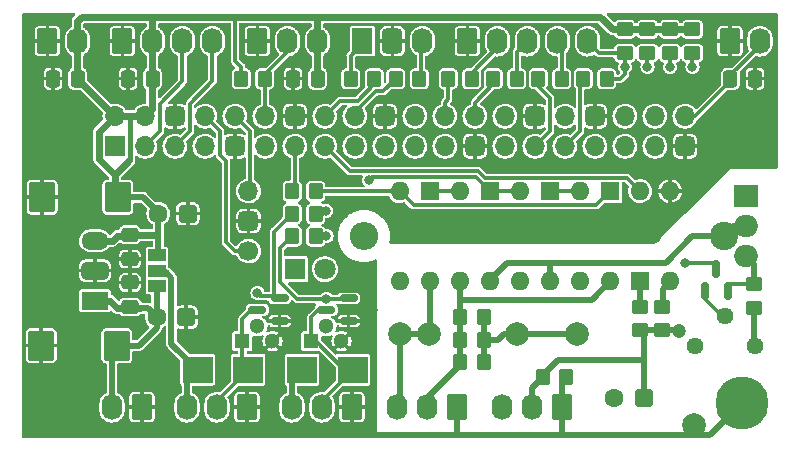
<source format=gbr>
%TF.GenerationSoftware,KiCad,Pcbnew,(6.0.9)*%
%TF.CreationDate,2023-02-09T17:36:23+01:00*%
%TF.ProjectId,piTelex_TW39_2.1.0,70695465-6c65-4785-9f54-5733395f322e,V2.1.0 -JK-*%
%TF.SameCoordinates,Original*%
%TF.FileFunction,Copper,L2,Bot*%
%TF.FilePolarity,Positive*%
%FSLAX46Y46*%
G04 Gerber Fmt 4.6, Leading zero omitted, Abs format (unit mm)*
G04 Created by KiCad (PCBNEW (6.0.9)) date 2023-02-09 17:36:23*
%MOMM*%
%LPD*%
G01*
G04 APERTURE LIST*
G04 Aperture macros list*
%AMRoundRect*
0 Rectangle with rounded corners*
0 $1 Rounding radius*
0 $2 $3 $4 $5 $6 $7 $8 $9 X,Y pos of 4 corners*
0 Add a 4 corners polygon primitive as box body*
4,1,4,$2,$3,$4,$5,$6,$7,$8,$9,$2,$3,0*
0 Add four circle primitives for the rounded corners*
1,1,$1+$1,$2,$3*
1,1,$1+$1,$4,$5*
1,1,$1+$1,$6,$7*
1,1,$1+$1,$8,$9*
0 Add four rect primitives between the rounded corners*
20,1,$1+$1,$2,$3,$4,$5,0*
20,1,$1+$1,$4,$5,$6,$7,0*
20,1,$1+$1,$6,$7,$8,$9,0*
20,1,$1+$1,$8,$9,$2,$3,0*%
G04 Aperture macros list end*
%TA.AperFunction,SMDPad,CuDef*%
%ADD10RoundRect,0.250000X-0.350000X-0.450000X0.350000X-0.450000X0.350000X0.450000X-0.350000X0.450000X0*%
%TD*%
%TA.AperFunction,SMDPad,CuDef*%
%ADD11RoundRect,0.250000X0.350000X0.450000X-0.350000X0.450000X-0.350000X-0.450000X0.350000X-0.450000X0*%
%TD*%
%TA.AperFunction,ComponentPad*%
%ADD12C,2.000000*%
%TD*%
%TA.AperFunction,ComponentPad*%
%ADD13C,2.400000*%
%TD*%
%TA.AperFunction,ComponentPad*%
%ADD14O,2.400000X2.400000*%
%TD*%
%TA.AperFunction,SMDPad,CuDef*%
%ADD15RoundRect,0.250000X0.337500X0.475000X-0.337500X0.475000X-0.337500X-0.475000X0.337500X-0.475000X0*%
%TD*%
%TA.AperFunction,ComponentPad*%
%ADD16R,1.700000X1.700000*%
%TD*%
%TA.AperFunction,ComponentPad*%
%ADD17O,1.700000X1.700000*%
%TD*%
%TA.AperFunction,ComponentPad*%
%ADD18RoundRect,0.425000X-0.425000X0.425000X-0.425000X-0.425000X0.425000X-0.425000X0.425000X0.425000X0*%
%TD*%
%TA.AperFunction,SMDPad,CuDef*%
%ADD19RoundRect,0.250000X-0.450000X0.350000X-0.450000X-0.350000X0.450000X-0.350000X0.450000X0.350000X0*%
%TD*%
%TA.AperFunction,SMDPad,CuDef*%
%ADD20RoundRect,0.150000X0.587500X0.150000X-0.587500X0.150000X-0.587500X-0.150000X0.587500X-0.150000X0*%
%TD*%
%TA.AperFunction,ComponentPad*%
%ADD21R,1.800000X1.800000*%
%TD*%
%TA.AperFunction,ComponentPad*%
%ADD22C,1.800000*%
%TD*%
%TA.AperFunction,ComponentPad*%
%ADD23RoundRect,0.400000X-0.400000X-0.400000X0.400000X-0.400000X0.400000X0.400000X-0.400000X0.400000X0*%
%TD*%
%TA.AperFunction,ComponentPad*%
%ADD24C,1.600000*%
%TD*%
%TA.AperFunction,ComponentPad*%
%ADD25R,1.300000X1.300000*%
%TD*%
%TA.AperFunction,ComponentPad*%
%ADD26C,1.300000*%
%TD*%
%TA.AperFunction,SMDPad,CuDef*%
%ADD27R,1.500000X1.000000*%
%TD*%
%TA.AperFunction,ComponentPad*%
%ADD28RoundRect,0.250000X0.620000X0.845000X-0.620000X0.845000X-0.620000X-0.845000X0.620000X-0.845000X0*%
%TD*%
%TA.AperFunction,ComponentPad*%
%ADD29O,1.740000X2.190000*%
%TD*%
%TA.AperFunction,SMDPad,CuDef*%
%ADD30R,2.500000X2.300000*%
%TD*%
%TA.AperFunction,SMDPad,CuDef*%
%ADD31RoundRect,0.250000X0.875000X1.025000X-0.875000X1.025000X-0.875000X-1.025000X0.875000X-1.025000X0*%
%TD*%
%TA.AperFunction,ComponentPad*%
%ADD32C,1.440000*%
%TD*%
%TA.AperFunction,ComponentPad*%
%ADD33R,2.000000X1.905000*%
%TD*%
%TA.AperFunction,ComponentPad*%
%ADD34O,2.000000X1.905000*%
%TD*%
%TA.AperFunction,SMDPad,CuDef*%
%ADD35RoundRect,0.150000X0.150000X-0.587500X0.150000X0.587500X-0.150000X0.587500X-0.150000X-0.587500X0*%
%TD*%
%TA.AperFunction,SMDPad,CuDef*%
%ADD36RoundRect,0.250000X0.450000X-0.350000X0.450000X0.350000X-0.450000X0.350000X-0.450000X-0.350000X0*%
%TD*%
%TA.AperFunction,ComponentPad*%
%ADD37RoundRect,0.250000X-0.620000X-0.845000X0.620000X-0.845000X0.620000X0.845000X-0.620000X0.845000X0*%
%TD*%
%TA.AperFunction,ComponentPad*%
%ADD38R,2.300000X1.500000*%
%TD*%
%TA.AperFunction,ComponentPad*%
%ADD39RoundRect,0.375000X0.775000X-0.375000X0.775000X0.375000X-0.775000X0.375000X-0.775000X-0.375000X0*%
%TD*%
%TA.AperFunction,ComponentPad*%
%ADD40O,2.300000X1.500000*%
%TD*%
%TA.AperFunction,SMDPad,CuDef*%
%ADD41RoundRect,0.250000X-0.475000X0.337500X-0.475000X-0.337500X0.475000X-0.337500X0.475000X0.337500X0*%
%TD*%
%TA.AperFunction,ComponentPad*%
%ADD42R,1.600000X1.600000*%
%TD*%
%TA.AperFunction,ComponentPad*%
%ADD43O,1.600000X1.600000*%
%TD*%
%TA.AperFunction,ComponentPad*%
%ADD44C,4.500000*%
%TD*%
%TA.AperFunction,SMDPad,CuDef*%
%ADD45RoundRect,0.250000X0.475000X-0.337500X0.475000X0.337500X-0.475000X0.337500X-0.475000X-0.337500X0*%
%TD*%
%TA.AperFunction,ComponentPad*%
%ADD46R,1.740000X2.190000*%
%TD*%
%TA.AperFunction,ComponentPad*%
%ADD47RoundRect,0.435000X-0.435000X-0.660000X0.435000X-0.660000X0.435000X0.660000X-0.435000X0.660000X0*%
%TD*%
%TA.AperFunction,ComponentPad*%
%ADD48RoundRect,0.425000X0.425000X0.425000X-0.425000X0.425000X-0.425000X-0.425000X0.425000X-0.425000X0*%
%TD*%
%TA.AperFunction,ComponentPad*%
%ADD49C,1.700000*%
%TD*%
%TA.AperFunction,SMDPad,CuDef*%
%ADD50RoundRect,0.250000X-0.337500X-0.475000X0.337500X-0.475000X0.337500X0.475000X-0.337500X0.475000X0*%
%TD*%
%TA.AperFunction,ViaPad*%
%ADD51C,1.600000*%
%TD*%
%TA.AperFunction,ViaPad*%
%ADD52C,0.800000*%
%TD*%
%TA.AperFunction,ViaPad*%
%ADD53C,1.200000*%
%TD*%
%TA.AperFunction,Conductor*%
%ADD54C,0.500000*%
%TD*%
%TA.AperFunction,Conductor*%
%ADD55C,0.300000*%
%TD*%
%TA.AperFunction,Conductor*%
%ADD56C,0.400000*%
%TD*%
%TA.AperFunction,Conductor*%
%ADD57C,0.600000*%
%TD*%
G04 APERTURE END LIST*
D10*
%TO.P,R26,1*%
%TO.N,+5V*%
X119054000Y-99055000D03*
%TO.P,R26,2*%
%TO.N,NEO*%
X121054000Y-99055000D03*
%TD*%
D11*
%TO.P,R25,1*%
%TO.N,GNDD*%
X146581000Y-124328000D03*
%TO.P,R25,2*%
%TO.N,VSS*%
X144581000Y-124328000D03*
%TD*%
D12*
%TO.P,TP1,1,1*%
%TO.N,GNDD*%
X157392000Y-128392000D03*
%TD*%
D13*
%TO.P,R24,1*%
%TO.N,VDD*%
X159932000Y-112390000D03*
D14*
%TO.P,R24,2*%
%TO.N,VDD0*%
X129452000Y-112390000D03*
%TD*%
D15*
%TO.P,C13,1*%
%TO.N,+5V*%
X105216500Y-99055000D03*
%TO.P,C13,2*%
%TO.N,GNDD*%
X103141500Y-99055000D03*
%TD*%
D16*
%TO.P,J7,1,3V3*%
%TO.N,unconnected-(J7-Pad1)*%
X108370000Y-104770000D03*
D17*
%TO.P,J7,2,5V*%
%TO.N,+5V*%
X108370000Y-102230000D03*
%TO.P,J7,3,SDA/GPIO2*%
%TO.N,I2C_SDA*%
X110910000Y-104770000D03*
%TO.P,J7,4,5V*%
%TO.N,+5V*%
X110910000Y-102230000D03*
%TO.P,J7,5,SCL/GPIO3*%
%TO.N,I2C_SCL*%
X113450000Y-104770000D03*
D18*
%TO.P,J7,6,GND*%
%TO.N,GNDD*%
X113450000Y-102230000D03*
D17*
%TO.P,J7,7,GCLK0/GPIO4*%
%TO.N,unconnected-(J7-Pad7)*%
X115990000Y-104770000D03*
%TO.P,J7,8,GPIO14/TXD*%
%TO.N,DEB_TXD*%
X115990000Y-102230000D03*
D18*
%TO.P,J7,9,GND*%
%TO.N,GNDD*%
X118530000Y-104770000D03*
D17*
%TO.P,J7,10,GPIO15/RXD*%
%TO.N,DEB_RXD*%
X118530000Y-102230000D03*
%TO.P,J7,11,GPIO17*%
%TO.N,RXD*%
X121070000Y-104770000D03*
%TO.P,J7,12,GPIO18/PWM0*%
%TO.N,NEO*%
X121070000Y-102230000D03*
%TO.P,J7,13,GPIO27*%
%TO.N,TXD*%
X123610000Y-104770000D03*
D18*
%TO.P,J7,14,GND*%
%TO.N,GNDD*%
X123610000Y-102230000D03*
D17*
%TO.P,J7,15,GPIO22*%
%TO.N,RXD*%
X126150000Y-104770000D03*
%TO.P,J7,16,GPIO23*%
%TO.N,LED_R*%
X126150000Y-102230000D03*
%TO.P,J7,17,3V3*%
%TO.N,+3.3V*%
X128690000Y-104770000D03*
%TO.P,J7,18,GPIO24*%
%TO.N,LED_G*%
X128690000Y-102230000D03*
%TO.P,J7,19,MOSI0/GPIO10*%
%TO.N,unconnected-(J7-Pad19)*%
X131230000Y-104770000D03*
D18*
%TO.P,J7,20,GND*%
%TO.N,GNDD*%
X131230000Y-102230000D03*
D17*
%TO.P,J7,21,MISO0/GPIO9*%
%TO.N,POW*%
X133770000Y-104770000D03*
%TO.P,J7,22,GPIO25*%
%TO.N,POL*%
X133770000Y-102230000D03*
%TO.P,J7,23,SCLK0/GPIO11*%
%TO.N,AUX*%
X136310000Y-104770000D03*
%TO.P,J7,24,~{CE0}/GPIO8*%
%TO.N,BTN1*%
X136310000Y-102230000D03*
D18*
%TO.P,J7,25,GND*%
%TO.N,GNDD*%
X138850000Y-104770000D03*
D17*
%TO.P,J7,26,~{CE1}/GPIO7*%
%TO.N,BTN2*%
X138850000Y-102230000D03*
%TO.P,J7,27,ID_SD/GPIO0*%
%TO.N,unconnected-(J7-Pad27)*%
X141390000Y-104770000D03*
%TO.P,J7,28,ID_SC/GPIO1*%
%TO.N,unconnected-(J7-Pad28)*%
X141390000Y-102230000D03*
%TO.P,J7,29,GCLK1/GPIO5*%
%TO.N,BTN3*%
X143930000Y-104770000D03*
D18*
%TO.P,J7,30,GND*%
%TO.N,GNDD*%
X143930000Y-102230000D03*
D17*
%TO.P,J7,31,GCLK2/GPIO6*%
%TO.N,BTN4*%
X146470000Y-104770000D03*
%TO.P,J7,32,PWM0/GPIO12*%
%TO.N,unconnected-(J7-Pad32)*%
X146470000Y-102230000D03*
%TO.P,J7,33,PWM1/GPIO13*%
%TO.N,unconnected-(J7-Pad33)*%
X149010000Y-104770000D03*
D18*
%TO.P,J7,34,GND*%
%TO.N,GNDD*%
X149010000Y-102230000D03*
D17*
%TO.P,J7,35,GPIO19/MISO1*%
%TO.N,unconnected-(J7-Pad35)*%
X151550000Y-104770000D03*
%TO.P,J7,36,GPIO16*%
%TO.N,unconnected-(J7-Pad36)*%
X151550000Y-102230000D03*
%TO.P,J7,37,GPIO26*%
%TO.N,unconnected-(J7-Pad37)*%
X154090000Y-104770000D03*
%TO.P,J7,38,GPIO20/MOSI1*%
%TO.N,unconnected-(J7-Pad38)*%
X154090000Y-102230000D03*
D18*
%TO.P,J7,39,GND*%
%TO.N,GNDD*%
X156630000Y-104770000D03*
D17*
%TO.P,J7,40,GPIO21/SCLK1*%
%TO.N,OFF*%
X156630000Y-102230000D03*
%TD*%
D19*
%TO.P,R20,1*%
%TO.N,Net-(U5-Pad2)*%
X154725000Y-118375000D03*
%TO.P,R20,2*%
%TO.N,VSS*%
X154725000Y-120375000D03*
%TD*%
D20*
%TO.P,Q6,1,B*%
%TO.N,Net-(Q6-Pad1)*%
X122310000Y-117663000D03*
%TO.P,Q6,2,E*%
%TO.N,GNDD*%
X122310000Y-119563000D03*
%TO.P,Q6,3,C*%
%TO.N,POW_OUT*%
X120435000Y-118613000D03*
%TD*%
D21*
%TO.P,D1,1,K*%
%TO.N,RXD*%
X123610000Y-115184000D03*
D22*
%TO.P,D1,2,A*%
%TO.N,Net-(R2-Pad1)*%
X126150000Y-115184000D03*
%TD*%
D23*
%TO.P,C5,2*%
%TO.N,GNDD*%
X114534606Y-110485000D03*
D24*
%TO.P,C5,1*%
%TO.N,+5V*%
X112034606Y-110485000D03*
%TD*%
%TO.P,C6,1*%
%TO.N,+24V*%
X111907606Y-119248000D03*
D23*
%TO.P,C6,2*%
%TO.N,GNDD*%
X114407606Y-119248000D03*
%TD*%
D24*
%TO.P,C9,1*%
%TO.N,VDD0*%
X150661000Y-126106000D03*
D23*
%TO.P,C9,2*%
%TO.N,VSS*%
X153161000Y-126106000D03*
%TD*%
D25*
%TO.P,Q2,1,C*%
%TO.N,POW_OUT*%
X119165000Y-121280000D03*
D26*
%TO.P,Q2,2,B*%
%TO.N,Net-(Q6-Pad1)*%
X120435000Y-120010000D03*
%TO.P,Q2,3,E*%
%TO.N,GNDD*%
X121705000Y-121280000D03*
%TD*%
D25*
%TO.P,Q3,1,C*%
%TO.N,AUX_OUT*%
X125007000Y-121280000D03*
D26*
%TO.P,Q3,2,B*%
%TO.N,Net-(Q3-Pad2)*%
X126277000Y-120010000D03*
%TO.P,Q3,3,E*%
%TO.N,GNDD*%
X127547000Y-121280000D03*
%TD*%
D27*
%TO.P,JP1,1,A*%
%TO.N,+24V*%
X111926000Y-116611000D03*
%TO.P,JP1,2,C*%
%TO.N,VRR*%
X111926000Y-115311000D03*
%TO.P,JP1,3,B*%
%TO.N,+5V*%
X111926000Y-114011000D03*
%TD*%
D28*
%TO.P,J10,1,Pin_1*%
%TO.N,GNDD*%
X119546000Y-126868000D03*
D29*
%TO.P,J10,2,Pin_2*%
%TO.N,POW_OUT*%
X117006000Y-126868000D03*
%TO.P,J10,3,Pin_3*%
%TO.N,VRR*%
X114466000Y-126868000D03*
%TD*%
D28*
%TO.P,J11,1,Pin_1*%
%TO.N,GNDD*%
X128436000Y-126868000D03*
D29*
%TO.P,J11,2,Pin_2*%
%TO.N,AUX_OUT*%
X125896000Y-126868000D03*
%TO.P,J11,3,Pin_3*%
%TO.N,VRR*%
X123356000Y-126868000D03*
%TD*%
D30*
%TO.P,D3,1,K*%
%TO.N,VRR*%
X115364000Y-123693000D03*
%TO.P,D3,2,A*%
%TO.N,POW_OUT*%
X119664000Y-123693000D03*
%TD*%
%TO.P,D2,1,K*%
%TO.N,VRR*%
X124215000Y-123693000D03*
%TO.P,D2,2,A*%
%TO.N,AUX_OUT*%
X128515000Y-123693000D03*
%TD*%
D31*
%TO.P,C17,1*%
%TO.N,+24V*%
X108522000Y-121661000D03*
%TO.P,C17,2*%
%TO.N,GNDD*%
X102122000Y-121661000D03*
%TD*%
D28*
%TO.P,J12,1,Pin_1*%
%TO.N,GNDD*%
X137326000Y-126868000D03*
D29*
%TO.P,J12,2,Pin_2*%
%TO.N,a*%
X134786000Y-126868000D03*
%TO.P,J12,3,Pin_3*%
%TO.N,c*%
X132246000Y-126868000D03*
%TD*%
D28*
%TO.P,J13,1,Pin_1*%
%TO.N,GNDD*%
X146216000Y-126868000D03*
D29*
%TO.P,J13,2,Pin_2*%
%TO.N,VSS*%
X143676000Y-126868000D03*
%TO.P,J13,3,Pin_3*%
%TO.N,VDD0*%
X141136000Y-126868000D03*
%TD*%
D32*
%TO.P,RV1,1,1*%
%TO.N,VDD0*%
X157519000Y-121661000D03*
%TO.P,RV1,2,2*%
X160059000Y-119121000D03*
%TO.P,RV1,3,3*%
%TO.N,Net-(RV1-Pad3)*%
X162599000Y-121661000D03*
%TD*%
D19*
%TO.P,R18,1*%
%TO.N,Net-(Q4-Pad1)*%
X162472000Y-116470000D03*
%TO.P,R18,2*%
%TO.N,Net-(RV1-Pad3)*%
X162472000Y-118470000D03*
%TD*%
D20*
%TO.P,Q5,3,C*%
%TO.N,AUX_OUT*%
X126277000Y-118613000D03*
%TO.P,Q5,2,E*%
%TO.N,GNDD*%
X128152000Y-119563000D03*
%TO.P,Q5,1,B*%
%TO.N,Net-(Q3-Pad2)*%
X128152000Y-117663000D03*
%TD*%
D33*
%TO.P,Q1,1,B*%
%TO.N,Net-(Q4-Pad3)*%
X161781000Y-108961000D03*
D34*
%TO.P,Q1,2,C*%
%TO.N,VDD*%
X161781000Y-111501000D03*
%TO.P,Q1,3,E*%
%TO.N,Net-(Q4-Pad1)*%
X161781000Y-114041000D03*
%TD*%
D35*
%TO.P,Q4,1,B*%
%TO.N,Net-(Q4-Pad1)*%
X160247000Y-117010500D03*
%TO.P,Q4,2,E*%
%TO.N,VDD0*%
X158347000Y-117010500D03*
%TO.P,Q4,3,C*%
%TO.N,Net-(Q4-Pad3)*%
X159297000Y-115135500D03*
%TD*%
D36*
%TO.P,R6,1*%
%TO.N,Net-(C3-Pad1)*%
X155360000Y-96880000D03*
%TO.P,R6,2*%
%TO.N,+5V*%
X155360000Y-94880000D03*
%TD*%
D37*
%TO.P,J2,1,Pin_1*%
%TO.N,GNDD*%
X109005000Y-95880000D03*
D29*
%TO.P,J2,2,Pin_2*%
%TO.N,+5V*%
X111545000Y-95880000D03*
%TO.P,J2,3,Pin_3*%
%TO.N,I2C_SDA*%
X114085000Y-95880000D03*
%TO.P,J2,4,Pin_4*%
%TO.N,I2C_SCL*%
X116625000Y-95880000D03*
%TD*%
D10*
%TO.P,R15,1*%
%TO.N,TXD*%
X123372000Y-108580000D03*
%TO.P,R15,2*%
%TO.N,Net-(U4-Pad1)*%
X125372000Y-108580000D03*
%TD*%
D38*
%TO.P,U6,1,IN*%
%TO.N,+24V*%
X106680000Y-117851000D03*
D39*
%TO.P,U6,2,GND*%
%TO.N,GNDD*%
X106680000Y-115311000D03*
D40*
%TO.P,U6,3,OUT*%
%TO.N,+5V*%
X106680000Y-112771000D03*
%TD*%
D12*
%TO.P,C8,1*%
%TO.N,Net-(C7-Pad1)*%
X147512700Y-120645000D03*
%TO.P,C8,2*%
%TO.N,c*%
X132512700Y-120645000D03*
%TD*%
D11*
%TO.P,R13,1*%
%TO.N,Net-(J4-Pad3)*%
X134135000Y-99055000D03*
%TO.P,R13,2*%
%TO.N,LED_G*%
X132135000Y-99055000D03*
%TD*%
D41*
%TO.P,C15,1*%
%TO.N,+5V*%
X109640000Y-112263000D03*
%TO.P,C15,2*%
%TO.N,GNDD*%
X109640000Y-114338000D03*
%TD*%
D28*
%TO.P,J9,1,Pin_1*%
%TO.N,GNDD*%
X110656000Y-126868000D03*
D29*
%TO.P,J9,2,Pin_2*%
%TO.N,+24V*%
X108116000Y-126868000D03*
%TD*%
D15*
%TO.P,C11,1*%
%TO.N,+5V*%
X125536500Y-99055000D03*
%TO.P,C11,2*%
%TO.N,GNDD*%
X123461500Y-99055000D03*
%TD*%
D36*
%TO.P,R8,1*%
%TO.N,Net-(C1-Pad1)*%
X151550000Y-96880000D03*
%TO.P,R8,2*%
%TO.N,+5V*%
X151550000Y-94880000D03*
%TD*%
D11*
%TO.P,R22,1*%
%TO.N,Net-(C7-Pad1)*%
X139608700Y-121153000D03*
%TO.P,R22,2*%
%TO.N,a*%
X137608700Y-121153000D03*
%TD*%
D37*
%TO.P,J1,1,Pin_1*%
%TO.N,GNDD*%
X102655000Y-95880000D03*
D29*
%TO.P,J1,2,Pin_2*%
%TO.N,+5V*%
X105195000Y-95880000D03*
%TD*%
D36*
%TO.P,R5,1*%
%TO.N,Net-(C4-Pad1)*%
X157265000Y-96880000D03*
%TO.P,R5,2*%
%TO.N,+5V*%
X157265000Y-94880000D03*
%TD*%
D42*
%TO.P,U4,1*%
%TO.N,Net-(U4-Pad1)*%
X150285000Y-108597700D03*
D43*
%TO.P,U4,2*%
%TO.N,Net-(U4-Pad2)*%
X147745000Y-108597700D03*
%TO.P,U4,3*%
%TO.N,/VSS2*%
X147745000Y-116217700D03*
%TO.P,U4,4*%
%TO.N,a*%
X150285000Y-116217700D03*
%TD*%
D44*
%TO.P,H3,1,1*%
%TO.N,GNDD*%
X103500000Y-126500000D03*
%TD*%
D45*
%TO.P,C16,1*%
%TO.N,+24V*%
X109640000Y-118380500D03*
%TO.P,C16,2*%
%TO.N,GNDD*%
X109640000Y-116305500D03*
%TD*%
D37*
%TO.P,J3,1,Pin_1*%
%TO.N,GNDD*%
X120435000Y-95880000D03*
D29*
%TO.P,J3,2,Pin_2*%
%TO.N,NEO*%
X122975000Y-95880000D03*
%TO.P,J3,3,Pin_3*%
%TO.N,+5V*%
X125515000Y-95880000D03*
%TD*%
D46*
%TO.P,J4,1,Pin_1*%
%TO.N,Net-(J4-Pad1)*%
X129325000Y-95880000D03*
D47*
%TO.P,J4,2,Pin_2*%
%TO.N,GNDD*%
X131865000Y-95880000D03*
D29*
%TO.P,J4,3,Pin_3*%
%TO.N,Net-(J4-Pad3)*%
X134405000Y-95880000D03*
%TD*%
D15*
%TO.P,C12,1*%
%TO.N,+5V*%
X111566500Y-99055000D03*
%TO.P,C12,2*%
%TO.N,GNDD*%
X109491500Y-99055000D03*
%TD*%
D37*
%TO.P,J5,1,Pin_1*%
%TO.N,GNDD*%
X138215000Y-95880000D03*
D29*
%TO.P,J5,2,Pin_2*%
%TO.N,Net-(C4-Pad1)*%
X140755000Y-95880000D03*
%TO.P,J5,3,Pin_3*%
%TO.N,Net-(C3-Pad1)*%
X143295000Y-95880000D03*
%TO.P,J5,4,Pin_4*%
%TO.N,Net-(C2-Pad1)*%
X145835000Y-95880000D03*
%TO.P,J5,5,Pin_5*%
%TO.N,Net-(C1-Pad1)*%
X148375000Y-95880000D03*
%TD*%
D11*
%TO.P,R16,1*%
%TO.N,POW*%
X125372000Y-110485000D03*
%TO.P,R16,2*%
%TO.N,Net-(Q6-Pad1)*%
X123372000Y-110485000D03*
%TD*%
D12*
%TO.P,C7,1*%
%TO.N,Net-(C7-Pad1)*%
X142432700Y-120645000D03*
%TO.P,C7,2*%
%TO.N,c*%
X134932700Y-120645000D03*
%TD*%
D11*
%TO.P,R11,2*%
%TO.N,BTN2*%
X140390000Y-99055000D03*
%TO.P,R11,1*%
%TO.N,Net-(C3-Pad1)*%
X142390000Y-99055000D03*
%TD*%
%TO.P,R17,1*%
%TO.N,AUX*%
X125372000Y-112390000D03*
%TO.P,R17,2*%
%TO.N,Net-(Q3-Pad2)*%
X123372000Y-112390000D03*
%TD*%
D10*
%TO.P,R14,1*%
%TO.N,Net-(J4-Pad1)*%
X128325000Y-99055000D03*
%TO.P,R14,2*%
%TO.N,LED_R*%
X130325000Y-99055000D03*
%TD*%
D37*
%TO.P,J6,1,Pin_1*%
%TO.N,GNDD*%
X160440000Y-95880000D03*
D29*
%TO.P,J6,2,Pin_2*%
%TO.N,OFF*%
X162980000Y-95880000D03*
%TD*%
D44*
%TO.P,H2,1,1*%
%TO.N,GNDD*%
X161500000Y-103500000D03*
%TD*%
D11*
%TO.P,R12,2*%
%TO.N,BTN1*%
X136580000Y-99055000D03*
%TO.P,R12,1*%
%TO.N,Net-(C4-Pad1)*%
X138580000Y-99055000D03*
%TD*%
D44*
%TO.P,H4,1,1*%
%TO.N,GNDD*%
X161500000Y-126500000D03*
%TD*%
D17*
%TO.P,J8,3,Pin_3*%
%TO.N,DEB_RXD*%
X119673000Y-108565000D03*
D48*
%TO.P,J8,2,Pin_2*%
%TO.N,GNDD*%
X119673000Y-111105000D03*
D49*
%TO.P,J8,1,Pin_1*%
%TO.N,DEB_TXD*%
X119673000Y-113645000D03*
%TD*%
D42*
%TO.P,U5,1*%
%TO.N,/VSS2*%
X152827700Y-116195000D03*
D43*
%TO.P,U5,2*%
%TO.N,Net-(U5-Pad2)*%
X155367700Y-116195000D03*
%TO.P,U5,3*%
%TO.N,GNDD*%
X155367700Y-108575000D03*
%TO.P,U5,4*%
%TO.N,RXD*%
X152827700Y-108575000D03*
%TD*%
D11*
%TO.P,R23,2*%
%TO.N,a*%
X137608700Y-123058000D03*
%TO.P,R23,1*%
%TO.N,Net-(C7-Pad1)*%
X139608700Y-123058000D03*
%TD*%
D44*
%TO.P,H1,1,1*%
%TO.N,GNDD*%
X103500000Y-103500000D03*
%TD*%
D11*
%TO.P,R19,1*%
%TO.N,Net-(C7-Pad1)*%
X139608700Y-119248000D03*
%TO.P,R19,2*%
%TO.N,a*%
X137608700Y-119248000D03*
%TD*%
D31*
%TO.P,C14,1*%
%TO.N,+5V*%
X108610000Y-109088000D03*
%TO.P,C14,2*%
%TO.N,GNDD*%
X102210000Y-109088000D03*
%TD*%
D11*
%TO.P,R10,1*%
%TO.N,Net-(C2-Pad1)*%
X146200000Y-99055000D03*
%TO.P,R10,2*%
%TO.N,BTN3*%
X144200000Y-99055000D03*
%TD*%
D19*
%TO.P,R21,1*%
%TO.N,/VSS2*%
X152832700Y-118375000D03*
%TO.P,R21,2*%
%TO.N,VSS*%
X152832700Y-120375000D03*
%TD*%
D42*
%TO.P,U2,1*%
%TO.N,POL*%
X140120000Y-108587700D03*
D43*
%TO.P,U2,2*%
%TO.N,Net-(U2-Pad2)*%
X137580000Y-108587700D03*
%TO.P,U2,3*%
%TO.N,a*%
X137580000Y-116207700D03*
%TO.P,U2,4*%
%TO.N,VDD*%
X140120000Y-116207700D03*
%TD*%
%TO.P,U3,4*%
%TO.N,VDD*%
X145205000Y-116217700D03*
%TO.P,U3,3*%
%TO.N,c*%
X142665000Y-116217700D03*
%TO.P,U3,2*%
%TO.N,POL*%
X142665000Y-108597700D03*
D42*
%TO.P,U3,1*%
%TO.N,Net-(U4-Pad2)*%
X145205000Y-108597700D03*
%TD*%
D50*
%TO.P,C10,1*%
%TO.N,OFF*%
X160485000Y-99055000D03*
%TO.P,C10,2*%
%TO.N,GNDD*%
X162560000Y-99055000D03*
%TD*%
D42*
%TO.P,U1,1*%
%TO.N,Net-(U2-Pad2)*%
X135045000Y-108597700D03*
D43*
%TO.P,U1,2*%
%TO.N,Net-(U4-Pad1)*%
X132505000Y-108597700D03*
%TO.P,U1,3*%
%TO.N,/VSS2*%
X132505000Y-116217700D03*
%TO.P,U1,4*%
%TO.N,c*%
X135045000Y-116217700D03*
%TD*%
D11*
%TO.P,R9,1*%
%TO.N,Net-(C1-Pad1)*%
X150010000Y-99055000D03*
%TO.P,R9,2*%
%TO.N,BTN4*%
X148010000Y-99055000D03*
%TD*%
D36*
%TO.P,R7,1*%
%TO.N,Net-(C2-Pad1)*%
X153455000Y-96880000D03*
%TO.P,R7,2*%
%TO.N,+5V*%
X153455000Y-94880000D03*
%TD*%
D51*
%TO.N,GNDD*%
X153836000Y-112263000D03*
D52*
X118530000Y-106167000D03*
X120435000Y-97531000D03*
D51*
X104306000Y-121661000D03*
X104433000Y-109088000D03*
X116498000Y-110485000D03*
X116498000Y-119248000D03*
X116498000Y-114930000D03*
D52*
X139993000Y-106675000D03*
X126365000Y-123693000D03*
X110021000Y-107310000D03*
X107100000Y-107310000D03*
X119038000Y-118359000D03*
X122340000Y-118613000D03*
X128182000Y-118613000D03*
X142659412Y-110497200D03*
X142660000Y-112644000D03*
X111799000Y-108834000D03*
X112180000Y-121153000D03*
X108624000Y-111120000D03*
X108624000Y-119629000D03*
X121832000Y-100325000D03*
X140628000Y-100579000D03*
X159424000Y-101468000D03*
X158281000Y-100325000D03*
X127420000Y-103500000D03*
X129960000Y-103500000D03*
X135040000Y-103500000D03*
X142660000Y-103500000D03*
X150280000Y-103500000D03*
X155360000Y-103500000D03*
X135548000Y-106040000D03*
X149010000Y-106675000D03*
X132500000Y-110104000D03*
X150280000Y-110104000D03*
X126957665Y-113121916D03*
X122172500Y-108580000D03*
X114720000Y-106167000D03*
X121070000Y-115692000D03*
X101131000Y-115311000D03*
X104179000Y-94102000D03*
X101131000Y-94102000D03*
X124245000Y-97531000D03*
X117768000Y-97531000D03*
X112815000Y-97531000D03*
X110275000Y-97531000D03*
X115355000Y-97531000D03*
X130595000Y-97531000D03*
X138215000Y-97531000D03*
X144565000Y-97404000D03*
X147105000Y-97404000D03*
X158789000Y-94102000D03*
X163869000Y-94102000D03*
X101131000Y-128900000D03*
X124753000Y-128900000D03*
X129452000Y-109790497D03*
X113450000Y-123312000D03*
X113265435Y-114747402D03*
X110402000Y-119883000D03*
X110529000Y-110612000D03*
X109513000Y-100452000D03*
X117260000Y-100452000D03*
X126658000Y-100325000D03*
X135040000Y-100579000D03*
X137580000Y-100579000D03*
X143930000Y-100579000D03*
X146470000Y-100579000D03*
X150280000Y-100558500D03*
X159678000Y-106802000D03*
X132047047Y-112652301D03*
X124880000Y-106167000D03*
X124372000Y-113533000D03*
X124118000Y-116962000D03*
X117514000Y-123312000D03*
X121959000Y-123312000D03*
X124626000Y-118486000D03*
X130214000Y-118613000D03*
X129326500Y-114989503D03*
X130114000Y-128900000D03*
%TO.N,Net-(Q3-Pad2)*%
X126277000Y-117729000D03*
%TO.N,Net-(Q6-Pad1)*%
X120435000Y-117216000D03*
D53*
%TO.N,VSS*%
X156122000Y-120391000D03*
D52*
%TO.N,Net-(Q4-Pad3)*%
X156630000Y-114673438D03*
%TO.N,AUX*%
X126277000Y-112390000D03*
%TO.N,POW*%
X126242249Y-110234500D03*
%TO.N,POL*%
X129910576Y-107641576D03*
%TO.N,Net-(C4-Pad1)*%
X157265000Y-98039000D03*
%TO.N,Net-(C3-Pad1)*%
X155360000Y-98039000D03*
%TO.N,Net-(C2-Pad1)*%
X153455000Y-98039000D03*
%TO.N,Net-(C1-Pad1)*%
X151550000Y-98039000D03*
%TO.N,GNDD*%
X113030000Y-128905000D03*
X163830000Y-97785000D03*
X108497000Y-115311000D03*
X163830000Y-100330000D03*
X101131000Y-123693000D03*
X163869000Y-106040000D03*
X101258000Y-107183000D03*
X119380000Y-128905000D03*
X104814000Y-115311000D03*
X106680000Y-128905000D03*
X101092000Y-97785000D03*
%TD*%
D54*
%TO.N,GNDD*%
X146216000Y-129250000D02*
X146216000Y-124693000D01*
X146216000Y-124693000D02*
X146581000Y-124328000D01*
%TO.N,VSS*%
X143676000Y-125233000D02*
X144581000Y-124328000D01*
X143676000Y-126868000D02*
X143676000Y-125233000D01*
%TO.N,GNDD*%
X137326000Y-126868000D02*
X137326000Y-129154000D01*
%TO.N,a*%
X137608700Y-123283300D02*
X134786000Y-126106000D01*
X137608700Y-123058000D02*
X137608700Y-123283300D01*
X134786000Y-126106000D02*
X134786000Y-126868000D01*
%TO.N,c*%
X132512700Y-126753700D02*
X132627000Y-126868000D01*
X132512700Y-120645000D02*
X132512700Y-126753700D01*
%TO.N,VRR*%
X123356000Y-124552000D02*
X124215000Y-123693000D01*
X123356000Y-126868000D02*
X123356000Y-124552000D01*
X114466000Y-124591000D02*
X115364000Y-123693000D01*
X114466000Y-126868000D02*
X114466000Y-124591000D01*
D55*
%TO.N,POW_OUT*%
X117006000Y-126351000D02*
X119664000Y-123693000D01*
X117006000Y-126868000D02*
X117006000Y-126351000D01*
%TO.N,AUX_OUT*%
X125896000Y-126312000D02*
X128515000Y-123693000D01*
X125896000Y-126868000D02*
X125896000Y-126312000D01*
D54*
%TO.N,+24V*%
X108116002Y-126868000D02*
X108116000Y-126868002D01*
X108116000Y-122067000D02*
X108116000Y-126868002D01*
D55*
X108522000Y-121661000D02*
X108116000Y-122067000D01*
D54*
X111907606Y-119248000D02*
X111799000Y-119356606D01*
X110236000Y-118486000D02*
X111145606Y-118486000D01*
X111145606Y-118486000D02*
X111907606Y-119248000D01*
D56*
%TO.N,+5V*%
X109660000Y-102403000D02*
X109601000Y-102344000D01*
X109660000Y-105893000D02*
X109660000Y-102403000D01*
X109601000Y-105952000D02*
X109660000Y-105893000D01*
D57*
X109601000Y-105952000D02*
X108370000Y-107183000D01*
D55*
X109601000Y-102344000D02*
X109710000Y-102235000D01*
%TO.N,POL*%
X138923876Y-107391576D02*
X140120000Y-108587700D01*
X130160576Y-107391576D02*
X138923876Y-107391576D01*
X129910576Y-107641576D02*
X130160576Y-107391576D01*
%TO.N,RXD*%
X139130982Y-106891576D02*
X128271576Y-106891576D01*
X139677106Y-107437700D02*
X139130982Y-106891576D01*
X128271576Y-106891576D02*
X126150000Y-104770000D01*
X151690400Y-107437700D02*
X139677106Y-107437700D01*
X152827700Y-108575000D02*
X151690400Y-107437700D01*
%TO.N,DEB_TXD*%
X117260000Y-103500000D02*
X115990000Y-102230000D01*
X117260000Y-105552508D02*
X117260000Y-103500000D01*
X117768000Y-112898000D02*
X117768000Y-106060508D01*
X117768000Y-106060508D02*
X117260000Y-105552508D01*
X118530000Y-113660000D02*
X117768000Y-112898000D01*
X119546000Y-113660000D02*
X118530000Y-113660000D01*
%TO.N,DEB_RXD*%
X119800000Y-103500000D02*
X118530000Y-102230000D01*
X119800000Y-108326000D02*
X119800000Y-103500000D01*
X119541000Y-108585000D02*
X119800000Y-108326000D01*
%TO.N,BTN3*%
X144200000Y-99706000D02*
X145200000Y-100706000D01*
X144200000Y-99055000D02*
X144200000Y-99706000D01*
X145200000Y-100706000D02*
X145200000Y-103500000D01*
X145200000Y-103500000D02*
X143930000Y-104770000D01*
D57*
%TO.N,+5V*%
X108370000Y-107183000D02*
X108370000Y-108848000D01*
X108370000Y-108848000D02*
X108610000Y-109088000D01*
X107020000Y-103580000D02*
X108370000Y-102230000D01*
X107020000Y-105833000D02*
X107020000Y-103580000D01*
X108370000Y-107183000D02*
X107020000Y-105833000D01*
X111545000Y-98420000D02*
X111545000Y-95880000D01*
X111530000Y-98435000D02*
X111545000Y-98420000D01*
X110910000Y-102230000D02*
X111530000Y-101610000D01*
X111530000Y-101610000D02*
X111530000Y-98435000D01*
X105195000Y-99055000D02*
X108370000Y-102230000D01*
X105195000Y-95880000D02*
X105195000Y-99055000D01*
D55*
%TO.N,Net-(C4-Pad1)*%
X140755000Y-96388000D02*
X140755000Y-95880000D01*
X138580000Y-98563000D02*
X140755000Y-96388000D01*
X138580000Y-99055000D02*
X138580000Y-98563000D01*
D57*
%TO.N,+5V*%
X125515000Y-95880000D02*
X125515000Y-99033500D01*
X125515000Y-99033500D02*
X125536500Y-99055000D01*
D55*
%TO.N,VDD0*%
X158347000Y-117686478D02*
X159781522Y-119121000D01*
X158347000Y-117010500D02*
X158347000Y-117686478D01*
X159781522Y-119121000D02*
X160059000Y-119121000D01*
%TO.N,Net-(Q4-Pad1)*%
X162472000Y-116470000D02*
X160279500Y-116470000D01*
X160279500Y-116470000D02*
X160247000Y-116502500D01*
D54*
X162472000Y-114732000D02*
X161781000Y-114041000D01*
X162472000Y-116470000D02*
X162472000Y-114732000D01*
D55*
%TO.N,OFF*%
X162980000Y-96283000D02*
X162980000Y-95880000D01*
X160485000Y-98778000D02*
X162980000Y-96283000D01*
X160485000Y-99055000D02*
X160485000Y-98778000D01*
%TO.N,Net-(Q6-Pad1)*%
X121860000Y-116962000D02*
X121860000Y-117213000D01*
X121860000Y-117470000D02*
X121860000Y-116962000D01*
X120689000Y-117470000D02*
X121860000Y-117470000D01*
X120435000Y-117216000D02*
X120689000Y-117470000D01*
X121860000Y-111997000D02*
X123372000Y-110485000D01*
X121860000Y-116962000D02*
X121860000Y-111997000D01*
%TO.N,Net-(Q3-Pad2)*%
X122360000Y-113402000D02*
X123372000Y-112390000D01*
X122360000Y-116268447D02*
X122360000Y-113402000D01*
X126277000Y-117729000D02*
X123820553Y-117729000D01*
X123820553Y-117729000D02*
X122360000Y-116268447D01*
%TO.N,Net-(C1-Pad1)*%
X149391000Y-96896000D02*
X148375000Y-95880000D01*
X151534000Y-96896000D02*
X149391000Y-96896000D01*
X151550000Y-96880000D02*
X151534000Y-96896000D01*
D54*
%TO.N,VRR*%
X113157606Y-121486606D02*
X115364000Y-123693000D01*
X112688000Y-115438000D02*
X113157606Y-115907606D01*
X111799000Y-115438000D02*
X112688000Y-115438000D01*
X113157606Y-115907606D02*
X113157606Y-121486606D01*
%TO.N,+24V*%
X110402000Y-121661000D02*
X108522000Y-121661000D01*
X111907606Y-120155394D02*
X110402000Y-121661000D01*
X111907606Y-119248000D02*
X111907606Y-120155394D01*
D57*
%TO.N,+5V*%
X109640000Y-112263000D02*
X111926000Y-112263000D01*
D54*
X112034606Y-110485000D02*
X112034606Y-112371606D01*
X112034606Y-112371606D02*
X112034606Y-113902394D01*
D57*
X109534500Y-112368500D02*
X109640000Y-112263000D01*
X108585000Y-112368500D02*
X109534500Y-112368500D01*
D54*
%TO.N,+24V*%
X111907606Y-119248000D02*
X111907606Y-116629394D01*
D55*
X111907606Y-116629394D02*
X111926000Y-116611000D01*
%TO.N,+5V*%
X112034606Y-113902394D02*
X111926000Y-114011000D01*
D54*
X110783000Y-109088000D02*
X108610000Y-109088000D01*
X111799000Y-110104000D02*
X110783000Y-109088000D01*
X111780606Y-110122394D02*
X111799000Y-110104000D01*
D57*
X108585000Y-112368500D02*
X108182500Y-112771000D01*
X108182500Y-112771000D02*
X106680000Y-112771000D01*
D55*
%TO.N,NEO*%
X122975000Y-96769000D02*
X122975000Y-95880000D01*
X121070000Y-98674000D02*
X122975000Y-96769000D01*
X121070000Y-102230000D02*
X121070000Y-98674000D01*
%TO.N,+5V*%
X118530000Y-97531000D02*
X118530000Y-94102000D01*
X119054000Y-98055000D02*
X118530000Y-97531000D01*
X119054000Y-99055000D02*
X119054000Y-98055000D01*
%TO.N,LED_R*%
X130226894Y-99605000D02*
X130299000Y-99605000D01*
X130299000Y-99605000D02*
X130325000Y-99579000D01*
X130325000Y-99579000D02*
X130325000Y-99055000D01*
X127465800Y-100914200D02*
X128917694Y-100914200D01*
X126150000Y-102230000D02*
X127465800Y-100914200D01*
X128917694Y-100914200D02*
X130226894Y-99605000D01*
%TO.N,LED_G*%
X131085000Y-100105000D02*
X132135000Y-99055000D01*
X130434000Y-100105000D02*
X131085000Y-100105000D01*
X128690000Y-101849000D02*
X130434000Y-100105000D01*
X128690000Y-102230000D02*
X128690000Y-101849000D01*
D54*
%TO.N,VSS*%
X145850786Y-122844000D02*
X153161000Y-122844000D01*
X144581000Y-124328000D02*
X144581000Y-124113786D01*
X153161000Y-122844000D02*
X153161000Y-120703300D01*
X144581000Y-124113786D02*
X145850786Y-122844000D01*
X153161000Y-124114000D02*
X153161000Y-122844000D01*
%TO.N,GNDD*%
X158750000Y-129250000D02*
X146343000Y-129250000D01*
X161500000Y-126500000D02*
X158750000Y-129250000D01*
X146343000Y-129250000D02*
X127980000Y-129250000D01*
D55*
%TO.N,AUX_OUT*%
X125388000Y-121280000D02*
X127801000Y-123693000D01*
X127801000Y-123693000D02*
X128515000Y-123693000D01*
X125007000Y-121280000D02*
X125388000Y-121280000D01*
%TO.N,I2C_SDA*%
X114085000Y-99275000D02*
X114085000Y-95880000D01*
X112180000Y-103500000D02*
X112180000Y-101180000D01*
X112180000Y-101180000D02*
X114085000Y-99275000D01*
X110910000Y-104770000D02*
X112180000Y-103500000D01*
%TO.N,I2C_SCL*%
X116625000Y-99275000D02*
X116625000Y-95880000D01*
X114720000Y-101180000D02*
X116625000Y-99275000D01*
X113450000Y-104770000D02*
X114720000Y-103500000D01*
X114720000Y-103500000D02*
X114720000Y-101180000D01*
D57*
%TO.N,+24V*%
X109640000Y-118486000D02*
X109552000Y-118398000D01*
D55*
%TO.N,Net-(Q3-Pad2)*%
X128055000Y-117729000D02*
X126277000Y-117729000D01*
%TO.N,POW*%
X126242249Y-110234500D02*
X125991749Y-110485000D01*
X125991749Y-110485000D02*
X125372000Y-110485000D01*
%TO.N,POW_OUT*%
X119165000Y-123194000D02*
X119664000Y-123693000D01*
X119165000Y-121280000D02*
X119165000Y-123194000D01*
%TO.N,TXD*%
X123610000Y-108342000D02*
X123372000Y-108580000D01*
X123610000Y-104770000D02*
X123610000Y-108342000D01*
%TO.N,Net-(U4-Pad1)*%
X125389700Y-108597700D02*
X125372000Y-108580000D01*
X132505000Y-108597700D02*
X125389700Y-108597700D01*
%TO.N,AUX_OUT*%
X125576000Y-118679000D02*
X126180000Y-118679000D01*
X125007000Y-119248000D02*
X125576000Y-118679000D01*
X125007000Y-121280000D02*
X125007000Y-119248000D01*
%TO.N,POW_OUT*%
X119800000Y-118740000D02*
X120386500Y-118740000D01*
X119165000Y-119375000D02*
X119800000Y-118740000D01*
X119165000Y-121280000D02*
X119165000Y-119375000D01*
D54*
%TO.N,VDD*%
X160694000Y-111501000D02*
X161781000Y-111501000D01*
X159932000Y-112263000D02*
X160694000Y-111501000D01*
X159932000Y-112390000D02*
X159932000Y-112263000D01*
X157265000Y-112390000D02*
X159932000Y-112390000D01*
X155010000Y-114645000D02*
X157265000Y-112390000D01*
X151277700Y-114667700D02*
X151300400Y-114645000D01*
X145210000Y-114667700D02*
X151277700Y-114667700D01*
X151300400Y-114645000D02*
X155010000Y-114645000D01*
X145205000Y-114672700D02*
X145210000Y-114667700D01*
%TO.N,c*%
X134932700Y-120645000D02*
X132512700Y-120645000D01*
X135045000Y-120532700D02*
X134932700Y-120645000D01*
X135045000Y-116217700D02*
X135045000Y-120532700D01*
D55*
%TO.N,Net-(Q4-Pad3)*%
X156675938Y-114627500D02*
X159297000Y-114627500D01*
X156630000Y-114673438D02*
X156675938Y-114627500D01*
D54*
%TO.N,VSS*%
X153161000Y-126106000D02*
X153161000Y-124114000D01*
X153161000Y-120703300D02*
X152832700Y-120375000D01*
X154742700Y-120375000D02*
X156106000Y-120375000D01*
X156106000Y-120375000D02*
X156122000Y-120391000D01*
D55*
%TO.N,Net-(RV1-Pad3)*%
X162472000Y-121534000D02*
X162599000Y-121661000D01*
D54*
X162472000Y-118470000D02*
X162472000Y-121534000D01*
D55*
%TO.N,Net-(C2-Pad1)*%
X146216000Y-96261000D02*
X145835000Y-95880000D01*
X146200000Y-98690000D02*
X146216000Y-98674000D01*
X146216000Y-98674000D02*
X146216000Y-96261000D01*
X146200000Y-99055000D02*
X146200000Y-98690000D01*
%TO.N,Net-(C3-Pad1)*%
X142406000Y-99039000D02*
X142406000Y-96769000D01*
X142406000Y-96769000D02*
X143295000Y-95880000D01*
X142390000Y-99055000D02*
X142406000Y-99039000D01*
%TO.N,BTN4*%
X147740000Y-99325000D02*
X147740000Y-103500000D01*
X147740000Y-103500000D02*
X146470000Y-104770000D01*
X148010000Y-99055000D02*
X147740000Y-99325000D01*
%TO.N,BTN2*%
X138850000Y-101087000D02*
X138850000Y-102230000D01*
X140390000Y-99547000D02*
X138850000Y-101087000D01*
X140390000Y-99055000D02*
X140390000Y-99547000D01*
%TO.N,BTN1*%
X136580000Y-100817000D02*
X136310000Y-101087000D01*
X136580000Y-99055000D02*
X136580000Y-100817000D01*
X136310000Y-101087000D02*
X136310000Y-102230000D01*
D54*
%TO.N,VDD*%
X145205000Y-114672700D02*
X145205000Y-116217700D01*
X145200000Y-114667700D02*
X145205000Y-114672700D01*
X140120000Y-116085700D02*
X141538000Y-114667700D01*
X140120000Y-116207700D02*
X140120000Y-116085700D01*
X141538000Y-114667700D02*
X145200000Y-114667700D01*
%TO.N,a*%
X148735000Y-117767700D02*
X150285000Y-116217700D01*
X137580000Y-117767700D02*
X148735000Y-117767700D01*
D55*
%TO.N,AUX*%
X126277000Y-112390000D02*
X125372000Y-112390000D01*
%TO.N,Net-(U4-Pad2)*%
X145205000Y-108597700D02*
X147745000Y-108597700D01*
%TO.N,POL*%
X142655000Y-108587700D02*
X142665000Y-108597700D01*
X140120000Y-108587700D02*
X142655000Y-108587700D01*
%TO.N,Net-(U2-Pad2)*%
X137570000Y-108597700D02*
X137580000Y-108587700D01*
X135045000Y-108597700D02*
X137570000Y-108597700D01*
D54*
%TO.N,Net-(U5-Pad2)*%
X154742700Y-116820000D02*
X155367700Y-116195000D01*
X154742700Y-118375000D02*
X154742700Y-116820000D01*
%TO.N,/VSS2*%
X152832700Y-116200000D02*
X152827700Y-116195000D01*
X152832700Y-118375000D02*
X152832700Y-116200000D01*
D55*
%TO.N,Net-(U4-Pad1)*%
X149130000Y-109747700D02*
X150280000Y-108597700D01*
X133650000Y-109747700D02*
X149130000Y-109747700D01*
X132500000Y-108597700D02*
X133650000Y-109747700D01*
D54*
%TO.N,Net-(C7-Pad1)*%
X140767700Y-121153000D02*
X141275700Y-120645000D01*
X141275700Y-120645000D02*
X142432700Y-120645000D01*
X139608700Y-121153000D02*
X140767700Y-121153000D01*
X142432700Y-120645000D02*
X147512700Y-120645000D01*
%TO.N,VSS*%
X154742700Y-120375000D02*
X152832700Y-120375000D01*
%TO.N,a*%
X137580000Y-119219300D02*
X137608700Y-119248000D01*
X137580000Y-116207700D02*
X137580000Y-119219300D01*
D55*
%TO.N,Net-(J4-Pad1)*%
X129325000Y-96134000D02*
X129325000Y-95880000D01*
X128325000Y-99055000D02*
X128325000Y-97134000D01*
X128325000Y-97134000D02*
X129325000Y-96134000D01*
%TO.N,Net-(J4-Pad3)*%
X134278000Y-96007000D02*
X134405000Y-95880000D01*
X134278000Y-98492000D02*
X134278000Y-96007000D01*
X133715000Y-99055000D02*
X134278000Y-98492000D01*
%TO.N,Net-(C1-Pad1)*%
X151550000Y-98674000D02*
X151550000Y-98039000D01*
X151169000Y-99055000D02*
X151550000Y-98674000D01*
X150010000Y-99055000D02*
X151169000Y-99055000D01*
%TO.N,Net-(C4-Pad1)*%
X157265000Y-98039000D02*
X157265000Y-96880000D01*
%TO.N,Net-(C3-Pad1)*%
X155360000Y-96880000D02*
X155360000Y-98039000D01*
%TO.N,Net-(C2-Pad1)*%
X153455000Y-98039000D02*
X153455000Y-96880000D01*
%TO.N,Net-(C1-Pad1)*%
X151550000Y-96880000D02*
X151550000Y-98039000D01*
D57*
%TO.N,+5V*%
X150550000Y-94880000D02*
X151550000Y-94880000D01*
X149470000Y-93800000D02*
X150550000Y-94880000D01*
X125690000Y-93800000D02*
X149470000Y-93800000D01*
X111370000Y-93800000D02*
X105580000Y-93800000D01*
X111545000Y-95880000D02*
X111545000Y-93975000D01*
X111545000Y-93975000D02*
X111370000Y-93800000D01*
X125690000Y-93800000D02*
X111370000Y-93800000D01*
X105195000Y-94185000D02*
X105195000Y-95880000D01*
X105580000Y-93800000D02*
X105195000Y-94185000D01*
X125515000Y-93975000D02*
X125515000Y-95880000D01*
X125690000Y-93800000D02*
X125515000Y-93975000D01*
X155360000Y-94880000D02*
X157265000Y-94880000D01*
X153455000Y-94880000D02*
X155360000Y-94880000D01*
X151550000Y-94880000D02*
X153455000Y-94880000D01*
X110910000Y-102230000D02*
X110905000Y-102235000D01*
X110905000Y-102235000D02*
X109710000Y-102235000D01*
X109710000Y-102235000D02*
X108375000Y-102235000D01*
D55*
X108375000Y-102235000D02*
X108370000Y-102230000D01*
%TO.N,OFF*%
X160485000Y-99230000D02*
X157485000Y-102230000D01*
X157485000Y-102230000D02*
X156630000Y-102230000D01*
D54*
%TO.N,a*%
X137608700Y-119248000D02*
X137608700Y-121153000D01*
X137608700Y-123058000D02*
X137608700Y-121153000D01*
D57*
%TO.N,+24V*%
X108585000Y-118486000D02*
X107950000Y-117851000D01*
X110490000Y-118486000D02*
X108585000Y-118486000D01*
X107950000Y-117851000D02*
X106680000Y-117851000D01*
D54*
%TO.N,Net-(C7-Pad1)*%
X139608700Y-123058000D02*
X139608700Y-121153000D01*
X139608700Y-119248000D02*
X139608700Y-121153000D01*
%TD*%
%TA.AperFunction,Conductor*%
%TO.N,GNDD*%
G36*
X104990869Y-93519407D02*
G01*
X105026833Y-93568907D01*
X105026833Y-93630093D01*
X105002682Y-93669504D01*
X104888581Y-93783605D01*
X104878601Y-93791579D01*
X104878616Y-93791596D01*
X104873246Y-93796166D01*
X104867280Y-93799930D01*
X104862612Y-93805215D01*
X104862609Y-93805218D01*
X104831708Y-93840208D01*
X104827508Y-93844678D01*
X104815680Y-93856506D01*
X104808902Y-93865550D01*
X104803896Y-93871699D01*
X104772377Y-93907388D01*
X104768018Y-93916671D01*
X104757627Y-93933966D01*
X104751474Y-93942176D01*
X104748998Y-93948781D01*
X104734765Y-93986746D01*
X104731680Y-93994066D01*
X104714446Y-94030774D01*
X104714445Y-94030778D01*
X104711447Y-94037163D01*
X104710362Y-94044131D01*
X104710361Y-94044135D01*
X104709870Y-94047292D01*
X104704747Y-94066820D01*
X104701148Y-94076420D01*
X104700626Y-94083449D01*
X104697620Y-94123898D01*
X104696713Y-94131793D01*
X104695088Y-94142228D01*
X104695087Y-94142236D01*
X104694500Y-94146009D01*
X104694500Y-94162209D01*
X104694228Y-94169545D01*
X104690524Y-94219392D01*
X104691996Y-94226287D01*
X104691996Y-94226289D01*
X104692319Y-94227801D01*
X104694500Y-94248468D01*
X104694500Y-94648685D01*
X104675593Y-94706876D01*
X104641367Y-94736418D01*
X104605997Y-94754909D01*
X104602221Y-94757945D01*
X104602218Y-94757947D01*
X104520927Y-94823307D01*
X104442386Y-94886456D01*
X104439277Y-94890161D01*
X104439274Y-94890164D01*
X104310559Y-95043561D01*
X104307442Y-95047276D01*
X104206304Y-95231245D01*
X104204841Y-95235857D01*
X104157697Y-95384476D01*
X104142826Y-95431354D01*
X104124500Y-95594736D01*
X104124500Y-96157830D01*
X104124735Y-96160224D01*
X104124735Y-96160229D01*
X104129989Y-96213807D01*
X104139806Y-96313934D01*
X104141202Y-96318559D01*
X104141203Y-96318562D01*
X104144248Y-96328646D01*
X104200484Y-96514910D01*
X104299043Y-96700272D01*
X104431729Y-96862961D01*
X104435457Y-96866045D01*
X104435458Y-96866046D01*
X104585160Y-96989890D01*
X104593487Y-96996779D01*
X104642588Y-97023328D01*
X104684782Y-97067638D01*
X104694500Y-97110413D01*
X104694500Y-98106226D01*
X104675593Y-98164417D01*
X104654319Y-98185858D01*
X104556850Y-98257850D01*
X104552450Y-98263807D01*
X104541635Y-98278450D01*
X104476366Y-98366816D01*
X104431481Y-98494631D01*
X104430913Y-98500638D01*
X104430913Y-98500639D01*
X104429118Y-98519631D01*
X104428500Y-98526166D01*
X104428500Y-99583834D01*
X104428718Y-99586135D01*
X104428718Y-99586145D01*
X104429656Y-99596063D01*
X104431481Y-99615369D01*
X104476366Y-99743184D01*
X104480761Y-99749135D01*
X104480762Y-99749136D01*
X104544641Y-99835620D01*
X104556850Y-99852150D01*
X104562807Y-99856550D01*
X104647673Y-99919233D01*
X104665816Y-99932634D01*
X104793631Y-99977519D01*
X104799638Y-99978087D01*
X104799639Y-99978087D01*
X104822855Y-99980282D01*
X104822865Y-99980282D01*
X104825166Y-99980500D01*
X105371678Y-99980500D01*
X105429869Y-99999407D01*
X105441682Y-100009496D01*
X107320264Y-101888078D01*
X107348041Y-101942595D01*
X107344626Y-101988016D01*
X107338949Y-102005913D01*
X107337484Y-102010532D01*
X107336944Y-102015344D01*
X107336944Y-102015345D01*
X107330617Y-102071757D01*
X107314520Y-102215262D01*
X107314925Y-102220082D01*
X107328354Y-102380000D01*
X107331759Y-102420553D01*
X107333092Y-102425201D01*
X107333092Y-102425202D01*
X107346855Y-102473200D01*
X107344719Y-102534348D01*
X107321694Y-102570492D01*
X106713581Y-103178605D01*
X106703601Y-103186579D01*
X106703616Y-103186596D01*
X106698246Y-103191166D01*
X106692280Y-103194930D01*
X106687612Y-103200215D01*
X106687609Y-103200218D01*
X106656708Y-103235208D01*
X106652508Y-103239678D01*
X106640680Y-103251506D01*
X106633902Y-103260550D01*
X106628896Y-103266699D01*
X106597377Y-103302388D01*
X106593018Y-103311671D01*
X106582627Y-103328966D01*
X106576474Y-103337176D01*
X106573998Y-103343781D01*
X106559765Y-103381746D01*
X106556680Y-103389066D01*
X106539446Y-103425774D01*
X106539445Y-103425778D01*
X106536447Y-103432163D01*
X106535362Y-103439131D01*
X106535361Y-103439135D01*
X106534870Y-103442292D01*
X106529747Y-103461820D01*
X106526148Y-103471420D01*
X106524580Y-103492527D01*
X106522620Y-103518898D01*
X106521713Y-103526793D01*
X106520088Y-103537228D01*
X106520087Y-103537236D01*
X106519500Y-103541009D01*
X106519500Y-103557209D01*
X106519228Y-103564545D01*
X106515524Y-103614392D01*
X106516996Y-103621287D01*
X106516996Y-103621289D01*
X106517319Y-103622801D01*
X106519500Y-103643468D01*
X106519500Y-105765834D01*
X106518081Y-105778535D01*
X106518103Y-105778537D01*
X106517537Y-105785569D01*
X106515981Y-105792447D01*
X106516885Y-105807011D01*
X106519310Y-105846102D01*
X106519500Y-105852233D01*
X106519500Y-105868940D01*
X106519999Y-105872427D01*
X106520000Y-105872435D01*
X106521101Y-105880121D01*
X106521911Y-105888024D01*
X106523747Y-105917608D01*
X106524859Y-105935538D01*
X106527252Y-105942167D01*
X106527253Y-105942171D01*
X106528342Y-105945187D01*
X106533223Y-105964763D01*
X106534677Y-105974918D01*
X106537596Y-105981337D01*
X106537597Y-105981342D01*
X106554381Y-106018257D01*
X106557377Y-106025615D01*
X106573540Y-106070387D01*
X106579592Y-106078672D01*
X106589768Y-106096086D01*
X106594016Y-106105428D01*
X106598621Y-106110772D01*
X106625093Y-106141495D01*
X106630033Y-106147716D01*
X106638522Y-106159336D01*
X106649986Y-106170800D01*
X106654981Y-106176181D01*
X106680408Y-106205690D01*
X106687600Y-106214037D01*
X106693520Y-106217874D01*
X106694811Y-106218711D01*
X106710968Y-106231782D01*
X107840504Y-107361318D01*
X107868281Y-107415835D01*
X107869500Y-107431322D01*
X107869500Y-107513500D01*
X107850593Y-107571691D01*
X107801093Y-107607655D01*
X107770500Y-107612500D01*
X107681166Y-107612500D01*
X107678865Y-107612718D01*
X107678855Y-107612718D01*
X107655639Y-107614913D01*
X107655638Y-107614913D01*
X107649631Y-107615481D01*
X107521816Y-107660366D01*
X107515865Y-107664761D01*
X107515864Y-107664762D01*
X107492897Y-107681726D01*
X107412850Y-107740850D01*
X107408450Y-107746807D01*
X107338822Y-107841076D01*
X107332366Y-107849816D01*
X107287481Y-107977631D01*
X107286913Y-107983638D01*
X107286913Y-107983639D01*
X107285028Y-108003584D01*
X107284500Y-108009166D01*
X107284500Y-110166834D01*
X107284718Y-110169135D01*
X107284718Y-110169145D01*
X107286196Y-110184778D01*
X107287481Y-110198369D01*
X107332366Y-110326184D01*
X107336761Y-110332135D01*
X107336762Y-110332136D01*
X107384863Y-110397259D01*
X107412850Y-110435150D01*
X107418807Y-110439550D01*
X107476319Y-110482029D01*
X107521816Y-110515634D01*
X107649631Y-110560519D01*
X107655638Y-110561087D01*
X107655639Y-110561087D01*
X107678855Y-110563282D01*
X107678865Y-110563282D01*
X107681166Y-110563500D01*
X109538834Y-110563500D01*
X109541135Y-110563282D01*
X109541145Y-110563282D01*
X109564361Y-110561087D01*
X109564362Y-110561087D01*
X109570369Y-110560519D01*
X109698184Y-110515634D01*
X109743682Y-110482029D01*
X109801193Y-110439550D01*
X109807150Y-110435150D01*
X109835137Y-110397259D01*
X109883238Y-110332136D01*
X109883239Y-110332135D01*
X109887634Y-110326184D01*
X109932519Y-110198369D01*
X109933804Y-110184778D01*
X109935282Y-110169145D01*
X109935282Y-110169135D01*
X109935500Y-110166834D01*
X109935500Y-109637500D01*
X109954407Y-109579309D01*
X110003907Y-109543345D01*
X110034500Y-109538500D01*
X110555389Y-109538500D01*
X110613580Y-109557407D01*
X110625393Y-109567496D01*
X111076738Y-110018841D01*
X111104515Y-110073358D01*
X111101100Y-110118780D01*
X111070236Y-110216077D01*
X111051234Y-110275978D01*
X111050694Y-110280790D01*
X111050694Y-110280791D01*
X111032887Y-110439550D01*
X111029363Y-110470963D01*
X111032745Y-110511238D01*
X111045038Y-110657629D01*
X111045781Y-110666483D01*
X111047114Y-110671131D01*
X111047114Y-110671132D01*
X111096119Y-110842030D01*
X111099864Y-110855091D01*
X111102079Y-110859401D01*
X111187337Y-111025296D01*
X111187340Y-111025300D01*
X111189550Y-111029601D01*
X111311424Y-111183369D01*
X111315111Y-111186507D01*
X111315113Y-111186509D01*
X111457156Y-111307397D01*
X111457161Y-111307400D01*
X111460844Y-111310535D01*
X111533405Y-111351088D01*
X111574976Y-111395982D01*
X111584106Y-111437507D01*
X111584106Y-111663500D01*
X111565199Y-111721691D01*
X111515699Y-111757655D01*
X111485106Y-111762500D01*
X110602563Y-111762500D01*
X110544372Y-111743593D01*
X110517908Y-111713096D01*
X110517634Y-111712316D01*
X110437150Y-111603350D01*
X110431193Y-111598950D01*
X110334136Y-111527262D01*
X110334135Y-111527261D01*
X110328184Y-111522866D01*
X110200369Y-111477981D01*
X110194362Y-111477413D01*
X110194361Y-111477413D01*
X110171145Y-111475218D01*
X110171135Y-111475218D01*
X110168834Y-111475000D01*
X109111166Y-111475000D01*
X109108865Y-111475218D01*
X109108855Y-111475218D01*
X109085639Y-111477413D01*
X109085638Y-111477413D01*
X109079631Y-111477981D01*
X108951816Y-111522866D01*
X108945865Y-111527261D01*
X108945864Y-111527262D01*
X108848807Y-111598950D01*
X108842850Y-111603350D01*
X108838450Y-111609307D01*
X108766764Y-111706362D01*
X108762366Y-111712316D01*
X108744308Y-111763738D01*
X108731580Y-111799982D01*
X108694459Y-111848621D01*
X108630881Y-111865687D01*
X108625553Y-111864481D01*
X108573735Y-111867696D01*
X108571898Y-111867810D01*
X108565767Y-111868000D01*
X108549060Y-111868000D01*
X108545573Y-111868499D01*
X108545565Y-111868500D01*
X108537879Y-111869601D01*
X108529976Y-111870411D01*
X108489499Y-111872922D01*
X108489496Y-111872923D01*
X108482462Y-111873359D01*
X108475833Y-111875752D01*
X108475829Y-111875753D01*
X108472813Y-111876842D01*
X108453237Y-111881723D01*
X108452045Y-111881894D01*
X108450064Y-111882177D01*
X108450063Y-111882177D01*
X108443082Y-111883177D01*
X108436663Y-111886096D01*
X108436658Y-111886097D01*
X108399743Y-111902881D01*
X108392385Y-111905877D01*
X108347613Y-111922040D01*
X108339328Y-111928092D01*
X108321914Y-111938268D01*
X108312572Y-111942516D01*
X108307228Y-111947121D01*
X108276505Y-111973593D01*
X108270284Y-111978533D01*
X108258664Y-111987022D01*
X108247200Y-111998486D01*
X108241819Y-112003481D01*
X108218736Y-112023371D01*
X108203963Y-112036100D01*
X108200126Y-112042020D01*
X108199289Y-112043311D01*
X108186218Y-112059468D01*
X108009732Y-112235954D01*
X107955215Y-112263731D01*
X107894783Y-112254160D01*
X107855589Y-112218119D01*
X107839599Y-112192330D01*
X107839598Y-112192329D01*
X107836955Y-112188066D01*
X107704279Y-112047765D01*
X107700174Y-112044891D01*
X107700171Y-112044888D01*
X107550208Y-111939884D01*
X107546102Y-111937009D01*
X107541506Y-111935020D01*
X107541504Y-111935019D01*
X107386193Y-111867810D01*
X107368885Y-111860320D01*
X107218869Y-111828980D01*
X107183592Y-111821610D01*
X107183590Y-111821610D01*
X107179867Y-111820832D01*
X107173532Y-111820500D01*
X106231741Y-111820500D01*
X106229253Y-111820753D01*
X106229248Y-111820753D01*
X106092877Y-111834605D01*
X106092873Y-111834606D01*
X106087890Y-111835112D01*
X105903627Y-111892856D01*
X105734739Y-111986472D01*
X105711441Y-112006441D01*
X105595997Y-112105389D01*
X105588125Y-112112136D01*
X105585048Y-112116103D01*
X105472844Y-112260754D01*
X105472841Y-112260759D01*
X105469773Y-112264714D01*
X105384519Y-112437974D01*
X105383255Y-112442828D01*
X105339083Y-112612407D01*
X105335845Y-112624837D01*
X105335582Y-112629849D01*
X105335582Y-112629851D01*
X105333379Y-112671897D01*
X105325739Y-112817671D01*
X105354614Y-113008599D01*
X105421290Y-113189821D01*
X105423930Y-113194079D01*
X105423931Y-113194081D01*
X105503327Y-113322133D01*
X105523045Y-113353934D01*
X105655721Y-113494235D01*
X105659826Y-113497109D01*
X105659829Y-113497112D01*
X105800860Y-113595862D01*
X105813898Y-113604991D01*
X105818494Y-113606980D01*
X105818496Y-113606981D01*
X105899984Y-113642244D01*
X105991115Y-113681680D01*
X106111779Y-113706888D01*
X106176408Y-113720390D01*
X106176410Y-113720390D01*
X106180133Y-113721168D01*
X106186468Y-113721500D01*
X107128259Y-113721500D01*
X107130747Y-113721247D01*
X107130752Y-113721247D01*
X107267123Y-113707395D01*
X107267127Y-113707394D01*
X107272110Y-113706888D01*
X107456373Y-113649144D01*
X107625261Y-113555528D01*
X107705811Y-113486488D01*
X107768065Y-113433130D01*
X107768067Y-113433128D01*
X107771875Y-113429864D01*
X107864990Y-113309821D01*
X107915594Y-113275431D01*
X107943214Y-113271500D01*
X108115334Y-113271500D01*
X108128035Y-113272919D01*
X108128037Y-113272897D01*
X108135069Y-113273463D01*
X108141947Y-113275019D01*
X108195601Y-113271690D01*
X108201733Y-113271500D01*
X108218440Y-113271500D01*
X108221927Y-113271001D01*
X108221935Y-113271000D01*
X108229621Y-113269899D01*
X108237524Y-113269089D01*
X108278001Y-113266578D01*
X108278004Y-113266577D01*
X108285038Y-113266141D01*
X108291667Y-113263748D01*
X108291671Y-113263747D01*
X108294687Y-113262658D01*
X108314263Y-113257777D01*
X108315455Y-113257606D01*
X108317436Y-113257323D01*
X108317437Y-113257323D01*
X108324418Y-113256323D01*
X108330837Y-113253404D01*
X108330842Y-113253403D01*
X108367757Y-113236619D01*
X108375115Y-113233623D01*
X108398602Y-113225144D01*
X108419887Y-113217460D01*
X108428172Y-113211408D01*
X108445586Y-113201232D01*
X108454928Y-113196984D01*
X108470855Y-113183260D01*
X108490995Y-113165907D01*
X108497216Y-113160967D01*
X108497646Y-113160653D01*
X108508836Y-113152478D01*
X108520300Y-113141014D01*
X108525681Y-113136019D01*
X108558192Y-113108006D01*
X108558194Y-113108004D01*
X108563537Y-113103400D01*
X108567869Y-113096717D01*
X108568210Y-113096190D01*
X108581283Y-113080030D01*
X108722659Y-112938654D01*
X108777176Y-112910877D01*
X108837608Y-112920448D01*
X108851481Y-112929025D01*
X108951816Y-113003134D01*
X109079631Y-113048019D01*
X109085638Y-113048587D01*
X109085639Y-113048587D01*
X109108855Y-113050782D01*
X109108865Y-113050782D01*
X109111166Y-113051000D01*
X110168834Y-113051000D01*
X110171135Y-113050782D01*
X110171145Y-113050782D01*
X110194361Y-113048587D01*
X110194362Y-113048587D01*
X110200369Y-113048019D01*
X110328184Y-113003134D01*
X110381414Y-112963818D01*
X110431193Y-112927050D01*
X110437150Y-112922650D01*
X110517634Y-112813684D01*
X110517637Y-112813686D01*
X110559011Y-112773595D01*
X110602563Y-112763500D01*
X111485106Y-112763500D01*
X111543297Y-112782407D01*
X111579261Y-112831907D01*
X111584106Y-112862500D01*
X111584106Y-113211500D01*
X111565199Y-113269691D01*
X111515699Y-113305655D01*
X111485106Y-113310500D01*
X111156252Y-113310500D01*
X111130005Y-113315721D01*
X111107334Y-113320230D01*
X111107332Y-113320231D01*
X111097769Y-113322133D01*
X111031448Y-113366448D01*
X110987133Y-113432769D01*
X110975500Y-113491252D01*
X110975500Y-114530748D01*
X110977242Y-114539506D01*
X110984997Y-114578492D01*
X110987133Y-114589231D01*
X110998337Y-114605998D01*
X111014946Y-114664884D01*
X110998337Y-114716002D01*
X110987133Y-114732769D01*
X110985231Y-114742332D01*
X110985230Y-114742334D01*
X110982757Y-114754769D01*
X110975500Y-114791252D01*
X110975500Y-115830748D01*
X110987133Y-115889231D01*
X110998337Y-115905998D01*
X111014946Y-115964884D01*
X110998337Y-116016002D01*
X110987133Y-116032769D01*
X110985231Y-116042332D01*
X110985230Y-116042334D01*
X110980721Y-116065005D01*
X110975500Y-116091252D01*
X110975500Y-117130748D01*
X110979670Y-117151710D01*
X110984508Y-117176033D01*
X110987133Y-117189231D01*
X111031448Y-117255552D01*
X111097769Y-117299867D01*
X111107332Y-117301769D01*
X111107334Y-117301770D01*
X111127953Y-117305871D01*
X111156252Y-117311500D01*
X111358106Y-117311500D01*
X111416297Y-117330407D01*
X111452261Y-117379907D01*
X111457106Y-117410500D01*
X111457106Y-117976853D01*
X111438199Y-118035044D01*
X111388699Y-118071008D01*
X111328254Y-118071245D01*
X111289658Y-118059038D01*
X111286792Y-118058083D01*
X111230975Y-118038481D01*
X111224933Y-118038244D01*
X111222259Y-118037723D01*
X111216876Y-118036020D01*
X111210269Y-118035500D01*
X111157065Y-118035500D01*
X111153178Y-118035424D01*
X111103003Y-118033452D01*
X111103000Y-118033452D01*
X111095612Y-118033162D01*
X111088834Y-118034959D01*
X111079009Y-118035500D01*
X110730320Y-118035500D01*
X110688249Y-118026116D01*
X110637837Y-118002447D01*
X110630863Y-118001361D01*
X110624122Y-117999300D01*
X110624711Y-117997374D01*
X110578762Y-117974110D01*
X110555179Y-117936730D01*
X110549803Y-117921422D01*
X110517634Y-117829816D01*
X110511001Y-117820835D01*
X110441550Y-117726807D01*
X110437150Y-117720850D01*
X110363921Y-117666762D01*
X110334136Y-117644762D01*
X110334135Y-117644761D01*
X110328184Y-117640366D01*
X110200369Y-117595481D01*
X110194362Y-117594913D01*
X110194361Y-117594913D01*
X110171145Y-117592718D01*
X110171135Y-117592718D01*
X110168834Y-117592500D01*
X109111166Y-117592500D01*
X109108865Y-117592718D01*
X109108855Y-117592718D01*
X109085639Y-117594913D01*
X109085638Y-117594913D01*
X109079631Y-117595481D01*
X108951816Y-117640366D01*
X108945865Y-117644761D01*
X108945864Y-117644762D01*
X108916079Y-117666762D01*
X108842850Y-117720850D01*
X108838450Y-117726807D01*
X108777272Y-117809635D01*
X108727491Y-117845209D01*
X108666308Y-117844728D01*
X108627635Y-117820821D01*
X108351395Y-117544581D01*
X108343421Y-117534601D01*
X108343404Y-117534616D01*
X108338834Y-117529246D01*
X108335070Y-117523280D01*
X108329785Y-117518612D01*
X108329782Y-117518609D01*
X108294792Y-117487708D01*
X108290322Y-117483508D01*
X108278494Y-117471680D01*
X108269447Y-117464900D01*
X108263301Y-117459896D01*
X108227612Y-117428377D01*
X108218329Y-117424018D01*
X108201034Y-117413627D01*
X108192824Y-117407474D01*
X108171047Y-117399310D01*
X108148254Y-117390765D01*
X108140934Y-117387680D01*
X108104222Y-117370444D01*
X108104217Y-117370443D01*
X108097955Y-117367502D01*
X108097953Y-117367501D01*
X108097838Y-117367447D01*
X108097847Y-117367427D01*
X108050435Y-117334228D01*
X108030500Y-117274649D01*
X108030500Y-117081252D01*
X108018867Y-117022769D01*
X107974552Y-116956448D01*
X107908231Y-116912133D01*
X107898668Y-116910231D01*
X107898666Y-116910230D01*
X107874226Y-116905369D01*
X107849748Y-116900500D01*
X105510252Y-116900500D01*
X105485774Y-116905369D01*
X105461334Y-116910230D01*
X105461332Y-116910231D01*
X105451769Y-116912133D01*
X105385448Y-116956448D01*
X105341133Y-117022769D01*
X105329500Y-117081252D01*
X105329500Y-118620748D01*
X105341133Y-118679231D01*
X105385448Y-118745552D01*
X105451769Y-118789867D01*
X105461332Y-118791769D01*
X105461334Y-118791770D01*
X105483698Y-118796218D01*
X105510252Y-118801500D01*
X107849748Y-118801500D01*
X107876302Y-118796218D01*
X107898666Y-118791770D01*
X107898668Y-118791769D01*
X107908231Y-118789867D01*
X107974552Y-118745552D01*
X107979968Y-118737447D01*
X107984298Y-118733117D01*
X108038815Y-118705341D01*
X108099247Y-118714913D01*
X108124304Y-118733118D01*
X108183605Y-118792419D01*
X108191579Y-118802399D01*
X108191596Y-118802384D01*
X108196166Y-118807754D01*
X108199930Y-118813720D01*
X108205215Y-118818388D01*
X108205218Y-118818391D01*
X108240208Y-118849292D01*
X108244678Y-118853492D01*
X108256507Y-118865321D01*
X108265560Y-118872106D01*
X108271696Y-118877101D01*
X108307388Y-118908623D01*
X108313771Y-118911620D01*
X108313774Y-118911622D01*
X108316672Y-118912983D01*
X108333962Y-118923372D01*
X108336530Y-118925297D01*
X108336536Y-118925301D01*
X108342176Y-118929527D01*
X108348778Y-118932002D01*
X108348780Y-118932003D01*
X108386753Y-118946238D01*
X108394076Y-118949324D01*
X108430770Y-118966552D01*
X108430773Y-118966553D01*
X108437163Y-118969553D01*
X108447302Y-118971132D01*
X108466817Y-118976252D01*
X108469817Y-118977377D01*
X108469819Y-118977377D01*
X108476420Y-118979852D01*
X108523908Y-118983381D01*
X108531793Y-118984287D01*
X108542228Y-118985912D01*
X108542236Y-118985913D01*
X108546009Y-118986500D01*
X108562209Y-118986500D01*
X108569546Y-118986772D01*
X108619392Y-118990476D01*
X108626287Y-118989004D01*
X108626289Y-118989004D01*
X108627801Y-118988681D01*
X108648468Y-118986500D01*
X108753269Y-118986500D01*
X108811460Y-119005407D01*
X108832901Y-119026681D01*
X108838449Y-119034192D01*
X108842850Y-119040150D01*
X108848807Y-119044550D01*
X108943808Y-119114719D01*
X108951816Y-119120634D01*
X109079631Y-119165519D01*
X109085638Y-119166087D01*
X109085639Y-119166087D01*
X109108855Y-119168282D01*
X109108865Y-119168282D01*
X109111166Y-119168500D01*
X110168834Y-119168500D01*
X110171135Y-119168282D01*
X110171145Y-119168282D01*
X110194361Y-119166087D01*
X110194362Y-119166087D01*
X110200369Y-119165519D01*
X110328184Y-119120634D01*
X110336193Y-119114719D01*
X110431193Y-119044550D01*
X110437150Y-119040150D01*
X110442295Y-119033184D01*
X110447144Y-119026620D01*
X110496926Y-118991048D01*
X110519735Y-118986692D01*
X110522430Y-118986500D01*
X110525940Y-118986500D01*
X110529414Y-118986003D01*
X110529421Y-118986002D01*
X110600920Y-118975762D01*
X110631918Y-118971323D01*
X110638342Y-118968402D01*
X110638343Y-118968402D01*
X110688983Y-118945378D01*
X110729958Y-118936500D01*
X110825003Y-118936500D01*
X110883194Y-118955407D01*
X110919158Y-119004907D01*
X110923386Y-119046535D01*
X110903199Y-119226508D01*
X110902363Y-119233963D01*
X110904920Y-119264415D01*
X110917051Y-119408878D01*
X110918781Y-119429483D01*
X110920114Y-119434131D01*
X110920114Y-119434132D01*
X110962414Y-119581647D01*
X110972864Y-119618091D01*
X110975079Y-119622401D01*
X111060337Y-119788296D01*
X111060340Y-119788300D01*
X111062550Y-119792601D01*
X111184424Y-119946369D01*
X111262148Y-120012517D01*
X111294206Y-120064627D01*
X111289512Y-120125633D01*
X111267986Y-120157911D01*
X110244393Y-121181504D01*
X110189876Y-121209281D01*
X110174389Y-121210500D01*
X109946500Y-121210500D01*
X109888309Y-121191593D01*
X109852345Y-121142093D01*
X109847500Y-121111500D01*
X109847500Y-120582166D01*
X109846853Y-120575314D01*
X109845087Y-120556639D01*
X109845087Y-120556638D01*
X109844519Y-120550631D01*
X109799634Y-120422816D01*
X109794694Y-120416127D01*
X109723550Y-120319807D01*
X109719150Y-120313850D01*
X109674303Y-120280725D01*
X109616136Y-120237762D01*
X109616135Y-120237761D01*
X109610184Y-120233366D01*
X109482369Y-120188481D01*
X109476362Y-120187913D01*
X109476361Y-120187913D01*
X109453145Y-120185718D01*
X109453135Y-120185718D01*
X109450834Y-120185500D01*
X107593166Y-120185500D01*
X107590865Y-120185718D01*
X107590855Y-120185718D01*
X107567639Y-120187913D01*
X107567638Y-120187913D01*
X107561631Y-120188481D01*
X107433816Y-120233366D01*
X107427865Y-120237761D01*
X107427864Y-120237762D01*
X107369697Y-120280725D01*
X107324850Y-120313850D01*
X107320450Y-120319807D01*
X107249307Y-120416127D01*
X107244366Y-120422816D01*
X107199481Y-120550631D01*
X107198913Y-120556638D01*
X107198913Y-120556639D01*
X107197148Y-120575314D01*
X107196500Y-120582166D01*
X107196500Y-122739834D01*
X107199481Y-122771369D01*
X107244366Y-122899184D01*
X107248761Y-122905135D01*
X107248762Y-122905136D01*
X107320186Y-123001835D01*
X107324850Y-123008150D01*
X107433816Y-123088634D01*
X107561631Y-123133519D01*
X107567638Y-123134087D01*
X107567639Y-123134087D01*
X107575817Y-123134860D01*
X107631970Y-123159160D01*
X107663116Y-123211825D01*
X107665500Y-123233421D01*
X107665500Y-125610546D01*
X107646593Y-125668737D01*
X107612370Y-125698277D01*
X107526997Y-125742909D01*
X107523221Y-125745945D01*
X107523218Y-125745947D01*
X107367158Y-125871423D01*
X107363386Y-125874456D01*
X107360277Y-125878161D01*
X107360274Y-125878164D01*
X107262825Y-125994300D01*
X107228442Y-126035276D01*
X107127304Y-126219245D01*
X107063826Y-126419354D01*
X107045500Y-126582736D01*
X107045500Y-127145830D01*
X107045735Y-127148224D01*
X107045735Y-127148229D01*
X107059690Y-127290547D01*
X107060806Y-127301934D01*
X107062202Y-127306559D01*
X107062203Y-127306562D01*
X107075716Y-127351320D01*
X107121484Y-127502910D01*
X107220043Y-127688272D01*
X107352729Y-127850961D01*
X107356457Y-127854045D01*
X107356458Y-127854046D01*
X107424638Y-127910449D01*
X107514487Y-127984779D01*
X107699157Y-128084630D01*
X107763814Y-128104645D01*
X107895084Y-128145280D01*
X107895088Y-128145281D01*
X107899705Y-128146710D01*
X107904513Y-128147215D01*
X107904516Y-128147216D01*
X108103674Y-128168148D01*
X108103676Y-128168148D01*
X108108490Y-128168654D01*
X108203538Y-128160004D01*
X108312742Y-128150066D01*
X108312745Y-128150065D01*
X108317562Y-128149627D01*
X108322204Y-128148261D01*
X108322208Y-128148260D01*
X108514310Y-128091721D01*
X108514313Y-128091720D01*
X108518957Y-128090353D01*
X108705003Y-127993091D01*
X108708779Y-127990055D01*
X108708782Y-127990053D01*
X108864842Y-127864577D01*
X108864843Y-127864576D01*
X108868614Y-127861544D01*
X108871723Y-127857839D01*
X108871726Y-127857836D01*
X108950092Y-127764443D01*
X109586001Y-127764443D01*
X109586220Y-127769086D01*
X109588411Y-127792269D01*
X109590976Y-127803965D01*
X109631362Y-127918966D01*
X109638209Y-127931899D01*
X109709808Y-128028835D01*
X109720165Y-128039192D01*
X109817101Y-128110791D01*
X109830034Y-128117638D01*
X109945031Y-128158022D01*
X109956734Y-128160590D01*
X109979918Y-128162782D01*
X109984554Y-128163000D01*
X110490320Y-128163000D01*
X110503005Y-128158878D01*
X110506000Y-128154757D01*
X110506000Y-128147319D01*
X110806000Y-128147319D01*
X110810122Y-128160004D01*
X110814243Y-128162999D01*
X111327443Y-128162999D01*
X111332086Y-128162780D01*
X111355269Y-128160589D01*
X111366965Y-128158024D01*
X111481966Y-128117638D01*
X111494899Y-128110791D01*
X111591835Y-128039192D01*
X111602192Y-128028835D01*
X111673791Y-127931899D01*
X111680638Y-127918966D01*
X111721022Y-127803969D01*
X111723590Y-127792266D01*
X111725782Y-127769082D01*
X111726000Y-127764446D01*
X111726000Y-127033680D01*
X111721878Y-127020995D01*
X111717757Y-127018000D01*
X110821680Y-127018000D01*
X110808995Y-127022122D01*
X110806000Y-127026243D01*
X110806000Y-128147319D01*
X110506000Y-128147319D01*
X110506000Y-127033680D01*
X110501878Y-127020995D01*
X110497757Y-127018000D01*
X109601681Y-127018000D01*
X109588996Y-127022122D01*
X109586001Y-127026243D01*
X109586001Y-127764443D01*
X108950092Y-127764443D01*
X109000441Y-127704439D01*
X109000442Y-127704437D01*
X109003558Y-127700724D01*
X109104696Y-127516755D01*
X109168174Y-127316646D01*
X109182087Y-127192607D01*
X109186191Y-127156020D01*
X109186191Y-127156018D01*
X109186500Y-127153264D01*
X109186500Y-126702320D01*
X109586000Y-126702320D01*
X109590122Y-126715005D01*
X109594243Y-126718000D01*
X110490320Y-126718000D01*
X110503005Y-126713878D01*
X110506000Y-126709757D01*
X110506000Y-126702320D01*
X110806000Y-126702320D01*
X110810122Y-126715005D01*
X110814243Y-126718000D01*
X111710319Y-126718000D01*
X111723004Y-126713878D01*
X111725999Y-126709757D01*
X111725999Y-125971557D01*
X111725780Y-125966914D01*
X111723589Y-125943731D01*
X111721024Y-125932035D01*
X111680638Y-125817034D01*
X111673791Y-125804101D01*
X111602192Y-125707165D01*
X111591835Y-125696808D01*
X111494899Y-125625209D01*
X111481966Y-125618362D01*
X111366969Y-125577978D01*
X111355266Y-125575410D01*
X111332082Y-125573218D01*
X111327446Y-125573000D01*
X110821680Y-125573000D01*
X110808995Y-125577122D01*
X110806000Y-125581243D01*
X110806000Y-126702320D01*
X110506000Y-126702320D01*
X110506000Y-125588681D01*
X110501878Y-125575996D01*
X110497757Y-125573001D01*
X109984557Y-125573001D01*
X109979914Y-125573220D01*
X109956731Y-125575411D01*
X109945035Y-125577976D01*
X109830034Y-125618362D01*
X109817101Y-125625209D01*
X109720165Y-125696808D01*
X109709808Y-125707165D01*
X109638209Y-125804101D01*
X109631362Y-125817034D01*
X109590978Y-125932031D01*
X109588410Y-125943734D01*
X109586218Y-125966918D01*
X109586000Y-125971554D01*
X109586000Y-126702320D01*
X109186500Y-126702320D01*
X109186500Y-126590170D01*
X109185501Y-126579980D01*
X109171666Y-126438876D01*
X109171665Y-126438872D01*
X109171194Y-126434066D01*
X109164306Y-126411250D01*
X109111914Y-126237722D01*
X109110516Y-126233090D01*
X109011957Y-126047728D01*
X108879271Y-125885039D01*
X108862812Y-125871423D01*
X108721240Y-125754304D01*
X108721238Y-125754303D01*
X108717513Y-125751221D01*
X108636034Y-125707165D01*
X108618413Y-125697637D01*
X108576218Y-125653328D01*
X108566500Y-125610552D01*
X108566500Y-123235500D01*
X108585407Y-123177309D01*
X108634907Y-123141345D01*
X108665500Y-123136500D01*
X109450834Y-123136500D01*
X109453135Y-123136282D01*
X109453145Y-123136282D01*
X109476361Y-123134087D01*
X109476362Y-123134087D01*
X109482369Y-123133519D01*
X109610184Y-123088634D01*
X109719150Y-123008150D01*
X109723814Y-123001835D01*
X109795238Y-122905136D01*
X109795239Y-122905135D01*
X109799634Y-122899184D01*
X109844519Y-122771369D01*
X109847500Y-122739834D01*
X109847500Y-122210500D01*
X109866407Y-122152309D01*
X109915907Y-122116345D01*
X109946500Y-122111500D01*
X110369373Y-122111500D01*
X110381009Y-122112186D01*
X110416310Y-122116364D01*
X110423586Y-122115035D01*
X110423589Y-122115035D01*
X110458509Y-122108657D01*
X110474430Y-122105749D01*
X110477476Y-122105242D01*
X110535962Y-122096449D01*
X110542475Y-122093321D01*
X110549573Y-122092025D01*
X110601982Y-122064801D01*
X110604762Y-122063412D01*
X110651408Y-122041013D01*
X110651411Y-122041011D01*
X110658079Y-122037809D01*
X110662521Y-122033703D01*
X110664781Y-122032180D01*
X110669788Y-122029579D01*
X110674828Y-122025275D01*
X110712460Y-121987643D01*
X110715263Y-121984949D01*
X110752124Y-121950876D01*
X110752126Y-121950873D01*
X110757556Y-121945854D01*
X110761078Y-121939790D01*
X110767638Y-121932465D01*
X112203090Y-120497013D01*
X112211803Y-120489271D01*
X112233905Y-120471847D01*
X112239716Y-120467266D01*
X112273314Y-120418654D01*
X112275119Y-120416127D01*
X112305845Y-120374529D01*
X112305846Y-120374526D01*
X112310240Y-120368578D01*
X112312633Y-120361762D01*
X112316737Y-120355825D01*
X112334562Y-120299465D01*
X112335524Y-120296580D01*
X112355125Y-120240763D01*
X112355362Y-120234721D01*
X112355883Y-120232047D01*
X112357586Y-120226664D01*
X112358106Y-120220057D01*
X112358106Y-120202290D01*
X112377013Y-120144099D01*
X112412469Y-120113924D01*
X112441973Y-120099020D01*
X112446295Y-120096837D01*
X112479651Y-120070777D01*
X112508783Y-120048016D01*
X112547156Y-120018036D01*
X112604651Y-119997109D01*
X112663466Y-120013974D01*
X112701136Y-120062189D01*
X112707106Y-120096049D01*
X112707106Y-121453979D01*
X112706420Y-121465615D01*
X112702242Y-121500916D01*
X112703571Y-121508192D01*
X112703571Y-121508195D01*
X112712854Y-121559020D01*
X112713364Y-121562082D01*
X112722157Y-121620568D01*
X112725285Y-121627081D01*
X112726581Y-121634179D01*
X112729992Y-121640745D01*
X112753804Y-121686586D01*
X112755194Y-121689368D01*
X112777593Y-121736014D01*
X112777595Y-121736017D01*
X112780797Y-121742685D01*
X112784903Y-121747127D01*
X112786426Y-121749387D01*
X112789027Y-121754394D01*
X112793331Y-121759434D01*
X112830963Y-121797066D01*
X112833657Y-121799869D01*
X112867730Y-121836730D01*
X112867733Y-121836732D01*
X112872752Y-121842162D01*
X112878816Y-121845684D01*
X112886141Y-121852244D01*
X113884504Y-122850607D01*
X113912281Y-122905124D01*
X113913500Y-122920611D01*
X113913500Y-124862748D01*
X113925133Y-124921231D01*
X113969448Y-124987552D01*
X113977557Y-124992970D01*
X113984449Y-124999862D01*
X113982032Y-125002279D01*
X114009384Y-125036981D01*
X114015500Y-125071239D01*
X114015500Y-125610546D01*
X113996593Y-125668737D01*
X113962370Y-125698277D01*
X113876997Y-125742909D01*
X113873221Y-125745945D01*
X113873218Y-125745947D01*
X113717158Y-125871423D01*
X113713386Y-125874456D01*
X113710277Y-125878161D01*
X113710274Y-125878164D01*
X113612825Y-125994300D01*
X113578442Y-126035276D01*
X113477304Y-126219245D01*
X113413826Y-126419354D01*
X113395500Y-126582736D01*
X113395500Y-127145830D01*
X113395735Y-127148224D01*
X113395735Y-127148229D01*
X113409690Y-127290547D01*
X113410806Y-127301934D01*
X113412202Y-127306559D01*
X113412203Y-127306562D01*
X113425716Y-127351320D01*
X113471484Y-127502910D01*
X113570043Y-127688272D01*
X113702729Y-127850961D01*
X113706457Y-127854045D01*
X113706458Y-127854046D01*
X113774638Y-127910449D01*
X113864487Y-127984779D01*
X114049157Y-128084630D01*
X114113814Y-128104645D01*
X114245084Y-128145280D01*
X114245088Y-128145281D01*
X114249705Y-128146710D01*
X114254513Y-128147215D01*
X114254516Y-128147216D01*
X114453674Y-128168148D01*
X114453676Y-128168148D01*
X114458490Y-128168654D01*
X114553538Y-128160004D01*
X114662742Y-128150066D01*
X114662745Y-128150065D01*
X114667562Y-128149627D01*
X114672204Y-128148261D01*
X114672208Y-128148260D01*
X114864310Y-128091721D01*
X114864313Y-128091720D01*
X114868957Y-128090353D01*
X115055003Y-127993091D01*
X115058779Y-127990055D01*
X115058782Y-127990053D01*
X115214842Y-127864577D01*
X115214843Y-127864576D01*
X115218614Y-127861544D01*
X115221723Y-127857839D01*
X115221726Y-127857836D01*
X115350441Y-127704439D01*
X115350442Y-127704437D01*
X115353558Y-127700724D01*
X115454696Y-127516755D01*
X115518174Y-127316646D01*
X115532087Y-127192607D01*
X115536191Y-127156020D01*
X115536191Y-127156018D01*
X115536500Y-127153264D01*
X115536500Y-127145830D01*
X115935500Y-127145830D01*
X115935735Y-127148224D01*
X115935735Y-127148229D01*
X115949690Y-127290547D01*
X115950806Y-127301934D01*
X115952202Y-127306559D01*
X115952203Y-127306562D01*
X115965716Y-127351320D01*
X116011484Y-127502910D01*
X116110043Y-127688272D01*
X116242729Y-127850961D01*
X116246457Y-127854045D01*
X116246458Y-127854046D01*
X116314638Y-127910449D01*
X116404487Y-127984779D01*
X116589157Y-128084630D01*
X116653814Y-128104645D01*
X116785084Y-128145280D01*
X116785088Y-128145281D01*
X116789705Y-128146710D01*
X116794513Y-128147215D01*
X116794516Y-128147216D01*
X116993674Y-128168148D01*
X116993676Y-128168148D01*
X116998490Y-128168654D01*
X117093538Y-128160004D01*
X117202742Y-128150066D01*
X117202745Y-128150065D01*
X117207562Y-128149627D01*
X117212204Y-128148261D01*
X117212208Y-128148260D01*
X117404310Y-128091721D01*
X117404313Y-128091720D01*
X117408957Y-128090353D01*
X117595003Y-127993091D01*
X117598779Y-127990055D01*
X117598782Y-127990053D01*
X117754842Y-127864577D01*
X117754843Y-127864576D01*
X117758614Y-127861544D01*
X117761723Y-127857839D01*
X117761726Y-127857836D01*
X117840092Y-127764443D01*
X118476001Y-127764443D01*
X118476220Y-127769086D01*
X118478411Y-127792269D01*
X118480976Y-127803965D01*
X118521362Y-127918966D01*
X118528209Y-127931899D01*
X118599808Y-128028835D01*
X118610165Y-128039192D01*
X118707101Y-128110791D01*
X118720034Y-128117638D01*
X118835031Y-128158022D01*
X118846734Y-128160590D01*
X118869918Y-128162782D01*
X118874554Y-128163000D01*
X119380320Y-128163000D01*
X119393005Y-128158878D01*
X119396000Y-128154757D01*
X119396000Y-128147319D01*
X119696000Y-128147319D01*
X119700122Y-128160004D01*
X119704243Y-128162999D01*
X120217443Y-128162999D01*
X120222086Y-128162780D01*
X120245269Y-128160589D01*
X120256965Y-128158024D01*
X120371966Y-128117638D01*
X120384899Y-128110791D01*
X120481835Y-128039192D01*
X120492192Y-128028835D01*
X120563791Y-127931899D01*
X120570638Y-127918966D01*
X120611022Y-127803969D01*
X120613590Y-127792266D01*
X120615782Y-127769082D01*
X120616000Y-127764446D01*
X120616000Y-127145830D01*
X122285500Y-127145830D01*
X122285735Y-127148224D01*
X122285735Y-127148229D01*
X122299690Y-127290547D01*
X122300806Y-127301934D01*
X122302202Y-127306559D01*
X122302203Y-127306562D01*
X122315716Y-127351320D01*
X122361484Y-127502910D01*
X122460043Y-127688272D01*
X122592729Y-127850961D01*
X122596457Y-127854045D01*
X122596458Y-127854046D01*
X122664638Y-127910449D01*
X122754487Y-127984779D01*
X122939157Y-128084630D01*
X123003814Y-128104645D01*
X123135084Y-128145280D01*
X123135088Y-128145281D01*
X123139705Y-128146710D01*
X123144513Y-128147215D01*
X123144516Y-128147216D01*
X123343674Y-128168148D01*
X123343676Y-128168148D01*
X123348490Y-128168654D01*
X123443538Y-128160004D01*
X123552742Y-128150066D01*
X123552745Y-128150065D01*
X123557562Y-128149627D01*
X123562204Y-128148261D01*
X123562208Y-128148260D01*
X123754310Y-128091721D01*
X123754313Y-128091720D01*
X123758957Y-128090353D01*
X123945003Y-127993091D01*
X123948779Y-127990055D01*
X123948782Y-127990053D01*
X124104842Y-127864577D01*
X124104843Y-127864576D01*
X124108614Y-127861544D01*
X124111723Y-127857839D01*
X124111726Y-127857836D01*
X124240441Y-127704439D01*
X124240442Y-127704437D01*
X124243558Y-127700724D01*
X124344696Y-127516755D01*
X124408174Y-127316646D01*
X124422087Y-127192607D01*
X124426191Y-127156020D01*
X124426191Y-127156018D01*
X124426500Y-127153264D01*
X124426500Y-126590170D01*
X124425501Y-126579980D01*
X124411666Y-126438876D01*
X124411665Y-126438872D01*
X124411194Y-126434066D01*
X124404306Y-126411250D01*
X124351914Y-126237722D01*
X124350516Y-126233090D01*
X124251957Y-126047728D01*
X124119271Y-125885039D01*
X124102812Y-125871423D01*
X123961240Y-125754304D01*
X123961238Y-125754303D01*
X123957513Y-125751221D01*
X123876034Y-125707165D01*
X123858413Y-125697637D01*
X123816218Y-125653328D01*
X123806500Y-125610552D01*
X123806500Y-125142500D01*
X123825407Y-125084309D01*
X123874907Y-125048345D01*
X123905500Y-125043500D01*
X125484748Y-125043500D01*
X125510995Y-125038279D01*
X125533666Y-125033770D01*
X125533668Y-125033769D01*
X125543231Y-125031867D01*
X125609552Y-124987552D01*
X125653867Y-124921231D01*
X125665500Y-124862748D01*
X125665500Y-122523252D01*
X125653867Y-122464769D01*
X125609552Y-122398448D01*
X125543231Y-122354133D01*
X125533668Y-122352231D01*
X125533666Y-122352230D01*
X125510995Y-122347721D01*
X125484748Y-122342500D01*
X122945252Y-122342500D01*
X122919005Y-122347721D01*
X122896334Y-122352230D01*
X122896332Y-122352231D01*
X122886769Y-122354133D01*
X122820448Y-122398448D01*
X122776133Y-122464769D01*
X122764500Y-122523252D01*
X122764500Y-124862748D01*
X122776133Y-124921231D01*
X122820448Y-124987552D01*
X122828558Y-124992971D01*
X122861502Y-125014984D01*
X122899381Y-125063034D01*
X122905500Y-125097299D01*
X122905500Y-125610546D01*
X122886593Y-125668737D01*
X122852370Y-125698277D01*
X122766997Y-125742909D01*
X122763221Y-125745945D01*
X122763218Y-125745947D01*
X122607158Y-125871423D01*
X122603386Y-125874456D01*
X122600277Y-125878161D01*
X122600274Y-125878164D01*
X122502825Y-125994300D01*
X122468442Y-126035276D01*
X122367304Y-126219245D01*
X122303826Y-126419354D01*
X122285500Y-126582736D01*
X122285500Y-127145830D01*
X120616000Y-127145830D01*
X120616000Y-127033680D01*
X120611878Y-127020995D01*
X120607757Y-127018000D01*
X119711680Y-127018000D01*
X119698995Y-127022122D01*
X119696000Y-127026243D01*
X119696000Y-128147319D01*
X119396000Y-128147319D01*
X119396000Y-127033680D01*
X119391878Y-127020995D01*
X119387757Y-127018000D01*
X118491681Y-127018000D01*
X118478996Y-127022122D01*
X118476001Y-127026243D01*
X118476001Y-127764443D01*
X117840092Y-127764443D01*
X117890441Y-127704439D01*
X117890442Y-127704437D01*
X117893558Y-127700724D01*
X117994696Y-127516755D01*
X118058174Y-127316646D01*
X118072087Y-127192607D01*
X118076191Y-127156020D01*
X118076191Y-127156018D01*
X118076500Y-127153264D01*
X118076500Y-126702320D01*
X118476000Y-126702320D01*
X118480122Y-126715005D01*
X118484243Y-126718000D01*
X119380320Y-126718000D01*
X119393005Y-126713878D01*
X119396000Y-126709757D01*
X119396000Y-126702320D01*
X119696000Y-126702320D01*
X119700122Y-126715005D01*
X119704243Y-126718000D01*
X120600319Y-126718000D01*
X120613004Y-126713878D01*
X120615999Y-126709757D01*
X120615999Y-125971557D01*
X120615780Y-125966914D01*
X120613589Y-125943731D01*
X120611024Y-125932035D01*
X120570638Y-125817034D01*
X120563791Y-125804101D01*
X120492192Y-125707165D01*
X120481835Y-125696808D01*
X120384899Y-125625209D01*
X120371966Y-125618362D01*
X120256969Y-125577978D01*
X120245266Y-125575410D01*
X120222082Y-125573218D01*
X120217446Y-125573000D01*
X119711680Y-125573000D01*
X119698995Y-125577122D01*
X119696000Y-125581243D01*
X119696000Y-126702320D01*
X119396000Y-126702320D01*
X119396000Y-125588681D01*
X119391878Y-125575996D01*
X119387757Y-125573001D01*
X118874557Y-125573001D01*
X118869914Y-125573220D01*
X118846731Y-125575411D01*
X118835035Y-125577976D01*
X118720034Y-125618362D01*
X118707101Y-125625209D01*
X118610165Y-125696808D01*
X118599808Y-125707165D01*
X118528209Y-125804101D01*
X118521362Y-125817034D01*
X118480978Y-125932031D01*
X118478410Y-125943734D01*
X118476218Y-125966918D01*
X118476000Y-125971554D01*
X118476000Y-126702320D01*
X118076500Y-126702320D01*
X118076500Y-126590170D01*
X118075501Y-126579980D01*
X118061666Y-126438876D01*
X118061665Y-126438872D01*
X118061194Y-126434066D01*
X118054306Y-126411250D01*
X118001914Y-126237722D01*
X118000516Y-126233090D01*
X117902676Y-126049080D01*
X117892051Y-125988824D01*
X117920084Y-125932598D01*
X118780186Y-125072496D01*
X118834703Y-125044719D01*
X118850190Y-125043500D01*
X120933748Y-125043500D01*
X120959995Y-125038279D01*
X120982666Y-125033770D01*
X120982668Y-125033769D01*
X120992231Y-125031867D01*
X121058552Y-124987552D01*
X121102867Y-124921231D01*
X121114500Y-124862748D01*
X121114500Y-122523252D01*
X121102867Y-122464769D01*
X121058552Y-122398448D01*
X120992231Y-122354133D01*
X120982668Y-122352231D01*
X120982666Y-122352230D01*
X120959995Y-122347721D01*
X120933748Y-122342500D01*
X119614500Y-122342500D01*
X119556309Y-122323593D01*
X119520345Y-122274093D01*
X119515500Y-122243500D01*
X119515500Y-122229500D01*
X119534407Y-122171309D01*
X119583907Y-122135345D01*
X119614500Y-122130500D01*
X119834748Y-122130500D01*
X119860995Y-122125279D01*
X119883666Y-122120770D01*
X119883668Y-122120769D01*
X119893231Y-122118867D01*
X119959552Y-122074552D01*
X120003867Y-122008231D01*
X120008551Y-121984686D01*
X120009762Y-121978597D01*
X121224364Y-121978597D01*
X121224535Y-121979681D01*
X121228810Y-121984686D01*
X121273460Y-122017125D01*
X121282399Y-122022287D01*
X121436151Y-122090742D01*
X121445960Y-122093929D01*
X121610587Y-122128921D01*
X121620850Y-122130000D01*
X121789150Y-122130000D01*
X121799413Y-122128921D01*
X121964040Y-122093929D01*
X121973849Y-122090742D01*
X122127601Y-122022287D01*
X122136540Y-122017125D01*
X122177982Y-121987017D01*
X122185823Y-121976225D01*
X122185823Y-121975127D01*
X122182384Y-121969516D01*
X121716086Y-121503218D01*
X121704203Y-121497164D01*
X121699172Y-121497960D01*
X121230418Y-121966714D01*
X121224364Y-121978597D01*
X120009762Y-121978597D01*
X120014552Y-121954512D01*
X120015500Y-121949748D01*
X120015500Y-120906661D01*
X120034407Y-120848470D01*
X120083907Y-120812506D01*
X120145093Y-120812506D01*
X120154763Y-120816219D01*
X120170733Y-120823329D01*
X120175803Y-120824407D01*
X120175804Y-120824407D01*
X120209728Y-120831618D01*
X120345609Y-120860500D01*
X120524391Y-120860500D01*
X120660272Y-120831618D01*
X120694196Y-120824407D01*
X120694197Y-120824407D01*
X120699267Y-120823329D01*
X120704001Y-120821221D01*
X120704005Y-120821220D01*
X120808425Y-120774729D01*
X120869275Y-120768333D01*
X120922263Y-120798926D01*
X120947150Y-120854822D01*
X120934429Y-120914670D01*
X120926800Y-120927884D01*
X120922607Y-120937300D01*
X120870597Y-121097370D01*
X120868453Y-121107460D01*
X120850860Y-121274843D01*
X120850860Y-121285157D01*
X120868453Y-121452540D01*
X120870597Y-121462630D01*
X120922607Y-121622700D01*
X120926801Y-121632120D01*
X120997271Y-121754177D01*
X121006415Y-121762411D01*
X121015259Y-121757609D01*
X121492071Y-121280797D01*
X121922164Y-121280797D01*
X121922960Y-121285828D01*
X122393803Y-121756671D01*
X122404764Y-121762256D01*
X122412065Y-121755327D01*
X122483199Y-121632120D01*
X122487393Y-121622700D01*
X122539403Y-121462630D01*
X122541547Y-121452540D01*
X122559140Y-121285157D01*
X122559140Y-121274843D01*
X122541547Y-121107460D01*
X122539403Y-121097370D01*
X122487393Y-120937300D01*
X122483199Y-120927880D01*
X122412729Y-120805823D01*
X122403585Y-120797589D01*
X122394741Y-120802391D01*
X121928218Y-121268914D01*
X121922164Y-121280797D01*
X121492071Y-121280797D01*
X122179582Y-120593286D01*
X122185636Y-120581403D01*
X122185465Y-120580319D01*
X122181190Y-120575314D01*
X122136540Y-120542875D01*
X122127601Y-120537713D01*
X121973849Y-120469258D01*
X121964040Y-120466071D01*
X121799413Y-120431079D01*
X121789150Y-120430000D01*
X121620850Y-120430000D01*
X121610587Y-120431079D01*
X121445960Y-120466071D01*
X121436152Y-120469258D01*
X121331928Y-120515662D01*
X121271078Y-120522058D01*
X121218090Y-120491465D01*
X121193203Y-120435570D01*
X121205923Y-120375723D01*
X121213657Y-120362327D01*
X121213659Y-120362324D01*
X121216250Y-120357835D01*
X121231855Y-120309808D01*
X121269895Y-120192735D01*
X121269896Y-120192730D01*
X121271497Y-120187803D01*
X121290185Y-120010000D01*
X121290977Y-120010083D01*
X121308550Y-119955998D01*
X121358050Y-119920034D01*
X121419236Y-119920034D01*
X121458585Y-119944124D01*
X121510652Y-119996101D01*
X121523794Y-120005474D01*
X121614222Y-120049676D01*
X121628731Y-120054161D01*
X121685778Y-120062483D01*
X121692905Y-120063000D01*
X122144320Y-120063000D01*
X122157005Y-120058878D01*
X122160000Y-120054757D01*
X122160000Y-120047319D01*
X122460000Y-120047319D01*
X122464122Y-120060004D01*
X122468243Y-120062999D01*
X122927057Y-120062999D01*
X122934254Y-120062472D01*
X122991855Y-120053994D01*
X123006373Y-120049483D01*
X123096716Y-120005127D01*
X123109842Y-119995730D01*
X123180601Y-119924848D01*
X123189974Y-119911706D01*
X123234176Y-119821278D01*
X123238661Y-119806769D01*
X123246983Y-119749722D01*
X123247500Y-119742595D01*
X123247500Y-119728680D01*
X123243378Y-119715995D01*
X123239257Y-119713000D01*
X122475680Y-119713000D01*
X122462995Y-119717122D01*
X122460000Y-119721243D01*
X122460000Y-120047319D01*
X122160000Y-120047319D01*
X122160000Y-119728680D01*
X122155878Y-119715995D01*
X122151757Y-119713000D01*
X121388181Y-119713000D01*
X121348773Y-119725804D01*
X121342491Y-119730367D01*
X121281306Y-119730358D01*
X121231810Y-119694388D01*
X121220257Y-119671709D01*
X121219964Y-119671839D01*
X121217852Y-119667095D01*
X121216250Y-119662165D01*
X121193401Y-119622588D01*
X121129452Y-119511826D01*
X121129451Y-119511825D01*
X121126859Y-119507335D01*
X121059041Y-119432016D01*
X121027801Y-119397320D01*
X121372500Y-119397320D01*
X121376622Y-119410005D01*
X121380743Y-119413000D01*
X122144320Y-119413000D01*
X122157005Y-119408878D01*
X122160000Y-119404757D01*
X122160000Y-119397320D01*
X122460000Y-119397320D01*
X122464122Y-119410005D01*
X122468243Y-119413000D01*
X123231819Y-119413000D01*
X123244504Y-119408878D01*
X123247499Y-119404757D01*
X123247499Y-119383443D01*
X123246972Y-119376246D01*
X123238494Y-119318645D01*
X123233983Y-119304127D01*
X123189627Y-119213784D01*
X123180230Y-119200658D01*
X123109348Y-119129899D01*
X123096206Y-119120526D01*
X123005778Y-119076324D01*
X122991269Y-119071839D01*
X122934222Y-119063517D01*
X122927095Y-119063000D01*
X122475680Y-119063000D01*
X122462995Y-119067122D01*
X122460000Y-119071243D01*
X122460000Y-119397320D01*
X122160000Y-119397320D01*
X122160000Y-119078681D01*
X122155878Y-119065996D01*
X122151757Y-119063001D01*
X121692943Y-119063001D01*
X121685746Y-119063528D01*
X121628145Y-119072006D01*
X121613627Y-119076517D01*
X121523284Y-119120873D01*
X121510158Y-119130270D01*
X121439399Y-119201152D01*
X121430026Y-119214294D01*
X121385824Y-119304722D01*
X121381339Y-119319231D01*
X121373017Y-119376278D01*
X121372500Y-119383405D01*
X121372500Y-119397320D01*
X121027801Y-119397320D01*
X121010702Y-119378330D01*
X121010699Y-119378327D01*
X121007230Y-119374474D01*
X120894530Y-119292592D01*
X120858566Y-119243092D01*
X120858567Y-119181907D01*
X120894531Y-119132407D01*
X120952721Y-119113500D01*
X121055718Y-119113500D01*
X121059301Y-119112972D01*
X121059308Y-119112972D01*
X121116999Y-119104479D01*
X121117001Y-119104478D01*
X121124612Y-119103358D01*
X121157042Y-119087436D01*
X121200710Y-119065996D01*
X121229355Y-119051932D01*
X121241117Y-119040150D01*
X121301309Y-118979852D01*
X121311793Y-118969350D01*
X121363036Y-118864518D01*
X121364145Y-118856916D01*
X121364146Y-118856913D01*
X121372483Y-118799763D01*
X121372483Y-118799761D01*
X121373000Y-118796218D01*
X121373000Y-118429782D01*
X121371210Y-118417618D01*
X121363979Y-118368501D01*
X121363978Y-118368499D01*
X121362858Y-118360888D01*
X121356225Y-118347377D01*
X121332929Y-118299929D01*
X121311432Y-118256145D01*
X121228850Y-118173707D01*
X121124018Y-118122464D01*
X121116416Y-118121355D01*
X121116413Y-118121354D01*
X121059263Y-118113017D01*
X121059261Y-118113017D01*
X121055718Y-118112500D01*
X119814282Y-118112500D01*
X119810699Y-118113028D01*
X119810692Y-118113028D01*
X119753001Y-118121521D01*
X119752999Y-118121522D01*
X119745388Y-118122642D01*
X119640645Y-118174068D01*
X119558207Y-118256650D01*
X119506964Y-118361482D01*
X119505855Y-118369084D01*
X119505854Y-118369087D01*
X119497665Y-118425221D01*
X119497000Y-118429782D01*
X119497000Y-118506310D01*
X119478093Y-118564501D01*
X119468004Y-118576314D01*
X118951063Y-119093255D01*
X118934760Y-119106420D01*
X118932726Y-119107733D01*
X118932722Y-119107736D01*
X118925848Y-119112175D01*
X118906015Y-119137332D01*
X118902101Y-119141737D01*
X118902102Y-119141738D01*
X118899449Y-119144869D01*
X118896572Y-119147746D01*
X118885956Y-119162601D01*
X118883170Y-119166312D01*
X118853608Y-119203811D01*
X118851042Y-119211118D01*
X118850395Y-119212363D01*
X118845889Y-119218669D01*
X118843545Y-119226508D01*
X118832208Y-119264415D01*
X118830767Y-119268851D01*
X118822430Y-119292593D01*
X118814945Y-119313906D01*
X118814500Y-119319044D01*
X118814500Y-119321182D01*
X118814426Y-119322901D01*
X118814311Y-119324262D01*
X118812456Y-119330464D01*
X118812777Y-119338635D01*
X118814424Y-119380554D01*
X118814500Y-119384441D01*
X118814500Y-120330500D01*
X118795593Y-120388691D01*
X118746093Y-120424655D01*
X118715500Y-120429500D01*
X118495252Y-120429500D01*
X118469005Y-120434721D01*
X118446334Y-120439230D01*
X118446332Y-120439231D01*
X118436769Y-120441133D01*
X118370448Y-120485448D01*
X118326133Y-120551769D01*
X118324231Y-120561332D01*
X118324230Y-120561334D01*
X118320546Y-120579855D01*
X118314500Y-120610252D01*
X118314500Y-121949748D01*
X118315448Y-121954512D01*
X118321450Y-121984686D01*
X118326133Y-122008231D01*
X118370448Y-122074552D01*
X118436769Y-122118867D01*
X118446332Y-122120769D01*
X118446334Y-122120770D01*
X118469005Y-122125279D01*
X118495252Y-122130500D01*
X118715500Y-122130500D01*
X118773691Y-122149407D01*
X118809655Y-122198907D01*
X118814500Y-122229500D01*
X118814500Y-122243500D01*
X118795593Y-122301691D01*
X118746093Y-122337655D01*
X118715500Y-122342500D01*
X118394252Y-122342500D01*
X118368005Y-122347721D01*
X118345334Y-122352230D01*
X118345332Y-122352231D01*
X118335769Y-122354133D01*
X118269448Y-122398448D01*
X118225133Y-122464769D01*
X118213500Y-122523252D01*
X118213500Y-124606810D01*
X118194593Y-124665001D01*
X118184504Y-124676814D01*
X117300688Y-125560630D01*
X117246171Y-125588407D01*
X117220336Y-125589084D01*
X117018326Y-125567852D01*
X117018324Y-125567852D01*
X117013510Y-125567346D01*
X116944475Y-125573629D01*
X116809258Y-125585934D01*
X116809255Y-125585935D01*
X116804438Y-125586373D01*
X116799796Y-125587739D01*
X116799792Y-125587740D01*
X116607690Y-125644279D01*
X116607687Y-125644280D01*
X116603043Y-125645647D01*
X116416997Y-125742909D01*
X116413221Y-125745945D01*
X116413218Y-125745947D01*
X116257158Y-125871423D01*
X116253386Y-125874456D01*
X116250277Y-125878161D01*
X116250274Y-125878164D01*
X116152825Y-125994300D01*
X116118442Y-126035276D01*
X116017304Y-126219245D01*
X115953826Y-126419354D01*
X115935500Y-126582736D01*
X115935500Y-127145830D01*
X115536500Y-127145830D01*
X115536500Y-126590170D01*
X115535501Y-126579980D01*
X115521666Y-126438876D01*
X115521665Y-126438872D01*
X115521194Y-126434066D01*
X115514306Y-126411250D01*
X115461914Y-126237722D01*
X115460516Y-126233090D01*
X115361957Y-126047728D01*
X115229271Y-125885039D01*
X115212812Y-125871423D01*
X115071240Y-125754304D01*
X115071238Y-125754303D01*
X115067513Y-125751221D01*
X114986034Y-125707165D01*
X114968413Y-125697637D01*
X114926218Y-125653328D01*
X114916500Y-125610552D01*
X114916500Y-125142500D01*
X114935407Y-125084309D01*
X114984907Y-125048345D01*
X115015500Y-125043500D01*
X116633748Y-125043500D01*
X116659995Y-125038279D01*
X116682666Y-125033770D01*
X116682668Y-125033769D01*
X116692231Y-125031867D01*
X116758552Y-124987552D01*
X116802867Y-124921231D01*
X116814500Y-124862748D01*
X116814500Y-122523252D01*
X116802867Y-122464769D01*
X116758552Y-122398448D01*
X116692231Y-122354133D01*
X116682668Y-122352231D01*
X116682666Y-122352230D01*
X116659995Y-122347721D01*
X116633748Y-122342500D01*
X114691611Y-122342500D01*
X114633420Y-122323593D01*
X114621607Y-122313504D01*
X113637102Y-121328999D01*
X113609325Y-121274482D01*
X113608106Y-121258995D01*
X113608106Y-120280120D01*
X113627013Y-120221929D01*
X113676513Y-120185965D01*
X113737699Y-120185965D01*
X113744992Y-120188656D01*
X113844984Y-120230074D01*
X113857406Y-120233403D01*
X113965070Y-120247577D01*
X113971524Y-120248000D01*
X114241926Y-120248000D01*
X114254611Y-120243878D01*
X114257606Y-120239757D01*
X114257606Y-120232319D01*
X114557606Y-120232319D01*
X114561728Y-120245004D01*
X114565849Y-120247999D01*
X114843686Y-120247999D01*
X114850143Y-120247576D01*
X114957799Y-120233403D01*
X114970236Y-120230071D01*
X115104197Y-120174584D01*
X115115344Y-120168148D01*
X115230385Y-120079873D01*
X115239481Y-120070777D01*
X115327754Y-119955737D01*
X115334189Y-119944591D01*
X115389679Y-119810625D01*
X115393009Y-119798200D01*
X115407183Y-119690536D01*
X115407606Y-119684082D01*
X115407606Y-119413680D01*
X115403484Y-119400995D01*
X115399363Y-119398000D01*
X114573286Y-119398000D01*
X114560601Y-119402122D01*
X114557606Y-119406243D01*
X114557606Y-120232319D01*
X114257606Y-120232319D01*
X114257606Y-119082320D01*
X114557606Y-119082320D01*
X114561728Y-119095005D01*
X114565849Y-119098000D01*
X115391925Y-119098000D01*
X115404610Y-119093878D01*
X115407605Y-119089757D01*
X115407605Y-118811920D01*
X115407182Y-118805463D01*
X115393009Y-118697807D01*
X115389677Y-118685370D01*
X115334190Y-118551409D01*
X115327754Y-118540262D01*
X115239479Y-118425221D01*
X115230383Y-118416125D01*
X115115343Y-118327852D01*
X115104197Y-118321417D01*
X114970231Y-118265927D01*
X114957806Y-118262597D01*
X114850142Y-118248423D01*
X114843688Y-118248000D01*
X114573286Y-118248000D01*
X114560601Y-118252122D01*
X114557606Y-118256243D01*
X114557606Y-119082320D01*
X114257606Y-119082320D01*
X114257606Y-118263681D01*
X114253484Y-118250996D01*
X114249363Y-118248001D01*
X113971526Y-118248001D01*
X113965069Y-118248424D01*
X113857413Y-118262597D01*
X113844976Y-118265929D01*
X113744991Y-118307343D01*
X113683994Y-118312143D01*
X113631825Y-118280174D01*
X113608411Y-118223646D01*
X113608106Y-118215879D01*
X113608106Y-117216000D01*
X119829318Y-117216000D01*
X119849956Y-117372762D01*
X119910464Y-117518841D01*
X120006718Y-117644282D01*
X120132159Y-117740536D01*
X120278238Y-117801044D01*
X120394332Y-117816328D01*
X120426022Y-117820500D01*
X120435000Y-117821682D01*
X120443409Y-117820575D01*
X120475668Y-117816328D01*
X120555248Y-117805851D01*
X120600970Y-117810596D01*
X120627906Y-117820055D01*
X120633044Y-117820500D01*
X120635180Y-117820500D01*
X120636919Y-117820575D01*
X120638262Y-117820689D01*
X120644463Y-117822543D01*
X120652638Y-117822222D01*
X120652639Y-117822222D01*
X120694538Y-117820576D01*
X120698424Y-117820500D01*
X121282721Y-117820500D01*
X121340912Y-117839407D01*
X121376876Y-117888907D01*
X121380665Y-117905077D01*
X121382142Y-117915112D01*
X121433568Y-118019855D01*
X121439359Y-118025636D01*
X121455964Y-118042212D01*
X121516150Y-118102293D01*
X121620982Y-118153536D01*
X121628584Y-118154645D01*
X121628587Y-118154646D01*
X121685737Y-118162983D01*
X121685739Y-118162983D01*
X121689282Y-118163500D01*
X122930718Y-118163500D01*
X122934301Y-118162972D01*
X122934308Y-118162972D01*
X122991999Y-118154479D01*
X122992001Y-118154478D01*
X122999612Y-118153358D01*
X123010715Y-118147907D01*
X123082830Y-118112500D01*
X123104355Y-118101932D01*
X123124708Y-118081544D01*
X123181013Y-118025140D01*
X123186793Y-118019350D01*
X123238036Y-117914518D01*
X123244233Y-117872040D01*
X123271343Y-117817188D01*
X123325516Y-117788747D01*
X123386061Y-117797580D01*
X123412200Y-117816328D01*
X123538806Y-117942934D01*
X123551971Y-117959236D01*
X123557728Y-117968152D01*
X123564157Y-117973220D01*
X123582881Y-117987981D01*
X123587290Y-117991898D01*
X123587291Y-117991897D01*
X123590420Y-117994548D01*
X123593300Y-117997428D01*
X123596618Y-117999799D01*
X123596619Y-117999800D01*
X123608137Y-118008031D01*
X123611866Y-118010831D01*
X123649364Y-118040392D01*
X123656669Y-118042957D01*
X123657919Y-118043607D01*
X123664222Y-118048111D01*
X123696011Y-118057618D01*
X123709968Y-118061792D01*
X123714404Y-118063233D01*
X123753586Y-118076993D01*
X123753589Y-118076994D01*
X123759459Y-118079055D01*
X123764597Y-118079500D01*
X123766735Y-118079500D01*
X123768454Y-118079574D01*
X123769815Y-118079689D01*
X123776017Y-118081544D01*
X123784188Y-118081223D01*
X123826107Y-118079576D01*
X123829994Y-118079500D01*
X125338336Y-118079500D01*
X125396527Y-118098407D01*
X125432491Y-118147907D01*
X125432491Y-118209093D01*
X125408399Y-118248443D01*
X125400207Y-118256650D01*
X125348964Y-118361482D01*
X125347855Y-118369087D01*
X125345357Y-118386207D01*
X125317398Y-118441920D01*
X124793063Y-118966255D01*
X124776760Y-118979420D01*
X124774726Y-118980733D01*
X124774722Y-118980736D01*
X124767848Y-118985175D01*
X124748015Y-119010332D01*
X124744101Y-119014737D01*
X124744102Y-119014738D01*
X124741449Y-119017869D01*
X124738572Y-119020746D01*
X124727956Y-119035601D01*
X124725170Y-119039312D01*
X124695608Y-119076811D01*
X124693042Y-119084118D01*
X124692395Y-119085363D01*
X124687889Y-119091669D01*
X124681518Y-119112972D01*
X124674208Y-119137415D01*
X124672767Y-119141851D01*
X124663409Y-119168500D01*
X124656945Y-119186906D01*
X124656500Y-119192044D01*
X124656500Y-119194182D01*
X124656426Y-119195901D01*
X124656311Y-119197262D01*
X124654456Y-119203464D01*
X124654777Y-119211635D01*
X124656424Y-119253554D01*
X124656500Y-119257441D01*
X124656500Y-120330500D01*
X124637593Y-120388691D01*
X124588093Y-120424655D01*
X124557500Y-120429500D01*
X124337252Y-120429500D01*
X124311005Y-120434721D01*
X124288334Y-120439230D01*
X124288332Y-120439231D01*
X124278769Y-120441133D01*
X124212448Y-120485448D01*
X124168133Y-120551769D01*
X124166231Y-120561332D01*
X124166230Y-120561334D01*
X124162546Y-120579855D01*
X124156500Y-120610252D01*
X124156500Y-121949748D01*
X124157448Y-121954512D01*
X124163450Y-121984686D01*
X124168133Y-122008231D01*
X124212448Y-122074552D01*
X124278769Y-122118867D01*
X124288332Y-122120769D01*
X124288334Y-122120770D01*
X124311005Y-122125279D01*
X124337252Y-122130500D01*
X125676748Y-122130500D01*
X125681511Y-122129553D01*
X125686361Y-122129075D01*
X125686515Y-122130639D01*
X125740715Y-122137053D01*
X125769274Y-122156956D01*
X127035504Y-123423186D01*
X127063281Y-123477703D01*
X127064500Y-123493190D01*
X127064500Y-124606810D01*
X127045593Y-124665001D01*
X127035504Y-124676814D01*
X126155397Y-125556921D01*
X126100880Y-125584698D01*
X126075046Y-125585375D01*
X126004649Y-125577976D01*
X125908326Y-125567852D01*
X125908324Y-125567852D01*
X125903510Y-125567346D01*
X125834475Y-125573629D01*
X125699258Y-125585934D01*
X125699255Y-125585935D01*
X125694438Y-125586373D01*
X125689796Y-125587739D01*
X125689792Y-125587740D01*
X125497690Y-125644279D01*
X125497687Y-125644280D01*
X125493043Y-125645647D01*
X125306997Y-125742909D01*
X125303221Y-125745945D01*
X125303218Y-125745947D01*
X125147158Y-125871423D01*
X125143386Y-125874456D01*
X125140277Y-125878161D01*
X125140274Y-125878164D01*
X125042825Y-125994300D01*
X125008442Y-126035276D01*
X124907304Y-126219245D01*
X124843826Y-126419354D01*
X124825500Y-126582736D01*
X124825500Y-127145830D01*
X124825735Y-127148224D01*
X124825735Y-127148229D01*
X124839690Y-127290547D01*
X124840806Y-127301934D01*
X124842202Y-127306559D01*
X124842203Y-127306562D01*
X124855716Y-127351320D01*
X124901484Y-127502910D01*
X125000043Y-127688272D01*
X125132729Y-127850961D01*
X125136457Y-127854045D01*
X125136458Y-127854046D01*
X125204638Y-127910449D01*
X125294487Y-127984779D01*
X125479157Y-128084630D01*
X125543814Y-128104645D01*
X125675084Y-128145280D01*
X125675088Y-128145281D01*
X125679705Y-128146710D01*
X125684513Y-128147215D01*
X125684516Y-128147216D01*
X125883674Y-128168148D01*
X125883676Y-128168148D01*
X125888490Y-128168654D01*
X125983538Y-128160004D01*
X126092742Y-128150066D01*
X126092745Y-128150065D01*
X126097562Y-128149627D01*
X126102204Y-128148261D01*
X126102208Y-128148260D01*
X126294310Y-128091721D01*
X126294313Y-128091720D01*
X126298957Y-128090353D01*
X126485003Y-127993091D01*
X126488779Y-127990055D01*
X126488782Y-127990053D01*
X126644842Y-127864577D01*
X126644843Y-127864576D01*
X126648614Y-127861544D01*
X126651723Y-127857839D01*
X126651726Y-127857836D01*
X126730092Y-127764443D01*
X127366001Y-127764443D01*
X127366220Y-127769086D01*
X127368411Y-127792269D01*
X127370976Y-127803965D01*
X127411362Y-127918966D01*
X127418209Y-127931899D01*
X127489808Y-128028835D01*
X127500165Y-128039192D01*
X127597101Y-128110791D01*
X127610034Y-128117638D01*
X127725031Y-128158022D01*
X127736734Y-128160590D01*
X127759918Y-128162782D01*
X127764554Y-128163000D01*
X128270320Y-128163000D01*
X128283005Y-128158878D01*
X128286000Y-128154757D01*
X128286000Y-128147319D01*
X128586000Y-128147319D01*
X128590122Y-128160004D01*
X128594243Y-128162999D01*
X129107443Y-128162999D01*
X129112086Y-128162780D01*
X129135269Y-128160589D01*
X129146965Y-128158024D01*
X129261966Y-128117638D01*
X129274899Y-128110791D01*
X129371835Y-128039192D01*
X129382192Y-128028835D01*
X129453791Y-127931899D01*
X129460638Y-127918966D01*
X129501022Y-127803969D01*
X129503590Y-127792266D01*
X129505782Y-127769082D01*
X129506000Y-127764446D01*
X129506000Y-127033680D01*
X129501878Y-127020995D01*
X129497757Y-127018000D01*
X128601680Y-127018000D01*
X128588995Y-127022122D01*
X128586000Y-127026243D01*
X128586000Y-128147319D01*
X128286000Y-128147319D01*
X128286000Y-127033680D01*
X128281878Y-127020995D01*
X128277757Y-127018000D01*
X127381681Y-127018000D01*
X127368996Y-127022122D01*
X127366001Y-127026243D01*
X127366001Y-127764443D01*
X126730092Y-127764443D01*
X126780441Y-127704439D01*
X126780442Y-127704437D01*
X126783558Y-127700724D01*
X126884696Y-127516755D01*
X126948174Y-127316646D01*
X126962087Y-127192607D01*
X126966191Y-127156020D01*
X126966191Y-127156018D01*
X126966500Y-127153264D01*
X126966500Y-126702320D01*
X127366000Y-126702320D01*
X127370122Y-126715005D01*
X127374243Y-126718000D01*
X128270320Y-126718000D01*
X128283005Y-126713878D01*
X128286000Y-126709757D01*
X128286000Y-126702320D01*
X128586000Y-126702320D01*
X128590122Y-126715005D01*
X128594243Y-126718000D01*
X129490319Y-126718000D01*
X129503004Y-126713878D01*
X129505999Y-126709757D01*
X129505999Y-125971557D01*
X129505780Y-125966914D01*
X129503589Y-125943731D01*
X129501024Y-125932035D01*
X129460638Y-125817034D01*
X129453791Y-125804101D01*
X129382192Y-125707165D01*
X129371835Y-125696808D01*
X129274899Y-125625209D01*
X129261966Y-125618362D01*
X129146969Y-125577978D01*
X129135266Y-125575410D01*
X129112082Y-125573218D01*
X129107446Y-125573000D01*
X128601680Y-125573000D01*
X128588995Y-125577122D01*
X128586000Y-125581243D01*
X128586000Y-126702320D01*
X128286000Y-126702320D01*
X128286000Y-125588681D01*
X128281878Y-125575996D01*
X128277757Y-125573001D01*
X127764557Y-125573001D01*
X127759914Y-125573220D01*
X127736731Y-125575411D01*
X127725035Y-125577976D01*
X127610034Y-125618362D01*
X127597101Y-125625209D01*
X127500165Y-125696808D01*
X127489808Y-125707165D01*
X127418209Y-125804101D01*
X127411362Y-125817034D01*
X127370978Y-125932031D01*
X127368410Y-125943734D01*
X127366218Y-125966918D01*
X127366000Y-125971554D01*
X127366000Y-126702320D01*
X126966500Y-126702320D01*
X126966500Y-126590170D01*
X126965501Y-126579980D01*
X126951666Y-126438876D01*
X126951665Y-126438872D01*
X126951194Y-126434066D01*
X126944306Y-126411250D01*
X126891914Y-126237722D01*
X126890516Y-126233090D01*
X126801706Y-126066063D01*
X126794230Y-126052002D01*
X126794228Y-126051998D01*
X126791957Y-126047728D01*
X126788901Y-126043981D01*
X126788897Y-126043975D01*
X126787403Y-126042144D01*
X126787014Y-126041142D01*
X126786217Y-126039942D01*
X126786481Y-126039767D01*
X126765275Y-125985100D01*
X126780902Y-125925944D01*
X126794116Y-125909566D01*
X127631186Y-125072496D01*
X127685703Y-125044719D01*
X127701190Y-125043500D01*
X129784748Y-125043500D01*
X129810995Y-125038279D01*
X129833666Y-125033770D01*
X129833668Y-125033769D01*
X129843231Y-125031867D01*
X129909552Y-124987552D01*
X129953867Y-124921231D01*
X129965500Y-124862748D01*
X129965500Y-122523252D01*
X129953867Y-122464769D01*
X129909552Y-122398448D01*
X129843231Y-122354133D01*
X129833668Y-122352231D01*
X129833666Y-122352230D01*
X129810995Y-122347721D01*
X129784748Y-122342500D01*
X127245252Y-122342500D01*
X127219005Y-122347721D01*
X127196334Y-122352230D01*
X127196332Y-122352231D01*
X127186769Y-122354133D01*
X127120448Y-122398448D01*
X127118807Y-122395993D01*
X127078139Y-122416723D01*
X127017706Y-122407163D01*
X126992631Y-122388949D01*
X126582279Y-121978597D01*
X127066364Y-121978597D01*
X127066535Y-121979681D01*
X127070810Y-121984686D01*
X127115460Y-122017125D01*
X127124399Y-122022287D01*
X127278151Y-122090742D01*
X127287960Y-122093929D01*
X127452587Y-122128921D01*
X127462850Y-122130000D01*
X127631150Y-122130000D01*
X127641413Y-122128921D01*
X127806040Y-122093929D01*
X127815849Y-122090742D01*
X127969601Y-122022287D01*
X127978540Y-122017125D01*
X128019982Y-121987017D01*
X128027823Y-121976225D01*
X128027823Y-121975127D01*
X128024384Y-121969516D01*
X127558086Y-121503218D01*
X127546203Y-121497164D01*
X127541172Y-121497960D01*
X127072418Y-121966714D01*
X127066364Y-121978597D01*
X126582279Y-121978597D01*
X125886496Y-121282814D01*
X125858719Y-121228297D01*
X125857500Y-121212810D01*
X125857500Y-120906661D01*
X125876407Y-120848470D01*
X125925907Y-120812506D01*
X125987093Y-120812506D01*
X125996763Y-120816219D01*
X126012733Y-120823329D01*
X126017803Y-120824407D01*
X126017804Y-120824407D01*
X126051728Y-120831618D01*
X126187609Y-120860500D01*
X126366391Y-120860500D01*
X126502272Y-120831618D01*
X126536196Y-120824407D01*
X126536197Y-120824407D01*
X126541267Y-120823329D01*
X126546001Y-120821221D01*
X126546005Y-120821220D01*
X126650425Y-120774729D01*
X126711275Y-120768333D01*
X126764263Y-120798926D01*
X126789150Y-120854822D01*
X126776429Y-120914670D01*
X126768800Y-120927884D01*
X126764607Y-120937300D01*
X126712597Y-121097370D01*
X126710453Y-121107460D01*
X126692860Y-121274843D01*
X126692860Y-121285157D01*
X126710453Y-121452540D01*
X126712597Y-121462630D01*
X126764607Y-121622700D01*
X126768801Y-121632120D01*
X126839271Y-121754177D01*
X126848415Y-121762411D01*
X126857259Y-121757609D01*
X127334071Y-121280797D01*
X127764164Y-121280797D01*
X127764960Y-121285828D01*
X128235803Y-121756671D01*
X128246764Y-121762256D01*
X128254065Y-121755327D01*
X128325199Y-121632120D01*
X128329393Y-121622700D01*
X128381403Y-121462630D01*
X128383547Y-121452540D01*
X128401140Y-121285157D01*
X128401140Y-121274843D01*
X128383547Y-121107460D01*
X128381403Y-121097370D01*
X128329393Y-120937300D01*
X128325199Y-120927880D01*
X128254729Y-120805823D01*
X128245585Y-120797589D01*
X128236741Y-120802391D01*
X127770218Y-121268914D01*
X127764164Y-121280797D01*
X127334071Y-121280797D01*
X128021582Y-120593286D01*
X128027636Y-120581403D01*
X128027465Y-120580319D01*
X128023190Y-120575314D01*
X127978540Y-120542875D01*
X127969601Y-120537713D01*
X127815849Y-120469258D01*
X127806040Y-120466071D01*
X127641413Y-120431079D01*
X127631150Y-120430000D01*
X127462850Y-120430000D01*
X127452587Y-120431079D01*
X127287960Y-120466071D01*
X127278152Y-120469258D01*
X127173928Y-120515662D01*
X127113078Y-120522058D01*
X127060090Y-120491465D01*
X127035203Y-120435570D01*
X127047923Y-120375723D01*
X127055657Y-120362327D01*
X127055659Y-120362324D01*
X127058250Y-120357835D01*
X127073855Y-120309808D01*
X127111895Y-120192735D01*
X127111896Y-120192730D01*
X127113497Y-120187803D01*
X127132185Y-120010000D01*
X127132977Y-120010083D01*
X127150550Y-119955998D01*
X127200050Y-119920034D01*
X127261236Y-119920034D01*
X127300585Y-119944124D01*
X127352652Y-119996101D01*
X127365794Y-120005474D01*
X127456222Y-120049676D01*
X127470731Y-120054161D01*
X127527778Y-120062483D01*
X127534905Y-120063000D01*
X127986320Y-120063000D01*
X127999005Y-120058878D01*
X128002000Y-120054757D01*
X128002000Y-120047319D01*
X128302000Y-120047319D01*
X128306122Y-120060004D01*
X128310243Y-120062999D01*
X128769057Y-120062999D01*
X128776254Y-120062472D01*
X128833855Y-120053994D01*
X128848373Y-120049483D01*
X128938716Y-120005127D01*
X128951842Y-119995730D01*
X129022601Y-119924848D01*
X129031974Y-119911706D01*
X129076176Y-119821278D01*
X129080661Y-119806769D01*
X129088983Y-119749722D01*
X129089500Y-119742595D01*
X129089500Y-119728680D01*
X129085378Y-119715995D01*
X129081257Y-119713000D01*
X128317680Y-119713000D01*
X128304995Y-119717122D01*
X128302000Y-119721243D01*
X128302000Y-120047319D01*
X128002000Y-120047319D01*
X128002000Y-119728680D01*
X127997878Y-119715995D01*
X127993757Y-119713000D01*
X127230181Y-119713000D01*
X127190773Y-119725804D01*
X127184491Y-119730367D01*
X127123306Y-119730358D01*
X127073810Y-119694388D01*
X127062257Y-119671709D01*
X127061964Y-119671839D01*
X127059852Y-119667095D01*
X127058250Y-119662165D01*
X127035401Y-119622588D01*
X126971452Y-119511826D01*
X126971451Y-119511825D01*
X126968859Y-119507335D01*
X126901041Y-119432016D01*
X126869801Y-119397320D01*
X127214500Y-119397320D01*
X127218622Y-119410005D01*
X127222743Y-119413000D01*
X127986320Y-119413000D01*
X127999005Y-119408878D01*
X128002000Y-119404757D01*
X128002000Y-119397320D01*
X128302000Y-119397320D01*
X128306122Y-119410005D01*
X128310243Y-119413000D01*
X129073819Y-119413000D01*
X129086504Y-119408878D01*
X129089499Y-119404757D01*
X129089499Y-119383443D01*
X129088972Y-119376246D01*
X129080494Y-119318645D01*
X129075983Y-119304127D01*
X129031627Y-119213784D01*
X129022230Y-119200658D01*
X128951348Y-119129899D01*
X128938206Y-119120526D01*
X128847778Y-119076324D01*
X128833269Y-119071839D01*
X128776222Y-119063517D01*
X128769095Y-119063000D01*
X128317680Y-119063000D01*
X128304995Y-119067122D01*
X128302000Y-119071243D01*
X128302000Y-119397320D01*
X128002000Y-119397320D01*
X128002000Y-119078681D01*
X127997878Y-119065996D01*
X127993757Y-119063001D01*
X127534943Y-119063001D01*
X127527746Y-119063528D01*
X127470145Y-119072006D01*
X127455627Y-119076517D01*
X127365284Y-119120873D01*
X127352158Y-119130270D01*
X127281399Y-119201152D01*
X127272026Y-119214294D01*
X127227824Y-119304722D01*
X127223339Y-119319231D01*
X127215017Y-119376278D01*
X127214500Y-119383405D01*
X127214500Y-119397320D01*
X126869801Y-119397320D01*
X126852702Y-119378330D01*
X126852699Y-119378327D01*
X126849230Y-119374474D01*
X126736530Y-119292592D01*
X126700566Y-119243092D01*
X126700567Y-119181907D01*
X126736531Y-119132407D01*
X126794721Y-119113500D01*
X126897718Y-119113500D01*
X126901301Y-119112972D01*
X126901308Y-119112972D01*
X126958999Y-119104479D01*
X126959001Y-119104478D01*
X126966612Y-119103358D01*
X126999042Y-119087436D01*
X127042710Y-119065996D01*
X127071355Y-119051932D01*
X127083117Y-119040150D01*
X127143309Y-118979852D01*
X127153793Y-118969350D01*
X127205036Y-118864518D01*
X127206145Y-118856916D01*
X127206146Y-118856913D01*
X127214483Y-118799763D01*
X127214483Y-118799761D01*
X127215000Y-118796218D01*
X127215000Y-118429782D01*
X127213210Y-118417618D01*
X127205979Y-118368501D01*
X127205978Y-118368499D01*
X127204858Y-118360888D01*
X127198225Y-118347377D01*
X127174929Y-118299929D01*
X127153432Y-118256145D01*
X127145836Y-118248562D01*
X127144556Y-118246055D01*
X127142877Y-118243710D01*
X127143230Y-118243458D01*
X127118013Y-118194071D01*
X127127533Y-118133631D01*
X127170760Y-118090329D01*
X127215781Y-118079500D01*
X127296819Y-118079500D01*
X127353490Y-118097641D01*
X127358150Y-118102293D01*
X127462982Y-118153536D01*
X127470584Y-118154645D01*
X127470587Y-118154646D01*
X127527737Y-118162983D01*
X127527739Y-118162983D01*
X127531282Y-118163500D01*
X128772718Y-118163500D01*
X128776301Y-118162972D01*
X128776308Y-118162972D01*
X128833999Y-118154479D01*
X128834001Y-118154478D01*
X128841612Y-118153358D01*
X128852715Y-118147907D01*
X128924830Y-118112500D01*
X128946355Y-118101932D01*
X128966708Y-118081544D01*
X129023013Y-118025140D01*
X129028793Y-118019350D01*
X129080036Y-117914518D01*
X129081145Y-117906916D01*
X129081146Y-117906913D01*
X129089483Y-117849763D01*
X129089483Y-117849761D01*
X129090000Y-117846218D01*
X129090000Y-117479782D01*
X129088808Y-117471680D01*
X129080979Y-117418501D01*
X129080978Y-117418499D01*
X129079858Y-117410888D01*
X129068464Y-117387680D01*
X129033440Y-117316345D01*
X129028432Y-117306145D01*
X128945850Y-117223707D01*
X128841018Y-117172464D01*
X128833416Y-117171355D01*
X128833413Y-117171354D01*
X128776263Y-117163017D01*
X128776261Y-117163017D01*
X128772718Y-117162500D01*
X127531282Y-117162500D01*
X127527699Y-117163028D01*
X127527692Y-117163028D01*
X127470001Y-117171521D01*
X127469999Y-117171522D01*
X127462388Y-117172642D01*
X127455482Y-117176033D01*
X127455481Y-117176033D01*
X127443686Y-117181824D01*
X127357645Y-117224068D01*
X127275207Y-117306650D01*
X127271614Y-117314001D01*
X127271613Y-117314002D01*
X127267227Y-117322975D01*
X127224687Y-117366951D01*
X127178284Y-117378500D01*
X126813787Y-117378500D01*
X126755596Y-117359593D01*
X126735245Y-117339767D01*
X126709236Y-117305871D01*
X126705282Y-117300718D01*
X126579841Y-117204464D01*
X126433762Y-117143956D01*
X126277000Y-117123318D01*
X126120238Y-117143956D01*
X125974159Y-117204464D01*
X125848718Y-117300718D01*
X125844764Y-117305871D01*
X125818755Y-117339767D01*
X125768331Y-117374423D01*
X125740213Y-117378500D01*
X124006743Y-117378500D01*
X123948552Y-117359593D01*
X123936739Y-117349504D01*
X123040739Y-116453504D01*
X123012962Y-116398987D01*
X123022533Y-116338555D01*
X123065798Y-116295290D01*
X123110743Y-116284500D01*
X124529748Y-116284500D01*
X124558615Y-116278758D01*
X124578666Y-116274770D01*
X124578668Y-116274769D01*
X124588231Y-116272867D01*
X124654552Y-116228552D01*
X124698867Y-116162231D01*
X124710500Y-116103748D01*
X124710500Y-115155069D01*
X125045164Y-115155069D01*
X125049266Y-115217653D01*
X125053295Y-115279120D01*
X125058392Y-115356894D01*
X125059508Y-115361287D01*
X125059508Y-115361289D01*
X125106791Y-115547467D01*
X125108178Y-115552928D01*
X125192856Y-115736607D01*
X125309588Y-115901780D01*
X125454466Y-116042913D01*
X125622637Y-116155282D01*
X125808470Y-116235122D01*
X126005740Y-116279760D01*
X126207842Y-116287700D01*
X126217651Y-116286278D01*
X126403519Y-116259329D01*
X126403522Y-116259328D01*
X126408007Y-116258678D01*
X126531817Y-116216650D01*
X126595234Y-116195123D01*
X126595237Y-116195121D01*
X126599531Y-116193664D01*
X126760089Y-116103748D01*
X126772039Y-116097056D01*
X126772041Y-116097055D01*
X126776001Y-116094837D01*
X126931505Y-115965505D01*
X127060837Y-115810001D01*
X127159664Y-115633531D01*
X127172478Y-115595784D01*
X127209540Y-115486602D01*
X127224678Y-115442007D01*
X127230328Y-115403043D01*
X127253283Y-115244717D01*
X127253700Y-115241842D01*
X127254529Y-115210193D01*
X127255139Y-115186913D01*
X127255139Y-115186908D01*
X127255215Y-115184000D01*
X127252827Y-115158005D01*
X127237123Y-114987109D01*
X127236708Y-114982591D01*
X127181807Y-114787926D01*
X127092351Y-114606527D01*
X126971335Y-114444467D01*
X126822812Y-114307174D01*
X126811091Y-114299778D01*
X126655594Y-114201667D01*
X126651757Y-114199246D01*
X126463898Y-114124298D01*
X126265526Y-114084839D01*
X126165930Y-114083535D01*
X126067826Y-114082251D01*
X126067821Y-114082251D01*
X126063286Y-114082192D01*
X126058813Y-114082961D01*
X126058808Y-114082961D01*
X125960245Y-114099898D01*
X125863949Y-114116444D01*
X125674193Y-114186449D01*
X125500371Y-114289862D01*
X125496956Y-114292857D01*
X125496953Y-114292859D01*
X125431483Y-114350275D01*
X125348305Y-114423220D01*
X125345497Y-114426782D01*
X125228081Y-114575725D01*
X125223089Y-114582057D01*
X125128914Y-114761053D01*
X125127569Y-114765384D01*
X125127568Y-114765387D01*
X125085289Y-114901551D01*
X125068937Y-114954213D01*
X125062082Y-115012130D01*
X125048690Y-115125282D01*
X125045164Y-115155069D01*
X124710500Y-115155069D01*
X124710500Y-114264252D01*
X124698867Y-114205769D01*
X124654552Y-114139448D01*
X124588231Y-114095133D01*
X124578668Y-114093231D01*
X124578666Y-114093230D01*
X124554352Y-114088394D01*
X124529748Y-114083500D01*
X122809500Y-114083500D01*
X122751309Y-114064593D01*
X122715345Y-114015093D01*
X122710500Y-113984500D01*
X122710500Y-113588190D01*
X122729407Y-113529999D01*
X122739496Y-113518186D01*
X122938186Y-113319496D01*
X122992703Y-113291719D01*
X123008190Y-113290500D01*
X123775834Y-113290500D01*
X123778135Y-113290282D01*
X123778145Y-113290282D01*
X123801361Y-113288087D01*
X123801362Y-113288087D01*
X123807369Y-113287519D01*
X123935184Y-113242634D01*
X123943071Y-113236809D01*
X124038193Y-113166550D01*
X124044150Y-113162150D01*
X124104805Y-113080030D01*
X124120238Y-113059136D01*
X124120239Y-113059135D01*
X124124634Y-113053184D01*
X124169519Y-112925369D01*
X124171804Y-112901200D01*
X124172282Y-112896145D01*
X124172282Y-112896135D01*
X124172500Y-112893834D01*
X124571500Y-112893834D01*
X124571718Y-112896135D01*
X124571718Y-112896145D01*
X124572196Y-112901200D01*
X124574481Y-112925369D01*
X124619366Y-113053184D01*
X124623761Y-113059135D01*
X124623762Y-113059136D01*
X124639195Y-113080030D01*
X124699850Y-113162150D01*
X124705807Y-113166550D01*
X124800930Y-113236809D01*
X124808816Y-113242634D01*
X124936631Y-113287519D01*
X124942638Y-113288087D01*
X124942639Y-113288087D01*
X124965855Y-113290282D01*
X124965865Y-113290282D01*
X124968166Y-113290500D01*
X125775834Y-113290500D01*
X125778135Y-113290282D01*
X125778145Y-113290282D01*
X125801361Y-113288087D01*
X125801362Y-113288087D01*
X125807369Y-113287519D01*
X125935184Y-113242634D01*
X125943071Y-113236809D01*
X126038193Y-113166550D01*
X126044150Y-113162150D01*
X126124634Y-113053184D01*
X126127086Y-113046203D01*
X126129665Y-113041332D01*
X126173604Y-112998753D01*
X126230079Y-112989505D01*
X126270566Y-112994835D01*
X126277000Y-112995682D01*
X126433762Y-112975044D01*
X126579841Y-112914536D01*
X126705282Y-112818282D01*
X126801536Y-112692841D01*
X126862044Y-112546762D01*
X126882682Y-112390000D01*
X126862044Y-112233238D01*
X126855782Y-112218119D01*
X126827929Y-112150878D01*
X126801536Y-112087159D01*
X126705282Y-111961718D01*
X126579841Y-111865464D01*
X126433762Y-111804956D01*
X126277000Y-111784318D01*
X126270566Y-111785165D01*
X126230079Y-111790495D01*
X126169918Y-111779345D01*
X126129665Y-111738668D01*
X126127085Y-111733796D01*
X126124634Y-111726816D01*
X126044150Y-111617850D01*
X126008020Y-111591164D01*
X125941136Y-111541762D01*
X125941135Y-111541761D01*
X125935184Y-111537366D01*
X125916794Y-111530908D01*
X125868155Y-111493788D01*
X125850623Y-111435168D01*
X125870896Y-111377439D01*
X125916794Y-111344092D01*
X125935184Y-111337634D01*
X125963290Y-111316875D01*
X126038193Y-111261550D01*
X126044150Y-111257150D01*
X126076730Y-111213040D01*
X126120238Y-111154136D01*
X126120239Y-111154135D01*
X126124634Y-111148184D01*
X126169519Y-111020369D01*
X126172500Y-110988834D01*
X126172500Y-110936185D01*
X126191407Y-110877994D01*
X126240907Y-110842030D01*
X126258575Y-110838033D01*
X126399011Y-110819544D01*
X126545090Y-110759036D01*
X126670531Y-110662782D01*
X126766785Y-110537341D01*
X126827293Y-110391262D01*
X126847931Y-110234500D01*
X126827293Y-110077738D01*
X126824370Y-110070680D01*
X126789647Y-109986852D01*
X126766785Y-109931659D01*
X126670531Y-109806218D01*
X126545090Y-109709964D01*
X126399011Y-109649456D01*
X126242249Y-109628818D01*
X126085487Y-109649456D01*
X126079490Y-109651940D01*
X126055708Y-109661791D01*
X125994711Y-109666592D01*
X125959007Y-109649962D01*
X125935184Y-109632366D01*
X125916794Y-109625908D01*
X125868155Y-109588788D01*
X125850623Y-109530168D01*
X125870896Y-109472439D01*
X125916794Y-109439092D01*
X125935184Y-109432634D01*
X125944712Y-109425597D01*
X126038193Y-109356550D01*
X126044150Y-109352150D01*
X126078221Y-109306022D01*
X126120238Y-109249136D01*
X126120239Y-109249135D01*
X126124634Y-109243184D01*
X126169519Y-109115369D01*
X126170087Y-109109361D01*
X126172282Y-109086145D01*
X126172282Y-109086135D01*
X126172500Y-109083834D01*
X126172500Y-109047200D01*
X126191407Y-108989009D01*
X126240907Y-108953045D01*
X126271500Y-108948200D01*
X131499760Y-108948200D01*
X131557951Y-108967107D01*
X131587812Y-109001946D01*
X131590208Y-109006609D01*
X131657731Y-109137996D01*
X131657734Y-109138000D01*
X131659944Y-109142301D01*
X131781818Y-109296069D01*
X131785505Y-109299207D01*
X131785507Y-109299209D01*
X131927550Y-109420097D01*
X131927555Y-109420100D01*
X131931238Y-109423235D01*
X131935460Y-109425595D01*
X131935465Y-109425598D01*
X132033702Y-109480500D01*
X132102513Y-109518957D01*
X132177571Y-109543345D01*
X132284513Y-109578093D01*
X132284516Y-109578094D01*
X132289118Y-109579589D01*
X132483946Y-109602821D01*
X132488768Y-109602450D01*
X132488771Y-109602450D01*
X132674748Y-109588140D01*
X132674753Y-109588139D01*
X132679576Y-109587768D01*
X132868556Y-109535003D01*
X132869134Y-109537075D01*
X132921794Y-109534151D01*
X132966471Y-109559853D01*
X133368255Y-109961637D01*
X133381420Y-109977940D01*
X133382733Y-109979974D01*
X133382736Y-109979978D01*
X133387175Y-109986852D01*
X133412332Y-110006684D01*
X133416738Y-110010600D01*
X133416739Y-110010599D01*
X133419868Y-110013250D01*
X133422747Y-110016129D01*
X133426061Y-110018497D01*
X133426062Y-110018498D01*
X133437591Y-110026737D01*
X133441319Y-110029536D01*
X133455061Y-110040369D01*
X133478811Y-110059092D01*
X133486114Y-110061657D01*
X133487369Y-110062309D01*
X133493670Y-110066811D01*
X133530207Y-110077738D01*
X133539412Y-110080491D01*
X133543846Y-110081932D01*
X133583030Y-110095692D01*
X133583034Y-110095693D01*
X133588906Y-110097755D01*
X133594044Y-110098200D01*
X133596182Y-110098200D01*
X133597901Y-110098274D01*
X133599262Y-110098389D01*
X133605464Y-110100244D01*
X133613635Y-110099923D01*
X133655554Y-110098276D01*
X133659441Y-110098200D01*
X149082052Y-110098200D01*
X149102888Y-110100418D01*
X149104170Y-110100694D01*
X149113261Y-110102651D01*
X149145071Y-110098886D01*
X149150963Y-110098539D01*
X149150963Y-110098536D01*
X149155030Y-110098200D01*
X149159115Y-110098200D01*
X149163141Y-110097530D01*
X149163152Y-110097529D01*
X149177119Y-110095204D01*
X149181726Y-110094548D01*
X149204689Y-110091830D01*
X149221012Y-110089898D01*
X149221013Y-110089898D01*
X149229138Y-110088936D01*
X149236122Y-110085582D01*
X149237454Y-110085161D01*
X149245103Y-110083888D01*
X149287160Y-110061195D01*
X149291283Y-110059095D01*
X149328717Y-110041120D01*
X149328721Y-110041118D01*
X149334326Y-110038426D01*
X149338274Y-110035108D01*
X149339782Y-110033600D01*
X149341071Y-110032418D01*
X149342097Y-110031552D01*
X149347794Y-110028478D01*
X149353345Y-110022473D01*
X149353350Y-110022469D01*
X149381809Y-109991682D01*
X149384503Y-109988879D01*
X149746186Y-109627196D01*
X149800703Y-109599419D01*
X149816190Y-109598200D01*
X151104748Y-109598200D01*
X151133097Y-109592561D01*
X151153666Y-109588470D01*
X151153668Y-109588469D01*
X151163231Y-109586567D01*
X151229552Y-109542252D01*
X151273867Y-109475931D01*
X151278374Y-109453276D01*
X151283271Y-109428653D01*
X151285500Y-109417448D01*
X151285500Y-107887200D01*
X151304407Y-107829009D01*
X151353907Y-107793045D01*
X151384500Y-107788200D01*
X151504210Y-107788200D01*
X151562401Y-107807107D01*
X151574214Y-107817196D01*
X151868876Y-108111858D01*
X151896653Y-108166375D01*
X151893238Y-108211795D01*
X151844328Y-108365978D01*
X151843788Y-108370790D01*
X151843788Y-108370791D01*
X151823117Y-108555082D01*
X151822457Y-108560963D01*
X151827296Y-108618593D01*
X151837538Y-108740556D01*
X151838875Y-108756483D01*
X151840208Y-108761131D01*
X151840208Y-108761132D01*
X151890925Y-108938000D01*
X151892958Y-108945091D01*
X151895173Y-108949401D01*
X151980431Y-109115296D01*
X151980434Y-109115300D01*
X151982644Y-109119601D01*
X152104518Y-109273369D01*
X152108205Y-109276507D01*
X152108207Y-109276509D01*
X152250250Y-109397397D01*
X152250255Y-109397400D01*
X152253938Y-109400535D01*
X152258160Y-109402895D01*
X152258165Y-109402898D01*
X152348307Y-109453276D01*
X152425213Y-109496257D01*
X152487810Y-109516596D01*
X152607213Y-109555393D01*
X152607216Y-109555394D01*
X152611818Y-109556889D01*
X152806646Y-109580121D01*
X152811468Y-109579750D01*
X152811471Y-109579750D01*
X152997448Y-109565440D01*
X152997453Y-109565439D01*
X153002276Y-109565068D01*
X153191256Y-109512303D01*
X153195569Y-109510124D01*
X153195575Y-109510122D01*
X153362068Y-109426020D01*
X153362070Y-109426018D01*
X153366389Y-109423837D01*
X153370206Y-109420855D01*
X153517187Y-109306022D01*
X153517191Y-109306018D01*
X153521003Y-109303040D01*
X153524477Y-109299016D01*
X153646045Y-109158177D01*
X153646047Y-109158175D01*
X153649209Y-109154511D01*
X153653990Y-109146095D01*
X153743736Y-108988115D01*
X153743737Y-108988112D01*
X153746125Y-108983909D01*
X153747720Y-108979116D01*
X153806531Y-108802323D01*
X153806531Y-108802321D01*
X153808058Y-108797732D01*
X153813387Y-108755553D01*
X153816003Y-108734846D01*
X154377560Y-108734846D01*
X154378964Y-108751575D01*
X154380702Y-108761042D01*
X154432088Y-108940248D01*
X154435639Y-108949216D01*
X154520851Y-109115020D01*
X154526074Y-109123125D01*
X154641878Y-109269233D01*
X154648561Y-109276154D01*
X154790537Y-109396985D01*
X154798452Y-109402486D01*
X154961188Y-109493435D01*
X154970016Y-109497292D01*
X155147327Y-109554904D01*
X155156727Y-109556970D01*
X155202132Y-109562385D01*
X155215214Y-109559794D01*
X155216655Y-109558238D01*
X155217700Y-109553484D01*
X155217700Y-109550777D01*
X155517700Y-109550777D01*
X155521822Y-109563462D01*
X155524435Y-109565361D01*
X155527380Y-109565712D01*
X155537359Y-109564945D01*
X155546852Y-109563271D01*
X155726405Y-109513139D01*
X155735402Y-109509649D01*
X155901798Y-109425597D01*
X155909933Y-109420435D01*
X156056846Y-109305653D01*
X156063816Y-109299016D01*
X156185634Y-109157888D01*
X156191193Y-109150007D01*
X156283277Y-108987911D01*
X156287193Y-108979116D01*
X156346041Y-108802212D01*
X156348175Y-108792818D01*
X156354777Y-108740556D01*
X156352277Y-108727454D01*
X156350867Y-108726130D01*
X156345812Y-108725000D01*
X155533380Y-108725000D01*
X155520695Y-108729122D01*
X155517700Y-108733243D01*
X155517700Y-109550777D01*
X155217700Y-109550777D01*
X155217700Y-108740680D01*
X155213578Y-108727995D01*
X155209457Y-108725000D01*
X154392413Y-108725000D01*
X154379728Y-108729122D01*
X154377937Y-108731586D01*
X154377560Y-108734846D01*
X153816003Y-108734846D01*
X153828595Y-108635162D01*
X153832649Y-108603071D01*
X153833041Y-108575000D01*
X153832138Y-108565783D01*
X153818333Y-108425000D01*
X153816805Y-108409417D01*
X154379958Y-108409417D01*
X154382640Y-108422484D01*
X154384343Y-108424038D01*
X154388791Y-108425000D01*
X155202020Y-108425000D01*
X155214705Y-108420878D01*
X155217700Y-108416757D01*
X155217700Y-108409320D01*
X155517700Y-108409320D01*
X155521822Y-108422005D01*
X155525943Y-108425000D01*
X156342151Y-108425000D01*
X156354836Y-108420878D01*
X156356410Y-108418712D01*
X156356833Y-108414820D01*
X156353874Y-108384645D01*
X156352002Y-108375190D01*
X156298118Y-108196718D01*
X156294448Y-108187814D01*
X156206924Y-108023204D01*
X156201591Y-108015178D01*
X156083764Y-107870708D01*
X156076975Y-107863871D01*
X155933326Y-107745034D01*
X155925343Y-107739650D01*
X155761345Y-107650976D01*
X155752474Y-107647247D01*
X155574373Y-107592116D01*
X155564939Y-107590179D01*
X155533294Y-107586853D01*
X155520248Y-107589626D01*
X155518581Y-107591478D01*
X155517700Y-107595621D01*
X155517700Y-108409320D01*
X155217700Y-108409320D01*
X155217700Y-107600155D01*
X155213578Y-107587470D01*
X155211263Y-107585787D01*
X155207687Y-107585386D01*
X155184230Y-107587521D01*
X155174769Y-107589325D01*
X154995928Y-107641962D01*
X154986987Y-107645575D01*
X154821778Y-107731944D01*
X154813717Y-107737218D01*
X154668424Y-107854036D01*
X154661536Y-107860782D01*
X154541711Y-108003584D01*
X154536258Y-108011548D01*
X154446452Y-108174905D01*
X154442652Y-108183769D01*
X154386284Y-108361465D01*
X154384279Y-108370896D01*
X154379958Y-108409417D01*
X153816805Y-108409417D01*
X153813894Y-108379728D01*
X153757184Y-108191894D01*
X153699221Y-108082882D01*
X153667343Y-108022927D01*
X153667341Y-108022923D01*
X153665070Y-108018653D01*
X153659276Y-108011548D01*
X153544122Y-107870355D01*
X153544121Y-107870354D01*
X153541061Y-107866602D01*
X153464409Y-107803190D01*
X153393607Y-107744618D01*
X153393606Y-107744617D01*
X153389880Y-107741535D01*
X153266188Y-107674655D01*
X153221539Y-107650513D01*
X153221538Y-107650513D01*
X153217285Y-107648213D01*
X153029852Y-107590193D01*
X153025042Y-107589687D01*
X153025040Y-107589687D01*
X152839535Y-107570189D01*
X152839533Y-107570189D01*
X152834719Y-107569683D01*
X152770591Y-107575519D01*
X152644138Y-107587027D01*
X152644135Y-107587028D01*
X152639318Y-107587466D01*
X152634676Y-107588832D01*
X152634672Y-107588833D01*
X152535648Y-107617978D01*
X152461245Y-107639876D01*
X152400085Y-107638168D01*
X152363290Y-107614908D01*
X151972145Y-107223763D01*
X151958980Y-107207460D01*
X151957667Y-107205426D01*
X151957664Y-107205422D01*
X151953225Y-107198548D01*
X151928068Y-107178715D01*
X151923663Y-107174801D01*
X151923662Y-107174802D01*
X151920531Y-107172149D01*
X151917654Y-107169272D01*
X151902799Y-107158656D01*
X151899081Y-107155865D01*
X151868014Y-107131373D01*
X151868013Y-107131373D01*
X151861589Y-107126308D01*
X151854282Y-107123742D01*
X151853037Y-107123095D01*
X151846731Y-107118589D01*
X151814942Y-107109082D01*
X151800985Y-107104908D01*
X151796549Y-107103467D01*
X151757367Y-107089707D01*
X151757364Y-107089706D01*
X151751494Y-107087645D01*
X151746356Y-107087200D01*
X151744218Y-107087200D01*
X151742499Y-107087126D01*
X151741138Y-107087011D01*
X151734936Y-107085156D01*
X151726765Y-107085477D01*
X151684846Y-107087124D01*
X151680959Y-107087200D01*
X139863296Y-107087200D01*
X139805105Y-107068293D01*
X139793292Y-107058204D01*
X139412727Y-106677639D01*
X139399562Y-106661336D01*
X139398249Y-106659302D01*
X139398246Y-106659298D01*
X139393807Y-106652424D01*
X139368650Y-106632591D01*
X139364245Y-106628677D01*
X139364244Y-106628678D01*
X139361113Y-106626025D01*
X139358236Y-106623148D01*
X139343381Y-106612532D01*
X139339663Y-106609741D01*
X139308596Y-106585249D01*
X139308595Y-106585249D01*
X139302171Y-106580184D01*
X139294864Y-106577618D01*
X139293619Y-106576971D01*
X139287313Y-106572465D01*
X139255524Y-106562958D01*
X139241567Y-106558784D01*
X139237131Y-106557343D01*
X139197949Y-106543583D01*
X139197946Y-106543582D01*
X139192076Y-106541521D01*
X139186938Y-106541076D01*
X139184800Y-106541076D01*
X139183081Y-106541002D01*
X139181720Y-106540887D01*
X139175518Y-106539032D01*
X139167347Y-106539353D01*
X139125428Y-106541000D01*
X139121541Y-106541076D01*
X128457766Y-106541076D01*
X128399575Y-106522169D01*
X128387762Y-106512080D01*
X127147749Y-105272067D01*
X127119972Y-105217550D01*
X127123814Y-105170814D01*
X127177824Y-105008454D01*
X127177824Y-105008452D01*
X127179351Y-105003863D01*
X127187965Y-104935680D01*
X127204823Y-104802228D01*
X127205171Y-104799474D01*
X127205583Y-104770000D01*
X127204138Y-104755262D01*
X127634520Y-104755262D01*
X127634925Y-104760082D01*
X127648354Y-104920000D01*
X127651759Y-104960553D01*
X127708544Y-105158586D01*
X127802712Y-105341818D01*
X127930677Y-105503270D01*
X127934357Y-105506402D01*
X127934359Y-105506404D01*
X128027311Y-105585512D01*
X128087564Y-105636791D01*
X128091787Y-105639151D01*
X128091791Y-105639154D01*
X128155589Y-105674809D01*
X128267398Y-105737297D01*
X128271996Y-105738791D01*
X128458724Y-105799463D01*
X128458726Y-105799464D01*
X128463329Y-105800959D01*
X128667894Y-105825351D01*
X128672716Y-105824980D01*
X128672719Y-105824980D01*
X128740541Y-105819761D01*
X128873300Y-105809546D01*
X129071725Y-105754145D01*
X129076038Y-105751966D01*
X129076044Y-105751964D01*
X129251289Y-105663441D01*
X129251291Y-105663440D01*
X129255610Y-105661258D01*
X129261814Y-105656411D01*
X129414135Y-105537406D01*
X129414139Y-105537402D01*
X129417951Y-105534424D01*
X129423938Y-105527489D01*
X129543049Y-105389495D01*
X129552564Y-105378472D01*
X129571231Y-105345613D01*
X129651934Y-105203550D01*
X129651935Y-105203547D01*
X129654323Y-105199344D01*
X129667882Y-105158586D01*
X129717824Y-105008454D01*
X129717824Y-105008452D01*
X129719351Y-105003863D01*
X129727965Y-104935680D01*
X129744823Y-104802228D01*
X129745171Y-104799474D01*
X129745583Y-104770000D01*
X129744138Y-104755262D01*
X130174520Y-104755262D01*
X130174925Y-104760082D01*
X130188354Y-104920000D01*
X130191759Y-104960553D01*
X130248544Y-105158586D01*
X130342712Y-105341818D01*
X130470677Y-105503270D01*
X130474357Y-105506402D01*
X130474359Y-105506404D01*
X130567311Y-105585512D01*
X130627564Y-105636791D01*
X130631787Y-105639151D01*
X130631791Y-105639154D01*
X130695589Y-105674809D01*
X130807398Y-105737297D01*
X130811996Y-105738791D01*
X130998724Y-105799463D01*
X130998726Y-105799464D01*
X131003329Y-105800959D01*
X131207894Y-105825351D01*
X131212716Y-105824980D01*
X131212719Y-105824980D01*
X131280541Y-105819761D01*
X131413300Y-105809546D01*
X131611725Y-105754145D01*
X131616038Y-105751966D01*
X131616044Y-105751964D01*
X131791289Y-105663441D01*
X131791291Y-105663440D01*
X131795610Y-105661258D01*
X131801814Y-105656411D01*
X131954135Y-105537406D01*
X131954139Y-105537402D01*
X131957951Y-105534424D01*
X131963938Y-105527489D01*
X132083049Y-105389495D01*
X132092564Y-105378472D01*
X132111231Y-105345613D01*
X132191934Y-105203550D01*
X132191935Y-105203547D01*
X132194323Y-105199344D01*
X132207882Y-105158586D01*
X132257824Y-105008454D01*
X132257824Y-105008452D01*
X132259351Y-105003863D01*
X132267965Y-104935680D01*
X132284823Y-104802228D01*
X132285171Y-104799474D01*
X132285583Y-104770000D01*
X132284138Y-104755262D01*
X132714520Y-104755262D01*
X132714925Y-104760082D01*
X132728354Y-104920000D01*
X132731759Y-104960553D01*
X132788544Y-105158586D01*
X132882712Y-105341818D01*
X133010677Y-105503270D01*
X133014357Y-105506402D01*
X133014359Y-105506404D01*
X133107311Y-105585512D01*
X133167564Y-105636791D01*
X133171787Y-105639151D01*
X133171791Y-105639154D01*
X133235589Y-105674809D01*
X133347398Y-105737297D01*
X133351996Y-105738791D01*
X133538724Y-105799463D01*
X133538726Y-105799464D01*
X133543329Y-105800959D01*
X133747894Y-105825351D01*
X133752716Y-105824980D01*
X133752719Y-105824980D01*
X133820541Y-105819761D01*
X133953300Y-105809546D01*
X134151725Y-105754145D01*
X134156038Y-105751966D01*
X134156044Y-105751964D01*
X134331289Y-105663441D01*
X134331291Y-105663440D01*
X134335610Y-105661258D01*
X134341814Y-105656411D01*
X134494135Y-105537406D01*
X134494139Y-105537402D01*
X134497951Y-105534424D01*
X134503938Y-105527489D01*
X134623049Y-105389495D01*
X134632564Y-105378472D01*
X134651231Y-105345613D01*
X134731934Y-105203550D01*
X134731935Y-105203547D01*
X134734323Y-105199344D01*
X134747882Y-105158586D01*
X134797824Y-105008454D01*
X134797824Y-105008452D01*
X134799351Y-105003863D01*
X134807965Y-104935680D01*
X134824823Y-104802228D01*
X134825171Y-104799474D01*
X134825583Y-104770000D01*
X134824138Y-104755262D01*
X135254520Y-104755262D01*
X135254925Y-104760082D01*
X135268354Y-104920000D01*
X135271759Y-104960553D01*
X135328544Y-105158586D01*
X135422712Y-105341818D01*
X135550677Y-105503270D01*
X135554357Y-105506402D01*
X135554359Y-105506404D01*
X135647311Y-105585512D01*
X135707564Y-105636791D01*
X135711787Y-105639151D01*
X135711791Y-105639154D01*
X135775589Y-105674809D01*
X135887398Y-105737297D01*
X135891996Y-105738791D01*
X136078724Y-105799463D01*
X136078726Y-105799464D01*
X136083329Y-105800959D01*
X136287894Y-105825351D01*
X136292716Y-105824980D01*
X136292719Y-105824980D01*
X136360541Y-105819761D01*
X136493300Y-105809546D01*
X136691725Y-105754145D01*
X136696038Y-105751966D01*
X136696044Y-105751964D01*
X136871289Y-105663441D01*
X136871291Y-105663440D01*
X136875610Y-105661258D01*
X136881814Y-105656411D01*
X137034135Y-105537406D01*
X137034139Y-105537402D01*
X137037951Y-105534424D01*
X137043938Y-105527489D01*
X137163049Y-105389495D01*
X137172564Y-105378472D01*
X137191231Y-105345613D01*
X137242045Y-105256164D01*
X137800000Y-105256164D01*
X137800153Y-105260052D01*
X137802392Y-105288506D01*
X137804201Y-105298408D01*
X137845106Y-105439205D01*
X137850017Y-105450553D01*
X137924059Y-105575753D01*
X137931629Y-105585512D01*
X138034488Y-105688371D01*
X138044247Y-105695941D01*
X138169447Y-105769983D01*
X138180795Y-105774894D01*
X138321592Y-105815799D01*
X138331494Y-105817608D01*
X138359948Y-105819847D01*
X138363836Y-105820000D01*
X138684320Y-105820000D01*
X138697005Y-105815878D01*
X138700000Y-105811757D01*
X138700000Y-105804320D01*
X139000000Y-105804320D01*
X139004122Y-105817005D01*
X139008243Y-105820000D01*
X139336164Y-105820000D01*
X139340052Y-105819847D01*
X139368506Y-105817608D01*
X139378408Y-105815799D01*
X139519205Y-105774894D01*
X139530553Y-105769983D01*
X139655753Y-105695941D01*
X139665512Y-105688371D01*
X139768371Y-105585512D01*
X139775941Y-105575753D01*
X139849983Y-105450553D01*
X139854894Y-105439205D01*
X139895799Y-105298408D01*
X139897608Y-105288506D01*
X139899847Y-105260052D01*
X139900000Y-105256164D01*
X139900000Y-104935680D01*
X139895878Y-104922995D01*
X139891757Y-104920000D01*
X139015680Y-104920000D01*
X139002995Y-104924122D01*
X139000000Y-104928243D01*
X139000000Y-105804320D01*
X138700000Y-105804320D01*
X138700000Y-104935680D01*
X138695878Y-104922995D01*
X138691757Y-104920000D01*
X137815680Y-104920000D01*
X137802995Y-104924122D01*
X137800000Y-104928243D01*
X137800000Y-105256164D01*
X137242045Y-105256164D01*
X137271934Y-105203550D01*
X137271935Y-105203547D01*
X137274323Y-105199344D01*
X137287882Y-105158586D01*
X137337824Y-105008454D01*
X137337824Y-105008452D01*
X137339351Y-105003863D01*
X137347965Y-104935680D01*
X137364823Y-104802228D01*
X137365171Y-104799474D01*
X137365583Y-104770000D01*
X137364138Y-104755262D01*
X140334520Y-104755262D01*
X140334925Y-104760082D01*
X140348354Y-104920000D01*
X140351759Y-104960553D01*
X140408544Y-105158586D01*
X140502712Y-105341818D01*
X140630677Y-105503270D01*
X140634357Y-105506402D01*
X140634359Y-105506404D01*
X140727311Y-105585512D01*
X140787564Y-105636791D01*
X140791787Y-105639151D01*
X140791791Y-105639154D01*
X140855589Y-105674809D01*
X140967398Y-105737297D01*
X140971996Y-105738791D01*
X141158724Y-105799463D01*
X141158726Y-105799464D01*
X141163329Y-105800959D01*
X141367894Y-105825351D01*
X141372716Y-105824980D01*
X141372719Y-105824980D01*
X141440541Y-105819761D01*
X141573300Y-105809546D01*
X141771725Y-105754145D01*
X141776038Y-105751966D01*
X141776044Y-105751964D01*
X141951289Y-105663441D01*
X141951291Y-105663440D01*
X141955610Y-105661258D01*
X141961814Y-105656411D01*
X142114135Y-105537406D01*
X142114139Y-105537402D01*
X142117951Y-105534424D01*
X142123938Y-105527489D01*
X142243049Y-105389495D01*
X142252564Y-105378472D01*
X142271231Y-105345613D01*
X142351934Y-105203550D01*
X142351935Y-105203547D01*
X142354323Y-105199344D01*
X142367882Y-105158586D01*
X142417824Y-105008454D01*
X142417824Y-105008452D01*
X142419351Y-105003863D01*
X142427965Y-104935680D01*
X142444823Y-104802228D01*
X142445171Y-104799474D01*
X142445583Y-104770000D01*
X142444138Y-104755262D01*
X142874520Y-104755262D01*
X142874925Y-104760082D01*
X142888354Y-104920000D01*
X142891759Y-104960553D01*
X142948544Y-105158586D01*
X143042712Y-105341818D01*
X143170677Y-105503270D01*
X143174357Y-105506402D01*
X143174359Y-105506404D01*
X143267311Y-105585512D01*
X143327564Y-105636791D01*
X143331787Y-105639151D01*
X143331791Y-105639154D01*
X143395589Y-105674809D01*
X143507398Y-105737297D01*
X143511996Y-105738791D01*
X143698724Y-105799463D01*
X143698726Y-105799464D01*
X143703329Y-105800959D01*
X143907894Y-105825351D01*
X143912716Y-105824980D01*
X143912719Y-105824980D01*
X143980541Y-105819761D01*
X144113300Y-105809546D01*
X144311725Y-105754145D01*
X144316038Y-105751966D01*
X144316044Y-105751964D01*
X144491289Y-105663441D01*
X144491291Y-105663440D01*
X144495610Y-105661258D01*
X144501814Y-105656411D01*
X144654135Y-105537406D01*
X144654139Y-105537402D01*
X144657951Y-105534424D01*
X144663938Y-105527489D01*
X144783049Y-105389495D01*
X144792564Y-105378472D01*
X144811231Y-105345613D01*
X144891934Y-105203550D01*
X144891935Y-105203547D01*
X144894323Y-105199344D01*
X144907882Y-105158586D01*
X144957824Y-105008454D01*
X144957824Y-105008452D01*
X144959351Y-105003863D01*
X144967965Y-104935680D01*
X144984823Y-104802228D01*
X144985171Y-104799474D01*
X144985583Y-104770000D01*
X144970582Y-104617005D01*
X144965952Y-104569780D01*
X144965951Y-104569776D01*
X144965480Y-104564970D01*
X144905935Y-104367749D01*
X144907459Y-104367289D01*
X144903270Y-104312925D01*
X144929493Y-104266189D01*
X145413937Y-103781745D01*
X145430240Y-103768580D01*
X145432274Y-103767267D01*
X145432278Y-103767264D01*
X145439152Y-103762825D01*
X145458985Y-103737668D01*
X145462899Y-103733263D01*
X145462898Y-103733262D01*
X145465551Y-103730131D01*
X145468428Y-103727254D01*
X145471162Y-103723429D01*
X145477431Y-103714655D01*
X145479044Y-103712399D01*
X145481835Y-103708681D01*
X145506327Y-103677614D01*
X145506327Y-103677613D01*
X145511392Y-103671189D01*
X145513958Y-103663882D01*
X145514605Y-103662636D01*
X145519111Y-103656331D01*
X145532788Y-103610596D01*
X145534229Y-103606161D01*
X145547993Y-103566967D01*
X145547994Y-103566964D01*
X145550055Y-103561094D01*
X145550500Y-103555956D01*
X145550500Y-103553820D01*
X145550575Y-103552081D01*
X145550689Y-103550738D01*
X145552543Y-103544537D01*
X145551766Y-103524741D01*
X145550576Y-103494462D01*
X145550500Y-103490576D01*
X145550500Y-103041204D01*
X145569407Y-102983013D01*
X145618907Y-102947049D01*
X145680093Y-102947049D01*
X145713664Y-102965812D01*
X145867564Y-103096791D01*
X145871787Y-103099151D01*
X145871791Y-103099154D01*
X145911342Y-103121258D01*
X146047398Y-103197297D01*
X146051996Y-103198791D01*
X146238724Y-103259463D01*
X146238726Y-103259464D01*
X146243329Y-103260959D01*
X146447894Y-103285351D01*
X146452716Y-103284980D01*
X146452719Y-103284980D01*
X146520541Y-103279761D01*
X146653300Y-103269546D01*
X146851725Y-103214145D01*
X146856038Y-103211966D01*
X146856044Y-103211964D01*
X147031289Y-103123441D01*
X147031291Y-103123440D01*
X147035610Y-103121258D01*
X147100048Y-103070914D01*
X147194135Y-102997406D01*
X147194139Y-102997402D01*
X147197951Y-102994424D01*
X147215557Y-102974027D01*
X147267893Y-102942331D01*
X147328863Y-102947450D01*
X147375181Y-102987430D01*
X147389500Y-103038715D01*
X147389500Y-103313810D01*
X147370593Y-103372001D01*
X147360504Y-103383814D01*
X146973490Y-103770828D01*
X146918973Y-103798605D01*
X146874211Y-103795397D01*
X146686875Y-103737407D01*
X146686871Y-103737406D01*
X146682254Y-103735977D01*
X146677446Y-103735472D01*
X146677443Y-103735471D01*
X146482185Y-103714949D01*
X146482183Y-103714949D01*
X146477369Y-103714443D01*
X146421800Y-103719500D01*
X146277022Y-103732675D01*
X146277017Y-103732676D01*
X146272203Y-103733114D01*
X146074572Y-103791280D01*
X146070288Y-103793519D01*
X146070287Y-103793520D01*
X146059428Y-103799197D01*
X145892002Y-103886726D01*
X145888231Y-103889758D01*
X145735220Y-104012781D01*
X145735217Y-104012783D01*
X145731447Y-104015815D01*
X145728335Y-104019524D01*
X145728332Y-104019527D01*
X145719585Y-104029952D01*
X145599024Y-104173630D01*
X145596689Y-104177878D01*
X145596688Y-104177879D01*
X145589955Y-104190126D01*
X145499776Y-104354162D01*
X145498313Y-104358775D01*
X145498311Y-104358779D01*
X145495466Y-104367749D01*
X145437484Y-104550532D01*
X145436944Y-104555344D01*
X145436944Y-104555345D01*
X145430617Y-104611757D01*
X145414520Y-104755262D01*
X145414925Y-104760082D01*
X145428354Y-104920000D01*
X145431759Y-104960553D01*
X145488544Y-105158586D01*
X145582712Y-105341818D01*
X145710677Y-105503270D01*
X145714357Y-105506402D01*
X145714359Y-105506404D01*
X145807311Y-105585512D01*
X145867564Y-105636791D01*
X145871787Y-105639151D01*
X145871791Y-105639154D01*
X145935589Y-105674809D01*
X146047398Y-105737297D01*
X146051996Y-105738791D01*
X146238724Y-105799463D01*
X146238726Y-105799464D01*
X146243329Y-105800959D01*
X146447894Y-105825351D01*
X146452716Y-105824980D01*
X146452719Y-105824980D01*
X146520541Y-105819761D01*
X146653300Y-105809546D01*
X146851725Y-105754145D01*
X146856038Y-105751966D01*
X146856044Y-105751964D01*
X147031289Y-105663441D01*
X147031291Y-105663440D01*
X147035610Y-105661258D01*
X147041814Y-105656411D01*
X147194135Y-105537406D01*
X147194139Y-105537402D01*
X147197951Y-105534424D01*
X147203938Y-105527489D01*
X147323049Y-105389495D01*
X147332564Y-105378472D01*
X147351231Y-105345613D01*
X147431934Y-105203550D01*
X147431935Y-105203547D01*
X147434323Y-105199344D01*
X147447882Y-105158586D01*
X147497824Y-105008454D01*
X147497824Y-105008452D01*
X147499351Y-105003863D01*
X147507965Y-104935680D01*
X147524823Y-104802228D01*
X147525171Y-104799474D01*
X147525583Y-104770000D01*
X147524138Y-104755262D01*
X147954520Y-104755262D01*
X147954925Y-104760082D01*
X147968354Y-104920000D01*
X147971759Y-104960553D01*
X148028544Y-105158586D01*
X148122712Y-105341818D01*
X148250677Y-105503270D01*
X148254357Y-105506402D01*
X148254359Y-105506404D01*
X148347311Y-105585512D01*
X148407564Y-105636791D01*
X148411787Y-105639151D01*
X148411791Y-105639154D01*
X148475589Y-105674809D01*
X148587398Y-105737297D01*
X148591996Y-105738791D01*
X148778724Y-105799463D01*
X148778726Y-105799464D01*
X148783329Y-105800959D01*
X148987894Y-105825351D01*
X148992716Y-105824980D01*
X148992719Y-105824980D01*
X149060541Y-105819761D01*
X149193300Y-105809546D01*
X149391725Y-105754145D01*
X149396038Y-105751966D01*
X149396044Y-105751964D01*
X149571289Y-105663441D01*
X149571291Y-105663440D01*
X149575610Y-105661258D01*
X149581814Y-105656411D01*
X149734135Y-105537406D01*
X149734139Y-105537402D01*
X149737951Y-105534424D01*
X149743938Y-105527489D01*
X149863049Y-105389495D01*
X149872564Y-105378472D01*
X149891231Y-105345613D01*
X149971934Y-105203550D01*
X149971935Y-105203547D01*
X149974323Y-105199344D01*
X149987882Y-105158586D01*
X150037824Y-105008454D01*
X150037824Y-105008452D01*
X150039351Y-105003863D01*
X150047965Y-104935680D01*
X150064823Y-104802228D01*
X150065171Y-104799474D01*
X150065583Y-104770000D01*
X150064138Y-104755262D01*
X150494520Y-104755262D01*
X150494925Y-104760082D01*
X150508354Y-104920000D01*
X150511759Y-104960553D01*
X150568544Y-105158586D01*
X150662712Y-105341818D01*
X150790677Y-105503270D01*
X150794357Y-105506402D01*
X150794359Y-105506404D01*
X150887311Y-105585512D01*
X150947564Y-105636791D01*
X150951787Y-105639151D01*
X150951791Y-105639154D01*
X151015589Y-105674809D01*
X151127398Y-105737297D01*
X151131996Y-105738791D01*
X151318724Y-105799463D01*
X151318726Y-105799464D01*
X151323329Y-105800959D01*
X151527894Y-105825351D01*
X151532716Y-105824980D01*
X151532719Y-105824980D01*
X151600541Y-105819761D01*
X151733300Y-105809546D01*
X151931725Y-105754145D01*
X151936038Y-105751966D01*
X151936044Y-105751964D01*
X152111289Y-105663441D01*
X152111291Y-105663440D01*
X152115610Y-105661258D01*
X152121814Y-105656411D01*
X152274135Y-105537406D01*
X152274139Y-105537402D01*
X152277951Y-105534424D01*
X152283938Y-105527489D01*
X152403049Y-105389495D01*
X152412564Y-105378472D01*
X152431231Y-105345613D01*
X152511934Y-105203550D01*
X152511935Y-105203547D01*
X152514323Y-105199344D01*
X152527882Y-105158586D01*
X152577824Y-105008454D01*
X152577824Y-105008452D01*
X152579351Y-105003863D01*
X152587965Y-104935680D01*
X152604823Y-104802228D01*
X152605171Y-104799474D01*
X152605583Y-104770000D01*
X152604138Y-104755262D01*
X153034520Y-104755262D01*
X153034925Y-104760082D01*
X153048354Y-104920000D01*
X153051759Y-104960553D01*
X153108544Y-105158586D01*
X153202712Y-105341818D01*
X153330677Y-105503270D01*
X153334357Y-105506402D01*
X153334359Y-105506404D01*
X153427311Y-105585512D01*
X153487564Y-105636791D01*
X153491787Y-105639151D01*
X153491791Y-105639154D01*
X153555589Y-105674809D01*
X153667398Y-105737297D01*
X153671996Y-105738791D01*
X153858724Y-105799463D01*
X153858726Y-105799464D01*
X153863329Y-105800959D01*
X154067894Y-105825351D01*
X154072716Y-105824980D01*
X154072719Y-105824980D01*
X154140541Y-105819761D01*
X154273300Y-105809546D01*
X154471725Y-105754145D01*
X154476038Y-105751966D01*
X154476044Y-105751964D01*
X154651289Y-105663441D01*
X154651291Y-105663440D01*
X154655610Y-105661258D01*
X154661814Y-105656411D01*
X154814135Y-105537406D01*
X154814139Y-105537402D01*
X154817951Y-105534424D01*
X154823938Y-105527489D01*
X154943049Y-105389495D01*
X154952564Y-105378472D01*
X154971231Y-105345613D01*
X155022045Y-105256164D01*
X155580000Y-105256164D01*
X155580153Y-105260052D01*
X155582392Y-105288506D01*
X155584201Y-105298408D01*
X155625106Y-105439205D01*
X155630017Y-105450553D01*
X155704059Y-105575753D01*
X155711629Y-105585512D01*
X155814488Y-105688371D01*
X155824247Y-105695941D01*
X155949447Y-105769983D01*
X155960795Y-105774894D01*
X156101592Y-105815799D01*
X156111494Y-105817608D01*
X156139948Y-105819847D01*
X156143836Y-105820000D01*
X156464320Y-105820000D01*
X156477005Y-105815878D01*
X156480000Y-105811757D01*
X156480000Y-105804320D01*
X156780000Y-105804320D01*
X156784122Y-105817005D01*
X156788243Y-105820000D01*
X157116164Y-105820000D01*
X157120052Y-105819847D01*
X157148506Y-105817608D01*
X157158408Y-105815799D01*
X157299205Y-105774894D01*
X157310553Y-105769983D01*
X157435753Y-105695941D01*
X157445512Y-105688371D01*
X157548371Y-105585512D01*
X157555941Y-105575753D01*
X157629983Y-105450553D01*
X157634894Y-105439205D01*
X157675799Y-105298408D01*
X157677608Y-105288506D01*
X157679847Y-105260052D01*
X157680000Y-105256164D01*
X157680000Y-104935680D01*
X157675878Y-104922995D01*
X157671757Y-104920000D01*
X156795680Y-104920000D01*
X156782995Y-104924122D01*
X156780000Y-104928243D01*
X156780000Y-105804320D01*
X156480000Y-105804320D01*
X156480000Y-104935680D01*
X156475878Y-104922995D01*
X156471757Y-104920000D01*
X155595680Y-104920000D01*
X155582995Y-104924122D01*
X155580000Y-104928243D01*
X155580000Y-105256164D01*
X155022045Y-105256164D01*
X155051934Y-105203550D01*
X155051935Y-105203547D01*
X155054323Y-105199344D01*
X155067882Y-105158586D01*
X155117824Y-105008454D01*
X155117824Y-105008452D01*
X155119351Y-105003863D01*
X155127965Y-104935680D01*
X155144823Y-104802228D01*
X155145171Y-104799474D01*
X155145583Y-104770000D01*
X155130582Y-104617005D01*
X155129338Y-104604320D01*
X155580000Y-104604320D01*
X155584122Y-104617005D01*
X155588243Y-104620000D01*
X156464320Y-104620000D01*
X156477005Y-104615878D01*
X156480000Y-104611757D01*
X156480000Y-104604320D01*
X156780000Y-104604320D01*
X156784122Y-104617005D01*
X156788243Y-104620000D01*
X157664320Y-104620000D01*
X157677005Y-104615878D01*
X157680000Y-104611757D01*
X157680000Y-104283836D01*
X157679847Y-104279948D01*
X157677608Y-104251494D01*
X157675799Y-104241592D01*
X157634894Y-104100795D01*
X157629983Y-104089447D01*
X157555941Y-103964247D01*
X157548371Y-103954488D01*
X157445512Y-103851629D01*
X157435753Y-103844059D01*
X157310553Y-103770017D01*
X157299205Y-103765106D01*
X157158408Y-103724201D01*
X157148506Y-103722392D01*
X157120052Y-103720153D01*
X157116164Y-103720000D01*
X156795680Y-103720000D01*
X156782995Y-103724122D01*
X156780000Y-103728243D01*
X156780000Y-104604320D01*
X156480000Y-104604320D01*
X156480000Y-103735680D01*
X156475878Y-103722995D01*
X156471757Y-103720000D01*
X156143836Y-103720000D01*
X156139948Y-103720153D01*
X156111494Y-103722392D01*
X156101592Y-103724201D01*
X155960795Y-103765106D01*
X155949447Y-103770017D01*
X155824247Y-103844059D01*
X155814488Y-103851629D01*
X155711629Y-103954488D01*
X155704059Y-103964247D01*
X155630017Y-104089447D01*
X155625106Y-104100795D01*
X155584201Y-104241592D01*
X155582392Y-104251494D01*
X155580153Y-104279948D01*
X155580000Y-104283836D01*
X155580000Y-104604320D01*
X155129338Y-104604320D01*
X155125952Y-104569780D01*
X155125951Y-104569776D01*
X155125480Y-104564970D01*
X155065935Y-104367749D01*
X154969218Y-104185849D01*
X154839011Y-104026200D01*
X154804042Y-103997271D01*
X154684002Y-103897965D01*
X154684000Y-103897964D01*
X154680275Y-103894882D01*
X154499055Y-103796897D01*
X154412220Y-103770017D01*
X154306875Y-103737407D01*
X154306871Y-103737406D01*
X154302254Y-103735977D01*
X154297446Y-103735472D01*
X154297443Y-103735471D01*
X154102185Y-103714949D01*
X154102183Y-103714949D01*
X154097369Y-103714443D01*
X154041800Y-103719500D01*
X153897022Y-103732675D01*
X153897017Y-103732676D01*
X153892203Y-103733114D01*
X153694572Y-103791280D01*
X153690288Y-103793519D01*
X153690287Y-103793520D01*
X153679428Y-103799197D01*
X153512002Y-103886726D01*
X153508231Y-103889758D01*
X153355220Y-104012781D01*
X153355217Y-104012783D01*
X153351447Y-104015815D01*
X153348335Y-104019524D01*
X153348332Y-104019527D01*
X153339585Y-104029952D01*
X153219024Y-104173630D01*
X153216689Y-104177878D01*
X153216688Y-104177879D01*
X153209955Y-104190126D01*
X153119776Y-104354162D01*
X153118313Y-104358775D01*
X153118311Y-104358779D01*
X153115466Y-104367749D01*
X153057484Y-104550532D01*
X153056944Y-104555344D01*
X153056944Y-104555345D01*
X153050617Y-104611757D01*
X153034520Y-104755262D01*
X152604138Y-104755262D01*
X152590582Y-104617005D01*
X152585952Y-104569780D01*
X152585951Y-104569776D01*
X152585480Y-104564970D01*
X152525935Y-104367749D01*
X152429218Y-104185849D01*
X152299011Y-104026200D01*
X152264042Y-103997271D01*
X152144002Y-103897965D01*
X152144000Y-103897964D01*
X152140275Y-103894882D01*
X151959055Y-103796897D01*
X151872220Y-103770017D01*
X151766875Y-103737407D01*
X151766871Y-103737406D01*
X151762254Y-103735977D01*
X151757446Y-103735472D01*
X151757443Y-103735471D01*
X151562185Y-103714949D01*
X151562183Y-103714949D01*
X151557369Y-103714443D01*
X151501800Y-103719500D01*
X151357022Y-103732675D01*
X151357017Y-103732676D01*
X151352203Y-103733114D01*
X151154572Y-103791280D01*
X151150288Y-103793519D01*
X151150287Y-103793520D01*
X151139428Y-103799197D01*
X150972002Y-103886726D01*
X150968231Y-103889758D01*
X150815220Y-104012781D01*
X150815217Y-104012783D01*
X150811447Y-104015815D01*
X150808335Y-104019524D01*
X150808332Y-104019527D01*
X150799585Y-104029952D01*
X150679024Y-104173630D01*
X150676689Y-104177878D01*
X150676688Y-104177879D01*
X150669955Y-104190126D01*
X150579776Y-104354162D01*
X150578313Y-104358775D01*
X150578311Y-104358779D01*
X150575466Y-104367749D01*
X150517484Y-104550532D01*
X150516944Y-104555344D01*
X150516944Y-104555345D01*
X150510617Y-104611757D01*
X150494520Y-104755262D01*
X150064138Y-104755262D01*
X150050582Y-104617005D01*
X150045952Y-104569780D01*
X150045951Y-104569776D01*
X150045480Y-104564970D01*
X149985935Y-104367749D01*
X149889218Y-104185849D01*
X149759011Y-104026200D01*
X149724042Y-103997271D01*
X149604002Y-103897965D01*
X149604000Y-103897964D01*
X149600275Y-103894882D01*
X149419055Y-103796897D01*
X149332220Y-103770017D01*
X149226875Y-103737407D01*
X149226871Y-103737406D01*
X149222254Y-103735977D01*
X149217446Y-103735472D01*
X149217443Y-103735471D01*
X149022185Y-103714949D01*
X149022183Y-103714949D01*
X149017369Y-103714443D01*
X148961800Y-103719500D01*
X148817022Y-103732675D01*
X148817017Y-103732676D01*
X148812203Y-103733114D01*
X148614572Y-103791280D01*
X148610288Y-103793519D01*
X148610287Y-103793520D01*
X148599428Y-103799197D01*
X148432002Y-103886726D01*
X148428231Y-103889758D01*
X148275220Y-104012781D01*
X148275217Y-104012783D01*
X148271447Y-104015815D01*
X148268335Y-104019524D01*
X148268332Y-104019527D01*
X148259585Y-104029952D01*
X148139024Y-104173630D01*
X148136689Y-104177878D01*
X148136688Y-104177879D01*
X148129955Y-104190126D01*
X148039776Y-104354162D01*
X148038313Y-104358775D01*
X148038311Y-104358779D01*
X148035466Y-104367749D01*
X147977484Y-104550532D01*
X147976944Y-104555344D01*
X147976944Y-104555345D01*
X147970617Y-104611757D01*
X147954520Y-104755262D01*
X147524138Y-104755262D01*
X147510582Y-104617005D01*
X147505952Y-104569780D01*
X147505951Y-104569776D01*
X147505480Y-104564970D01*
X147445935Y-104367749D01*
X147447459Y-104367289D01*
X147443270Y-104312925D01*
X147469493Y-104266189D01*
X147953937Y-103781745D01*
X147970240Y-103768580D01*
X147972274Y-103767267D01*
X147972278Y-103767264D01*
X147979152Y-103762825D01*
X147998985Y-103737668D01*
X148002899Y-103733263D01*
X148002898Y-103733262D01*
X148005551Y-103730131D01*
X148008428Y-103727254D01*
X148011162Y-103723429D01*
X148017431Y-103714655D01*
X148019044Y-103712399D01*
X148021835Y-103708681D01*
X148046327Y-103677614D01*
X148046327Y-103677613D01*
X148051392Y-103671189D01*
X148053958Y-103663882D01*
X148054605Y-103662636D01*
X148059111Y-103656331D01*
X148072788Y-103610596D01*
X148074229Y-103606161D01*
X148087993Y-103566967D01*
X148087994Y-103566964D01*
X148090055Y-103561094D01*
X148090500Y-103555956D01*
X148090500Y-103553820D01*
X148090575Y-103552081D01*
X148090689Y-103550738D01*
X148092543Y-103544537D01*
X148091766Y-103524741D01*
X148090576Y-103494462D01*
X148090500Y-103490576D01*
X148090500Y-103262237D01*
X148109407Y-103204046D01*
X148158907Y-103168082D01*
X148220093Y-103168082D01*
X148239895Y-103177023D01*
X148329447Y-103229983D01*
X148340795Y-103234894D01*
X148481592Y-103275799D01*
X148491494Y-103277608D01*
X148519948Y-103279847D01*
X148523836Y-103280000D01*
X148844320Y-103280000D01*
X148857005Y-103275878D01*
X148860000Y-103271757D01*
X148860000Y-103264320D01*
X149160000Y-103264320D01*
X149164122Y-103277005D01*
X149168243Y-103280000D01*
X149496164Y-103280000D01*
X149500052Y-103279847D01*
X149528506Y-103277608D01*
X149538408Y-103275799D01*
X149679205Y-103234894D01*
X149690553Y-103229983D01*
X149815753Y-103155941D01*
X149825512Y-103148371D01*
X149928371Y-103045512D01*
X149935941Y-103035753D01*
X150009983Y-102910553D01*
X150014894Y-102899205D01*
X150055799Y-102758408D01*
X150057608Y-102748506D01*
X150059847Y-102720052D01*
X150060000Y-102716164D01*
X150060000Y-102395680D01*
X150055878Y-102382995D01*
X150051757Y-102380000D01*
X149175680Y-102380000D01*
X149162995Y-102384122D01*
X149160000Y-102388243D01*
X149160000Y-103264320D01*
X148860000Y-103264320D01*
X148860000Y-102215262D01*
X150494520Y-102215262D01*
X150494925Y-102220082D01*
X150508354Y-102380000D01*
X150511759Y-102420553D01*
X150513092Y-102425201D01*
X150513092Y-102425202D01*
X150559915Y-102588492D01*
X150568544Y-102618586D01*
X150662712Y-102801818D01*
X150790677Y-102963270D01*
X150794357Y-102966402D01*
X150794359Y-102966404D01*
X150887311Y-103045512D01*
X150947564Y-103096791D01*
X150951787Y-103099151D01*
X150951791Y-103099154D01*
X150991342Y-103121258D01*
X151127398Y-103197297D01*
X151131996Y-103198791D01*
X151318724Y-103259463D01*
X151318726Y-103259464D01*
X151323329Y-103260959D01*
X151527894Y-103285351D01*
X151532716Y-103284980D01*
X151532719Y-103284980D01*
X151600541Y-103279761D01*
X151733300Y-103269546D01*
X151931725Y-103214145D01*
X151936038Y-103211966D01*
X151936044Y-103211964D01*
X152111289Y-103123441D01*
X152111291Y-103123440D01*
X152115610Y-103121258D01*
X152180048Y-103070914D01*
X152274135Y-102997406D01*
X152274139Y-102997402D01*
X152277951Y-102994424D01*
X152412564Y-102838472D01*
X152431231Y-102805613D01*
X152511934Y-102663550D01*
X152511935Y-102663547D01*
X152514323Y-102659344D01*
X152515855Y-102654741D01*
X152577824Y-102468454D01*
X152577824Y-102468452D01*
X152579351Y-102463863D01*
X152587965Y-102395680D01*
X152604823Y-102262228D01*
X152605171Y-102259474D01*
X152605583Y-102230000D01*
X152604138Y-102215262D01*
X153034520Y-102215262D01*
X153034925Y-102220082D01*
X153048354Y-102380000D01*
X153051759Y-102420553D01*
X153053092Y-102425201D01*
X153053092Y-102425202D01*
X153099915Y-102588492D01*
X153108544Y-102618586D01*
X153202712Y-102801818D01*
X153330677Y-102963270D01*
X153334357Y-102966402D01*
X153334359Y-102966404D01*
X153427311Y-103045512D01*
X153487564Y-103096791D01*
X153491787Y-103099151D01*
X153491791Y-103099154D01*
X153531342Y-103121258D01*
X153667398Y-103197297D01*
X153671996Y-103198791D01*
X153858724Y-103259463D01*
X153858726Y-103259464D01*
X153863329Y-103260959D01*
X154067894Y-103285351D01*
X154072716Y-103284980D01*
X154072719Y-103284980D01*
X154140541Y-103279761D01*
X154273300Y-103269546D01*
X154471725Y-103214145D01*
X154476038Y-103211966D01*
X154476044Y-103211964D01*
X154651289Y-103123441D01*
X154651291Y-103123440D01*
X154655610Y-103121258D01*
X154720048Y-103070914D01*
X154814135Y-102997406D01*
X154814139Y-102997402D01*
X154817951Y-102994424D01*
X154952564Y-102838472D01*
X154971231Y-102805613D01*
X155051934Y-102663550D01*
X155051935Y-102663547D01*
X155054323Y-102659344D01*
X155055855Y-102654741D01*
X155117824Y-102468454D01*
X155117824Y-102468452D01*
X155119351Y-102463863D01*
X155127965Y-102395680D01*
X155144823Y-102262228D01*
X155145171Y-102259474D01*
X155145583Y-102230000D01*
X155144138Y-102215262D01*
X155574520Y-102215262D01*
X155574925Y-102220082D01*
X155588354Y-102380000D01*
X155591759Y-102420553D01*
X155593092Y-102425201D01*
X155593092Y-102425202D01*
X155639915Y-102588492D01*
X155648544Y-102618586D01*
X155742712Y-102801818D01*
X155870677Y-102963270D01*
X155874357Y-102966402D01*
X155874359Y-102966404D01*
X155967311Y-103045512D01*
X156027564Y-103096791D01*
X156031787Y-103099151D01*
X156031791Y-103099154D01*
X156071342Y-103121258D01*
X156207398Y-103197297D01*
X156211996Y-103198791D01*
X156398724Y-103259463D01*
X156398726Y-103259464D01*
X156403329Y-103260959D01*
X156607894Y-103285351D01*
X156612716Y-103284980D01*
X156612719Y-103284980D01*
X156680541Y-103279761D01*
X156813300Y-103269546D01*
X157011725Y-103214145D01*
X157016038Y-103211966D01*
X157016044Y-103211964D01*
X157191289Y-103123441D01*
X157191291Y-103123440D01*
X157195610Y-103121258D01*
X157260048Y-103070914D01*
X157354135Y-102997406D01*
X157354139Y-102997402D01*
X157357951Y-102994424D01*
X157492564Y-102838472D01*
X157513387Y-102801818D01*
X157543672Y-102748506D01*
X157594323Y-102659344D01*
X157595852Y-102654748D01*
X157595855Y-102654741D01*
X157617894Y-102588492D01*
X157654203Y-102539245D01*
X157668976Y-102530499D01*
X157683715Y-102523421D01*
X157683719Y-102523419D01*
X157689326Y-102520726D01*
X157693274Y-102517408D01*
X157694782Y-102515900D01*
X157696071Y-102514718D01*
X157697097Y-102513852D01*
X157702794Y-102510778D01*
X157708345Y-102504773D01*
X157708350Y-102504769D01*
X157736809Y-102473982D01*
X157739503Y-102471179D01*
X160201186Y-100009496D01*
X160255703Y-99981719D01*
X160271190Y-99980500D01*
X160876334Y-99980500D01*
X160878635Y-99980282D01*
X160878645Y-99980282D01*
X160901861Y-99978087D01*
X160901862Y-99978087D01*
X160907869Y-99977519D01*
X161035684Y-99932634D01*
X161053828Y-99919233D01*
X161138693Y-99856550D01*
X161144650Y-99852150D01*
X161156859Y-99835620D01*
X161220738Y-99749136D01*
X161220739Y-99749135D01*
X161225134Y-99743184D01*
X161270019Y-99615369D01*
X161271844Y-99596063D01*
X161272782Y-99586145D01*
X161272782Y-99586135D01*
X161273000Y-99583834D01*
X161273000Y-99581443D01*
X161772501Y-99581443D01*
X161772720Y-99586086D01*
X161774911Y-99609269D01*
X161777476Y-99620965D01*
X161817862Y-99735966D01*
X161824709Y-99748899D01*
X161896308Y-99845835D01*
X161906665Y-99856192D01*
X162003601Y-99927791D01*
X162016534Y-99934638D01*
X162131531Y-99975022D01*
X162143234Y-99977590D01*
X162166418Y-99979782D01*
X162171054Y-99980000D01*
X162394320Y-99980000D01*
X162407005Y-99975878D01*
X162410000Y-99971757D01*
X162410000Y-99964319D01*
X162710000Y-99964319D01*
X162714122Y-99977004D01*
X162718243Y-99979999D01*
X162948943Y-99979999D01*
X162953586Y-99979780D01*
X162976769Y-99977589D01*
X162988465Y-99975024D01*
X163103466Y-99934638D01*
X163116399Y-99927791D01*
X163213335Y-99856192D01*
X163223692Y-99845835D01*
X163295291Y-99748899D01*
X163302138Y-99735966D01*
X163342522Y-99620969D01*
X163345090Y-99609266D01*
X163347282Y-99586082D01*
X163347500Y-99581446D01*
X163347500Y-99220680D01*
X163343378Y-99207995D01*
X163339257Y-99205000D01*
X162725680Y-99205000D01*
X162712995Y-99209122D01*
X162710000Y-99213243D01*
X162710000Y-99964319D01*
X162410000Y-99964319D01*
X162410000Y-99220680D01*
X162405878Y-99207995D01*
X162401757Y-99205000D01*
X161788181Y-99205000D01*
X161775496Y-99209122D01*
X161772501Y-99213243D01*
X161772501Y-99581443D01*
X161273000Y-99581443D01*
X161273000Y-98889320D01*
X161772500Y-98889320D01*
X161776622Y-98902005D01*
X161780743Y-98905000D01*
X162394320Y-98905000D01*
X162407005Y-98900878D01*
X162410000Y-98896757D01*
X162410000Y-98889320D01*
X162710000Y-98889320D01*
X162714122Y-98902005D01*
X162718243Y-98905000D01*
X163331819Y-98905000D01*
X163344504Y-98900878D01*
X163347499Y-98896757D01*
X163347499Y-98528557D01*
X163347280Y-98523914D01*
X163345089Y-98500731D01*
X163342524Y-98489035D01*
X163302138Y-98374034D01*
X163295291Y-98361101D01*
X163223692Y-98264165D01*
X163213335Y-98253808D01*
X163116399Y-98182209D01*
X163103466Y-98175362D01*
X162988469Y-98134978D01*
X162976766Y-98132410D01*
X162953582Y-98130218D01*
X162948946Y-98130000D01*
X162725680Y-98130000D01*
X162712995Y-98134122D01*
X162710000Y-98138243D01*
X162710000Y-98889320D01*
X162410000Y-98889320D01*
X162410000Y-98145681D01*
X162405878Y-98132996D01*
X162401757Y-98130001D01*
X162171057Y-98130001D01*
X162166414Y-98130220D01*
X162143231Y-98132411D01*
X162131535Y-98134976D01*
X162016534Y-98175362D01*
X162003601Y-98182209D01*
X161906665Y-98253808D01*
X161896308Y-98264165D01*
X161824709Y-98361101D01*
X161817862Y-98374034D01*
X161777478Y-98489031D01*
X161774910Y-98500734D01*
X161772718Y-98523918D01*
X161772500Y-98528554D01*
X161772500Y-98889320D01*
X161273000Y-98889320D01*
X161273000Y-98526690D01*
X161291907Y-98468499D01*
X161301996Y-98456686D01*
X162596446Y-97162236D01*
X162650963Y-97134459D01*
X162695725Y-97137667D01*
X162759084Y-97157280D01*
X162759088Y-97157281D01*
X162763705Y-97158710D01*
X162768513Y-97159215D01*
X162768516Y-97159216D01*
X162967674Y-97180148D01*
X162967676Y-97180148D01*
X162972490Y-97180654D01*
X163061110Y-97172589D01*
X163176742Y-97162066D01*
X163176745Y-97162065D01*
X163181562Y-97161627D01*
X163186204Y-97160261D01*
X163186208Y-97160260D01*
X163378310Y-97103721D01*
X163378313Y-97103720D01*
X163382957Y-97102353D01*
X163569003Y-97005091D01*
X163572779Y-97002055D01*
X163572782Y-97002053D01*
X163728842Y-96876577D01*
X163728843Y-96876576D01*
X163732614Y-96873544D01*
X163735723Y-96869839D01*
X163735726Y-96869836D01*
X163864441Y-96716439D01*
X163864442Y-96716437D01*
X163867558Y-96712724D01*
X163873436Y-96702033D01*
X163938409Y-96583847D01*
X163968696Y-96528755D01*
X163986111Y-96473855D01*
X164030709Y-96333265D01*
X164030709Y-96333263D01*
X164032174Y-96328646D01*
X164050500Y-96165264D01*
X164050500Y-95602170D01*
X164045596Y-95552150D01*
X164035666Y-95450876D01*
X164035665Y-95450872D01*
X164035194Y-95446066D01*
X164031745Y-95434640D01*
X164004174Y-95343324D01*
X163974516Y-95245090D01*
X163875957Y-95059728D01*
X163743271Y-94897039D01*
X163661067Y-94829034D01*
X163585240Y-94766304D01*
X163585238Y-94766303D01*
X163581513Y-94763221D01*
X163396843Y-94663370D01*
X163322794Y-94640448D01*
X163200916Y-94602720D01*
X163200912Y-94602719D01*
X163196295Y-94601290D01*
X163191487Y-94600785D01*
X163191484Y-94600784D01*
X162992326Y-94579852D01*
X162992324Y-94579852D01*
X162987510Y-94579346D01*
X162920460Y-94585448D01*
X162783258Y-94597934D01*
X162783255Y-94597935D01*
X162778438Y-94598373D01*
X162773796Y-94599739D01*
X162773792Y-94599740D01*
X162581690Y-94656279D01*
X162581687Y-94656280D01*
X162577043Y-94657647D01*
X162390997Y-94754909D01*
X162387221Y-94757945D01*
X162387218Y-94757947D01*
X162305927Y-94823307D01*
X162227386Y-94886456D01*
X162224277Y-94890161D01*
X162224274Y-94890164D01*
X162095559Y-95043561D01*
X162092442Y-95047276D01*
X161991304Y-95231245D01*
X161989841Y-95235857D01*
X161942697Y-95384476D01*
X161927826Y-95431354D01*
X161909500Y-95594736D01*
X161909500Y-96157830D01*
X161909735Y-96160224D01*
X161909735Y-96160229D01*
X161914989Y-96213807D01*
X161924806Y-96313934D01*
X161926202Y-96318559D01*
X161926203Y-96318562D01*
X161929248Y-96328646D01*
X161985484Y-96514910D01*
X161987753Y-96519178D01*
X161987755Y-96519182D01*
X162023421Y-96586258D01*
X162032345Y-96603041D01*
X162043751Y-96624493D01*
X162054376Y-96684749D01*
X162026343Y-96740975D01*
X160666814Y-98100504D01*
X160612297Y-98128281D01*
X160596810Y-98129500D01*
X160093666Y-98129500D01*
X160091365Y-98129718D01*
X160091355Y-98129718D01*
X160068139Y-98131913D01*
X160068138Y-98131913D01*
X160062131Y-98132481D01*
X159934316Y-98177366D01*
X159928365Y-98181761D01*
X159928364Y-98181762D01*
X159900469Y-98202366D01*
X159825350Y-98257850D01*
X159820950Y-98263807D01*
X159810135Y-98278450D01*
X159744866Y-98366816D01*
X159699981Y-98494631D01*
X159699413Y-98500638D01*
X159699413Y-98500639D01*
X159697618Y-98519631D01*
X159697000Y-98526166D01*
X159697000Y-99481310D01*
X159678093Y-99539501D01*
X159668004Y-99551314D01*
X157615555Y-101603763D01*
X157561038Y-101631540D01*
X157500606Y-101621969D01*
X157468832Y-101596330D01*
X157382071Y-101489952D01*
X157379011Y-101486200D01*
X157362790Y-101472781D01*
X157224002Y-101357965D01*
X157224000Y-101357964D01*
X157220275Y-101354882D01*
X157055741Y-101265919D01*
X157043309Y-101259197D01*
X157043308Y-101259197D01*
X157039055Y-101256897D01*
X156936355Y-101225106D01*
X156846875Y-101197407D01*
X156846871Y-101197406D01*
X156842254Y-101195977D01*
X156837446Y-101195472D01*
X156837443Y-101195471D01*
X156642185Y-101174949D01*
X156642183Y-101174949D01*
X156637369Y-101174443D01*
X156577354Y-101179905D01*
X156437022Y-101192675D01*
X156437017Y-101192676D01*
X156432203Y-101193114D01*
X156234572Y-101251280D01*
X156230288Y-101253519D01*
X156230287Y-101253520D01*
X156219428Y-101259197D01*
X156052002Y-101346726D01*
X156048231Y-101349758D01*
X155895220Y-101472781D01*
X155895217Y-101472783D01*
X155891447Y-101475815D01*
X155888335Y-101479524D01*
X155888332Y-101479527D01*
X155790323Y-101596330D01*
X155759024Y-101633630D01*
X155756689Y-101637878D01*
X155756688Y-101637879D01*
X155749956Y-101650124D01*
X155659776Y-101814162D01*
X155658313Y-101818775D01*
X155658311Y-101818779D01*
X155622827Y-101930641D01*
X155597484Y-102010532D01*
X155596944Y-102015344D01*
X155596944Y-102015345D01*
X155590617Y-102071757D01*
X155574520Y-102215262D01*
X155144138Y-102215262D01*
X155130582Y-102077005D01*
X155125952Y-102029780D01*
X155125951Y-102029776D01*
X155125480Y-102024970D01*
X155119727Y-102005913D01*
X155090125Y-101907869D01*
X155065935Y-101827749D01*
X154969218Y-101645849D01*
X154839011Y-101486200D01*
X154822790Y-101472781D01*
X154684002Y-101357965D01*
X154684000Y-101357964D01*
X154680275Y-101354882D01*
X154515741Y-101265919D01*
X154503309Y-101259197D01*
X154503308Y-101259197D01*
X154499055Y-101256897D01*
X154396355Y-101225106D01*
X154306875Y-101197407D01*
X154306871Y-101197406D01*
X154302254Y-101195977D01*
X154297446Y-101195472D01*
X154297443Y-101195471D01*
X154102185Y-101174949D01*
X154102183Y-101174949D01*
X154097369Y-101174443D01*
X154037354Y-101179905D01*
X153897022Y-101192675D01*
X153897017Y-101192676D01*
X153892203Y-101193114D01*
X153694572Y-101251280D01*
X153690288Y-101253519D01*
X153690287Y-101253520D01*
X153679428Y-101259197D01*
X153512002Y-101346726D01*
X153508231Y-101349758D01*
X153355220Y-101472781D01*
X153355217Y-101472783D01*
X153351447Y-101475815D01*
X153348335Y-101479524D01*
X153348332Y-101479527D01*
X153250323Y-101596330D01*
X153219024Y-101633630D01*
X153216689Y-101637878D01*
X153216688Y-101637879D01*
X153209956Y-101650124D01*
X153119776Y-101814162D01*
X153118313Y-101818775D01*
X153118311Y-101818779D01*
X153082827Y-101930641D01*
X153057484Y-102010532D01*
X153056944Y-102015344D01*
X153056944Y-102015345D01*
X153050617Y-102071757D01*
X153034520Y-102215262D01*
X152604138Y-102215262D01*
X152590582Y-102077005D01*
X152585952Y-102029780D01*
X152585951Y-102029776D01*
X152585480Y-102024970D01*
X152579727Y-102005913D01*
X152550125Y-101907869D01*
X152525935Y-101827749D01*
X152429218Y-101645849D01*
X152299011Y-101486200D01*
X152282790Y-101472781D01*
X152144002Y-101357965D01*
X152144000Y-101357964D01*
X152140275Y-101354882D01*
X151975741Y-101265919D01*
X151963309Y-101259197D01*
X151963308Y-101259197D01*
X151959055Y-101256897D01*
X151856355Y-101225106D01*
X151766875Y-101197407D01*
X151766871Y-101197406D01*
X151762254Y-101195977D01*
X151757446Y-101195472D01*
X151757443Y-101195471D01*
X151562185Y-101174949D01*
X151562183Y-101174949D01*
X151557369Y-101174443D01*
X151497354Y-101179905D01*
X151357022Y-101192675D01*
X151357017Y-101192676D01*
X151352203Y-101193114D01*
X151154572Y-101251280D01*
X151150288Y-101253519D01*
X151150287Y-101253520D01*
X151139428Y-101259197D01*
X150972002Y-101346726D01*
X150968231Y-101349758D01*
X150815220Y-101472781D01*
X150815217Y-101472783D01*
X150811447Y-101475815D01*
X150808335Y-101479524D01*
X150808332Y-101479527D01*
X150710323Y-101596330D01*
X150679024Y-101633630D01*
X150676689Y-101637878D01*
X150676688Y-101637879D01*
X150669956Y-101650124D01*
X150579776Y-101814162D01*
X150578313Y-101818775D01*
X150578311Y-101818779D01*
X150542827Y-101930641D01*
X150517484Y-102010532D01*
X150516944Y-102015344D01*
X150516944Y-102015345D01*
X150510617Y-102071757D01*
X150494520Y-102215262D01*
X148860000Y-102215262D01*
X148860000Y-102064320D01*
X149160000Y-102064320D01*
X149164122Y-102077005D01*
X149168243Y-102080000D01*
X150044320Y-102080000D01*
X150057005Y-102075878D01*
X150060000Y-102071757D01*
X150060000Y-101743836D01*
X150059847Y-101739948D01*
X150057608Y-101711494D01*
X150055799Y-101701592D01*
X150014894Y-101560795D01*
X150009983Y-101549447D01*
X149935941Y-101424247D01*
X149928371Y-101414488D01*
X149825512Y-101311629D01*
X149815753Y-101304059D01*
X149690553Y-101230017D01*
X149679205Y-101225106D01*
X149538408Y-101184201D01*
X149528506Y-101182392D01*
X149500052Y-101180153D01*
X149496164Y-101180000D01*
X149175680Y-101180000D01*
X149162995Y-101184122D01*
X149160000Y-101188243D01*
X149160000Y-102064320D01*
X148860000Y-102064320D01*
X148860000Y-101195680D01*
X148855878Y-101182995D01*
X148851757Y-101180000D01*
X148523836Y-101180000D01*
X148519948Y-101180153D01*
X148491494Y-101182392D01*
X148481592Y-101184201D01*
X148340795Y-101225106D01*
X148329447Y-101230017D01*
X148239895Y-101282977D01*
X148180183Y-101296324D01*
X148124030Y-101272024D01*
X148092884Y-101219359D01*
X148090500Y-101197763D01*
X148090500Y-100054500D01*
X148109407Y-99996309D01*
X148158907Y-99960345D01*
X148189500Y-99955500D01*
X148413834Y-99955500D01*
X148416135Y-99955282D01*
X148416145Y-99955282D01*
X148439361Y-99953087D01*
X148439362Y-99953087D01*
X148445369Y-99952519D01*
X148573184Y-99907634D01*
X148630500Y-99865300D01*
X148676193Y-99831550D01*
X148682150Y-99827150D01*
X148725033Y-99769091D01*
X148758238Y-99724136D01*
X148758239Y-99724135D01*
X148762634Y-99718184D01*
X148807519Y-99590369D01*
X148808357Y-99581509D01*
X148810282Y-99561145D01*
X148810282Y-99561135D01*
X148810500Y-99558834D01*
X148810500Y-98551166D01*
X148808388Y-98528818D01*
X148808087Y-98525639D01*
X148808087Y-98525638D01*
X148807519Y-98519631D01*
X148762634Y-98391816D01*
X148739948Y-98361101D01*
X148686550Y-98288807D01*
X148682150Y-98282850D01*
X148573184Y-98202366D01*
X148445369Y-98157481D01*
X148439362Y-98156913D01*
X148439361Y-98156913D01*
X148416145Y-98154718D01*
X148416135Y-98154718D01*
X148413834Y-98154500D01*
X147606166Y-98154500D01*
X147603865Y-98154718D01*
X147603855Y-98154718D01*
X147580639Y-98156913D01*
X147580638Y-98156913D01*
X147574631Y-98157481D01*
X147446816Y-98202366D01*
X147337850Y-98282850D01*
X147333450Y-98288807D01*
X147280053Y-98361101D01*
X147257366Y-98391816D01*
X147212481Y-98519631D01*
X147211913Y-98525638D01*
X147211913Y-98525639D01*
X147211613Y-98528818D01*
X147209500Y-98551166D01*
X147209500Y-99558834D01*
X147209718Y-99561135D01*
X147209718Y-99561145D01*
X147211643Y-99581509D01*
X147212481Y-99590369D01*
X147257366Y-99718184D01*
X147261761Y-99724135D01*
X147261762Y-99724136D01*
X147280228Y-99749136D01*
X147337850Y-99827150D01*
X147343802Y-99831546D01*
X147349317Y-99835620D01*
X147384892Y-99885401D01*
X147389500Y-99915254D01*
X147389500Y-101418362D01*
X147370593Y-101476553D01*
X147321093Y-101512517D01*
X147259907Y-101512517D01*
X147220905Y-101488522D01*
X147219011Y-101486200D01*
X147060275Y-101354882D01*
X146895741Y-101265919D01*
X146883309Y-101259197D01*
X146883308Y-101259197D01*
X146879055Y-101256897D01*
X146776355Y-101225106D01*
X146686875Y-101197407D01*
X146686871Y-101197406D01*
X146682254Y-101195977D01*
X146677446Y-101195472D01*
X146677443Y-101195471D01*
X146482185Y-101174949D01*
X146482183Y-101174949D01*
X146477369Y-101174443D01*
X146417354Y-101179905D01*
X146277022Y-101192675D01*
X146277017Y-101192676D01*
X146272203Y-101193114D01*
X146074572Y-101251280D01*
X146070288Y-101253519D01*
X146070287Y-101253520D01*
X146059428Y-101259197D01*
X145892002Y-101346726D01*
X145888231Y-101349758D01*
X145735220Y-101472781D01*
X145735217Y-101472783D01*
X145731447Y-101475815D01*
X145728335Y-101479524D01*
X145725337Y-101483097D01*
X145673448Y-101515519D01*
X145612411Y-101511249D01*
X145565542Y-101471919D01*
X145550500Y-101419459D01*
X145550500Y-100753953D01*
X145552718Y-100733115D01*
X145553230Y-100730739D01*
X145553230Y-100730738D01*
X145554952Y-100722740D01*
X145551186Y-100690921D01*
X145550839Y-100685043D01*
X145550837Y-100685043D01*
X145550500Y-100680965D01*
X145550500Y-100676885D01*
X145549629Y-100671648D01*
X145547509Y-100658918D01*
X145546851Y-100654297D01*
X145545092Y-100639431D01*
X145541237Y-100606862D01*
X145537882Y-100599877D01*
X145537460Y-100598543D01*
X145536188Y-100590897D01*
X145513505Y-100548859D01*
X145511400Y-100544726D01*
X145493424Y-100507291D01*
X145490727Y-100501674D01*
X145487408Y-100497726D01*
X145485903Y-100496221D01*
X145484719Y-100494930D01*
X145483852Y-100493902D01*
X145480778Y-100488206D01*
X145474773Y-100482655D01*
X145474769Y-100482650D01*
X145443982Y-100454191D01*
X145441179Y-100451497D01*
X144908915Y-99919233D01*
X144881138Y-99864716D01*
X144890709Y-99804284D01*
X144899286Y-99790411D01*
X144948238Y-99724136D01*
X144948239Y-99724135D01*
X144952634Y-99718184D01*
X144997519Y-99590369D01*
X144998357Y-99581509D01*
X145000282Y-99561145D01*
X145000282Y-99561135D01*
X145000500Y-99558834D01*
X145000500Y-98551166D01*
X144998388Y-98528818D01*
X144998087Y-98525639D01*
X144998087Y-98525638D01*
X144997519Y-98519631D01*
X144952634Y-98391816D01*
X144929948Y-98361101D01*
X144876550Y-98288807D01*
X144872150Y-98282850D01*
X144763184Y-98202366D01*
X144635369Y-98157481D01*
X144629362Y-98156913D01*
X144629361Y-98156913D01*
X144606145Y-98154718D01*
X144606135Y-98154718D01*
X144603834Y-98154500D01*
X143796166Y-98154500D01*
X143793865Y-98154718D01*
X143793855Y-98154718D01*
X143770639Y-98156913D01*
X143770638Y-98156913D01*
X143764631Y-98157481D01*
X143636816Y-98202366D01*
X143527850Y-98282850D01*
X143523450Y-98288807D01*
X143470053Y-98361101D01*
X143447366Y-98391816D01*
X143402481Y-98519631D01*
X143401913Y-98525638D01*
X143401913Y-98525639D01*
X143401613Y-98528818D01*
X143399500Y-98551166D01*
X143399500Y-99558834D01*
X143399718Y-99561135D01*
X143399718Y-99561145D01*
X143401643Y-99581509D01*
X143402481Y-99590369D01*
X143447366Y-99718184D01*
X143451761Y-99724135D01*
X143451762Y-99724136D01*
X143484967Y-99769091D01*
X143527850Y-99827150D01*
X143533807Y-99831550D01*
X143579501Y-99865300D01*
X143636816Y-99907634D01*
X143764631Y-99952519D01*
X143770638Y-99953087D01*
X143770639Y-99953087D01*
X143793855Y-99955282D01*
X143793865Y-99955282D01*
X143796166Y-99955500D01*
X143912810Y-99955500D01*
X143971001Y-99974407D01*
X143982814Y-99984496D01*
X144820504Y-100822186D01*
X144848281Y-100876703D01*
X144849500Y-100892190D01*
X144849500Y-101197763D01*
X144830593Y-101255954D01*
X144781093Y-101291918D01*
X144719907Y-101291918D01*
X144700105Y-101282977D01*
X144610553Y-101230017D01*
X144599205Y-101225106D01*
X144458408Y-101184201D01*
X144448506Y-101182392D01*
X144420052Y-101180153D01*
X144416164Y-101180000D01*
X144095680Y-101180000D01*
X144082995Y-101184122D01*
X144080000Y-101188243D01*
X144080000Y-103264320D01*
X144084122Y-103277005D01*
X144088243Y-103280000D01*
X144416164Y-103280000D01*
X144420052Y-103279847D01*
X144448506Y-103277608D01*
X144458408Y-103275799D01*
X144599205Y-103234894D01*
X144610553Y-103229983D01*
X144700105Y-103177023D01*
X144759817Y-103163676D01*
X144815970Y-103187976D01*
X144847116Y-103240641D01*
X144849500Y-103262237D01*
X144849500Y-103313810D01*
X144830593Y-103372001D01*
X144820504Y-103383814D01*
X144433490Y-103770828D01*
X144378973Y-103798605D01*
X144334211Y-103795397D01*
X144146875Y-103737407D01*
X144146871Y-103737406D01*
X144142254Y-103735977D01*
X144137446Y-103735472D01*
X144137443Y-103735471D01*
X143942185Y-103714949D01*
X143942183Y-103714949D01*
X143937369Y-103714443D01*
X143881800Y-103719500D01*
X143737022Y-103732675D01*
X143737017Y-103732676D01*
X143732203Y-103733114D01*
X143534572Y-103791280D01*
X143530288Y-103793519D01*
X143530287Y-103793520D01*
X143519428Y-103799197D01*
X143352002Y-103886726D01*
X143348231Y-103889758D01*
X143195220Y-104012781D01*
X143195217Y-104012783D01*
X143191447Y-104015815D01*
X143188335Y-104019524D01*
X143188332Y-104019527D01*
X143179585Y-104029952D01*
X143059024Y-104173630D01*
X143056689Y-104177878D01*
X143056688Y-104177879D01*
X143049955Y-104190126D01*
X142959776Y-104354162D01*
X142958313Y-104358775D01*
X142958311Y-104358779D01*
X142955466Y-104367749D01*
X142897484Y-104550532D01*
X142896944Y-104555344D01*
X142896944Y-104555345D01*
X142890617Y-104611757D01*
X142874520Y-104755262D01*
X142444138Y-104755262D01*
X142430582Y-104617005D01*
X142425952Y-104569780D01*
X142425951Y-104569776D01*
X142425480Y-104564970D01*
X142365935Y-104367749D01*
X142269218Y-104185849D01*
X142139011Y-104026200D01*
X142104042Y-103997271D01*
X141984002Y-103897965D01*
X141984000Y-103897964D01*
X141980275Y-103894882D01*
X141799055Y-103796897D01*
X141712220Y-103770017D01*
X141606875Y-103737407D01*
X141606871Y-103737406D01*
X141602254Y-103735977D01*
X141597446Y-103735472D01*
X141597443Y-103735471D01*
X141402185Y-103714949D01*
X141402183Y-103714949D01*
X141397369Y-103714443D01*
X141341800Y-103719500D01*
X141197022Y-103732675D01*
X141197017Y-103732676D01*
X141192203Y-103733114D01*
X140994572Y-103791280D01*
X140990288Y-103793519D01*
X140990287Y-103793520D01*
X140979428Y-103799197D01*
X140812002Y-103886726D01*
X140808231Y-103889758D01*
X140655220Y-104012781D01*
X140655217Y-104012783D01*
X140651447Y-104015815D01*
X140648335Y-104019524D01*
X140648332Y-104019527D01*
X140639585Y-104029952D01*
X140519024Y-104173630D01*
X140516689Y-104177878D01*
X140516688Y-104177879D01*
X140509955Y-104190126D01*
X140419776Y-104354162D01*
X140418313Y-104358775D01*
X140418311Y-104358779D01*
X140415466Y-104367749D01*
X140357484Y-104550532D01*
X140356944Y-104555344D01*
X140356944Y-104555345D01*
X140350617Y-104611757D01*
X140334520Y-104755262D01*
X137364138Y-104755262D01*
X137350582Y-104617005D01*
X137349338Y-104604320D01*
X137800000Y-104604320D01*
X137804122Y-104617005D01*
X137808243Y-104620000D01*
X138684320Y-104620000D01*
X138697005Y-104615878D01*
X138700000Y-104611757D01*
X138700000Y-104604320D01*
X139000000Y-104604320D01*
X139004122Y-104617005D01*
X139008243Y-104620000D01*
X139884320Y-104620000D01*
X139897005Y-104615878D01*
X139900000Y-104611757D01*
X139900000Y-104283836D01*
X139899847Y-104279948D01*
X139897608Y-104251494D01*
X139895799Y-104241592D01*
X139854894Y-104100795D01*
X139849983Y-104089447D01*
X139775941Y-103964247D01*
X139768371Y-103954488D01*
X139665512Y-103851629D01*
X139655753Y-103844059D01*
X139530553Y-103770017D01*
X139519205Y-103765106D01*
X139378408Y-103724201D01*
X139368506Y-103722392D01*
X139340052Y-103720153D01*
X139336164Y-103720000D01*
X139015680Y-103720000D01*
X139002995Y-103724122D01*
X139000000Y-103728243D01*
X139000000Y-104604320D01*
X138700000Y-104604320D01*
X138700000Y-103735680D01*
X138695878Y-103722995D01*
X138691757Y-103720000D01*
X138363836Y-103720000D01*
X138359948Y-103720153D01*
X138331494Y-103722392D01*
X138321592Y-103724201D01*
X138180795Y-103765106D01*
X138169447Y-103770017D01*
X138044247Y-103844059D01*
X138034488Y-103851629D01*
X137931629Y-103954488D01*
X137924059Y-103964247D01*
X137850017Y-104089447D01*
X137845106Y-104100795D01*
X137804201Y-104241592D01*
X137802392Y-104251494D01*
X137800153Y-104279948D01*
X137800000Y-104283836D01*
X137800000Y-104604320D01*
X137349338Y-104604320D01*
X137345952Y-104569780D01*
X137345951Y-104569776D01*
X137345480Y-104564970D01*
X137285935Y-104367749D01*
X137189218Y-104185849D01*
X137059011Y-104026200D01*
X137024042Y-103997271D01*
X136904002Y-103897965D01*
X136904000Y-103897964D01*
X136900275Y-103894882D01*
X136719055Y-103796897D01*
X136632220Y-103770017D01*
X136526875Y-103737407D01*
X136526871Y-103737406D01*
X136522254Y-103735977D01*
X136517446Y-103735472D01*
X136517443Y-103735471D01*
X136322185Y-103714949D01*
X136322183Y-103714949D01*
X136317369Y-103714443D01*
X136261800Y-103719500D01*
X136117022Y-103732675D01*
X136117017Y-103732676D01*
X136112203Y-103733114D01*
X135914572Y-103791280D01*
X135910288Y-103793519D01*
X135910287Y-103793520D01*
X135899428Y-103799197D01*
X135732002Y-103886726D01*
X135728231Y-103889758D01*
X135575220Y-104012781D01*
X135575217Y-104012783D01*
X135571447Y-104015815D01*
X135568335Y-104019524D01*
X135568332Y-104019527D01*
X135559585Y-104029952D01*
X135439024Y-104173630D01*
X135436689Y-104177878D01*
X135436688Y-104177879D01*
X135429955Y-104190126D01*
X135339776Y-104354162D01*
X135338313Y-104358775D01*
X135338311Y-104358779D01*
X135335466Y-104367749D01*
X135277484Y-104550532D01*
X135276944Y-104555344D01*
X135276944Y-104555345D01*
X135270617Y-104611757D01*
X135254520Y-104755262D01*
X134824138Y-104755262D01*
X134810582Y-104617005D01*
X134805952Y-104569780D01*
X134805951Y-104569776D01*
X134805480Y-104564970D01*
X134745935Y-104367749D01*
X134649218Y-104185849D01*
X134519011Y-104026200D01*
X134484042Y-103997271D01*
X134364002Y-103897965D01*
X134364000Y-103897964D01*
X134360275Y-103894882D01*
X134179055Y-103796897D01*
X134092220Y-103770017D01*
X133986875Y-103737407D01*
X133986871Y-103737406D01*
X133982254Y-103735977D01*
X133977446Y-103735472D01*
X133977443Y-103735471D01*
X133782185Y-103714949D01*
X133782183Y-103714949D01*
X133777369Y-103714443D01*
X133721800Y-103719500D01*
X133577022Y-103732675D01*
X133577017Y-103732676D01*
X133572203Y-103733114D01*
X133374572Y-103791280D01*
X133370288Y-103793519D01*
X133370287Y-103793520D01*
X133359428Y-103799197D01*
X133192002Y-103886726D01*
X133188231Y-103889758D01*
X133035220Y-104012781D01*
X133035217Y-104012783D01*
X133031447Y-104015815D01*
X133028335Y-104019524D01*
X133028332Y-104019527D01*
X133019585Y-104029952D01*
X132899024Y-104173630D01*
X132896689Y-104177878D01*
X132896688Y-104177879D01*
X132889955Y-104190126D01*
X132799776Y-104354162D01*
X132798313Y-104358775D01*
X132798311Y-104358779D01*
X132795466Y-104367749D01*
X132737484Y-104550532D01*
X132736944Y-104555344D01*
X132736944Y-104555345D01*
X132730617Y-104611757D01*
X132714520Y-104755262D01*
X132284138Y-104755262D01*
X132270582Y-104617005D01*
X132265952Y-104569780D01*
X132265951Y-104569776D01*
X132265480Y-104564970D01*
X132205935Y-104367749D01*
X132109218Y-104185849D01*
X131979011Y-104026200D01*
X131944042Y-103997271D01*
X131824002Y-103897965D01*
X131824000Y-103897964D01*
X131820275Y-103894882D01*
X131639055Y-103796897D01*
X131552220Y-103770017D01*
X131446875Y-103737407D01*
X131446871Y-103737406D01*
X131442254Y-103735977D01*
X131437446Y-103735472D01*
X131437443Y-103735471D01*
X131242185Y-103714949D01*
X131242183Y-103714949D01*
X131237369Y-103714443D01*
X131181800Y-103719500D01*
X131037022Y-103732675D01*
X131037017Y-103732676D01*
X131032203Y-103733114D01*
X130834572Y-103791280D01*
X130830288Y-103793519D01*
X130830287Y-103793520D01*
X130819428Y-103799197D01*
X130652002Y-103886726D01*
X130648231Y-103889758D01*
X130495220Y-104012781D01*
X130495217Y-104012783D01*
X130491447Y-104015815D01*
X130488335Y-104019524D01*
X130488332Y-104019527D01*
X130479585Y-104029952D01*
X130359024Y-104173630D01*
X130356689Y-104177878D01*
X130356688Y-104177879D01*
X130349955Y-104190126D01*
X130259776Y-104354162D01*
X130258313Y-104358775D01*
X130258311Y-104358779D01*
X130255466Y-104367749D01*
X130197484Y-104550532D01*
X130196944Y-104555344D01*
X130196944Y-104555345D01*
X130190617Y-104611757D01*
X130174520Y-104755262D01*
X129744138Y-104755262D01*
X129730582Y-104617005D01*
X129725952Y-104569780D01*
X129725951Y-104569776D01*
X129725480Y-104564970D01*
X129665935Y-104367749D01*
X129569218Y-104185849D01*
X129439011Y-104026200D01*
X129404042Y-103997271D01*
X129284002Y-103897965D01*
X129284000Y-103897964D01*
X129280275Y-103894882D01*
X129099055Y-103796897D01*
X129012220Y-103770017D01*
X128906875Y-103737407D01*
X128906871Y-103737406D01*
X128902254Y-103735977D01*
X128897446Y-103735472D01*
X128897443Y-103735471D01*
X128702185Y-103714949D01*
X128702183Y-103714949D01*
X128697369Y-103714443D01*
X128641800Y-103719500D01*
X128497022Y-103732675D01*
X128497017Y-103732676D01*
X128492203Y-103733114D01*
X128294572Y-103791280D01*
X128290288Y-103793519D01*
X128290287Y-103793520D01*
X128279428Y-103799197D01*
X128112002Y-103886726D01*
X128108231Y-103889758D01*
X127955220Y-104012781D01*
X127955217Y-104012783D01*
X127951447Y-104015815D01*
X127948335Y-104019524D01*
X127948332Y-104019527D01*
X127939585Y-104029952D01*
X127819024Y-104173630D01*
X127816689Y-104177878D01*
X127816688Y-104177879D01*
X127809955Y-104190126D01*
X127719776Y-104354162D01*
X127718313Y-104358775D01*
X127718311Y-104358779D01*
X127715466Y-104367749D01*
X127657484Y-104550532D01*
X127656944Y-104555344D01*
X127656944Y-104555345D01*
X127650617Y-104611757D01*
X127634520Y-104755262D01*
X127204138Y-104755262D01*
X127190582Y-104617005D01*
X127185952Y-104569780D01*
X127185951Y-104569776D01*
X127185480Y-104564970D01*
X127125935Y-104367749D01*
X127029218Y-104185849D01*
X126899011Y-104026200D01*
X126864042Y-103997271D01*
X126744002Y-103897965D01*
X126744000Y-103897964D01*
X126740275Y-103894882D01*
X126559055Y-103796897D01*
X126472220Y-103770017D01*
X126366875Y-103737407D01*
X126366871Y-103737406D01*
X126362254Y-103735977D01*
X126357446Y-103735472D01*
X126357443Y-103735471D01*
X126162185Y-103714949D01*
X126162183Y-103714949D01*
X126157369Y-103714443D01*
X126101800Y-103719500D01*
X125957022Y-103732675D01*
X125957017Y-103732676D01*
X125952203Y-103733114D01*
X125754572Y-103791280D01*
X125750288Y-103793519D01*
X125750287Y-103793520D01*
X125739428Y-103799197D01*
X125572002Y-103886726D01*
X125568231Y-103889758D01*
X125415220Y-104012781D01*
X125415217Y-104012783D01*
X125411447Y-104015815D01*
X125408335Y-104019524D01*
X125408332Y-104019527D01*
X125399585Y-104029952D01*
X125279024Y-104173630D01*
X125276689Y-104177878D01*
X125276688Y-104177879D01*
X125269955Y-104190126D01*
X125179776Y-104354162D01*
X125178313Y-104358775D01*
X125178311Y-104358779D01*
X125175466Y-104367749D01*
X125117484Y-104550532D01*
X125116944Y-104555344D01*
X125116944Y-104555345D01*
X125110617Y-104611757D01*
X125094520Y-104755262D01*
X125094925Y-104760082D01*
X125108354Y-104920000D01*
X125111759Y-104960553D01*
X125168544Y-105158586D01*
X125262712Y-105341818D01*
X125390677Y-105503270D01*
X125394357Y-105506402D01*
X125394359Y-105506404D01*
X125487311Y-105585512D01*
X125547564Y-105636791D01*
X125551787Y-105639151D01*
X125551791Y-105639154D01*
X125615589Y-105674809D01*
X125727398Y-105737297D01*
X125731996Y-105738791D01*
X125918724Y-105799463D01*
X125918726Y-105799464D01*
X125923329Y-105800959D01*
X126127894Y-105825351D01*
X126132716Y-105824980D01*
X126132719Y-105824980D01*
X126200541Y-105819761D01*
X126333300Y-105809546D01*
X126531725Y-105754145D01*
X126538675Y-105750634D01*
X126540000Y-105750429D01*
X126540562Y-105750211D01*
X126540610Y-105750335D01*
X126599141Y-105741275D01*
X126653315Y-105768997D01*
X127989831Y-107105513D01*
X128002996Y-107121816D01*
X128004309Y-107123850D01*
X128004312Y-107123854D01*
X128008751Y-107130728D01*
X128033908Y-107150560D01*
X128038314Y-107154476D01*
X128038315Y-107154475D01*
X128041444Y-107157126D01*
X128044323Y-107160005D01*
X128047637Y-107162373D01*
X128047638Y-107162374D01*
X128059167Y-107170613D01*
X128062895Y-107173412D01*
X128065039Y-107175102D01*
X128100387Y-107202968D01*
X128107690Y-107205533D01*
X128108945Y-107206185D01*
X128115246Y-107210687D01*
X128153052Y-107221993D01*
X128160988Y-107224367D01*
X128165422Y-107225808D01*
X128204606Y-107239568D01*
X128204610Y-107239569D01*
X128210482Y-107241631D01*
X128215620Y-107242076D01*
X128217758Y-107242076D01*
X128219477Y-107242150D01*
X128220838Y-107242265D01*
X128227040Y-107244120D01*
X128235211Y-107243799D01*
X128277130Y-107242152D01*
X128281017Y-107242076D01*
X129277913Y-107242076D01*
X129336104Y-107260983D01*
X129372068Y-107310483D01*
X129372068Y-107371669D01*
X129369377Y-107378961D01*
X129328017Y-107478814D01*
X129325532Y-107484814D01*
X129304894Y-107641576D01*
X129305741Y-107648010D01*
X129306921Y-107656974D01*
X129325532Y-107798338D01*
X129386040Y-107944417D01*
X129482294Y-108069858D01*
X129487447Y-108073812D01*
X129491831Y-108078196D01*
X129519608Y-108132713D01*
X129510037Y-108193145D01*
X129466772Y-108236410D01*
X129421827Y-108247200D01*
X126271500Y-108247200D01*
X126213309Y-108228293D01*
X126177345Y-108178793D01*
X126172500Y-108148200D01*
X126172500Y-108076166D01*
X126169519Y-108044631D01*
X126124634Y-107916816D01*
X126083247Y-107860782D01*
X126048550Y-107813807D01*
X126044150Y-107807850D01*
X125994357Y-107771072D01*
X125941136Y-107731762D01*
X125941135Y-107731761D01*
X125935184Y-107727366D01*
X125807369Y-107682481D01*
X125801362Y-107681913D01*
X125801361Y-107681913D01*
X125778145Y-107679718D01*
X125778135Y-107679718D01*
X125775834Y-107679500D01*
X124968166Y-107679500D01*
X124965865Y-107679718D01*
X124965855Y-107679718D01*
X124942639Y-107681913D01*
X124942638Y-107681913D01*
X124936631Y-107682481D01*
X124808816Y-107727366D01*
X124802865Y-107731761D01*
X124802864Y-107731762D01*
X124749643Y-107771072D01*
X124699850Y-107807850D01*
X124695450Y-107813807D01*
X124660754Y-107860782D01*
X124619366Y-107916816D01*
X124574481Y-108044631D01*
X124571500Y-108076166D01*
X124571500Y-109083834D01*
X124571718Y-109086135D01*
X124571718Y-109086145D01*
X124573913Y-109109361D01*
X124574481Y-109115369D01*
X124619366Y-109243184D01*
X124623761Y-109249135D01*
X124623762Y-109249136D01*
X124665779Y-109306022D01*
X124699850Y-109352150D01*
X124705807Y-109356550D01*
X124799289Y-109425597D01*
X124808816Y-109432634D01*
X124827206Y-109439092D01*
X124875845Y-109476212D01*
X124893377Y-109534832D01*
X124873104Y-109592561D01*
X124827206Y-109625908D01*
X124808816Y-109632366D01*
X124802865Y-109636761D01*
X124802864Y-109636762D01*
X124780708Y-109653127D01*
X124699850Y-109712850D01*
X124695450Y-109718807D01*
X124652274Y-109777263D01*
X124619366Y-109821816D01*
X124574481Y-109949631D01*
X124571500Y-109981166D01*
X124571500Y-110988834D01*
X124574481Y-111020369D01*
X124619366Y-111148184D01*
X124623761Y-111154135D01*
X124623762Y-111154136D01*
X124667270Y-111213040D01*
X124699850Y-111257150D01*
X124705807Y-111261550D01*
X124780711Y-111316875D01*
X124808816Y-111337634D01*
X124827206Y-111344092D01*
X124875845Y-111381212D01*
X124893377Y-111439832D01*
X124873104Y-111497561D01*
X124827206Y-111530908D01*
X124808816Y-111537366D01*
X124802865Y-111541761D01*
X124802864Y-111541762D01*
X124735980Y-111591164D01*
X124699850Y-111617850D01*
X124695450Y-111623807D01*
X124623762Y-111720864D01*
X124623761Y-111720865D01*
X124619366Y-111726816D01*
X124574481Y-111854631D01*
X124573913Y-111860638D01*
X124573913Y-111860639D01*
X124571783Y-111883177D01*
X124571500Y-111886166D01*
X124571500Y-112893834D01*
X124172500Y-112893834D01*
X124172500Y-111886166D01*
X124172218Y-111883177D01*
X124170087Y-111860639D01*
X124170087Y-111860638D01*
X124169519Y-111854631D01*
X124124634Y-111726816D01*
X124120239Y-111720865D01*
X124120238Y-111720864D01*
X124048550Y-111623807D01*
X124044150Y-111617850D01*
X124008020Y-111591164D01*
X123941136Y-111541762D01*
X123941135Y-111541761D01*
X123935184Y-111537366D01*
X123916794Y-111530908D01*
X123868155Y-111493788D01*
X123850623Y-111435168D01*
X123870896Y-111377439D01*
X123916794Y-111344092D01*
X123935184Y-111337634D01*
X123963290Y-111316875D01*
X124038193Y-111261550D01*
X124044150Y-111257150D01*
X124076730Y-111213040D01*
X124120238Y-111154136D01*
X124120239Y-111154135D01*
X124124634Y-111148184D01*
X124169519Y-111020369D01*
X124172500Y-110988834D01*
X124172500Y-109981166D01*
X124169519Y-109949631D01*
X124124634Y-109821816D01*
X124091727Y-109777263D01*
X124048550Y-109718807D01*
X124044150Y-109712850D01*
X123963292Y-109653127D01*
X123941136Y-109636762D01*
X123941135Y-109636761D01*
X123935184Y-109632366D01*
X123916794Y-109625908D01*
X123868155Y-109588788D01*
X123850623Y-109530168D01*
X123870896Y-109472439D01*
X123916794Y-109439092D01*
X123935184Y-109432634D01*
X123944712Y-109425597D01*
X124038193Y-109356550D01*
X124044150Y-109352150D01*
X124078221Y-109306022D01*
X124120238Y-109249136D01*
X124120239Y-109249135D01*
X124124634Y-109243184D01*
X124169519Y-109115369D01*
X124170087Y-109109361D01*
X124172282Y-109086145D01*
X124172282Y-109086135D01*
X124172500Y-109083834D01*
X124172500Y-108076166D01*
X124169519Y-108044631D01*
X124124634Y-107916816D01*
X124083247Y-107860782D01*
X124048550Y-107813807D01*
X124044150Y-107807850D01*
X124000682Y-107775744D01*
X123965108Y-107725963D01*
X123960500Y-107696111D01*
X123960500Y-105830823D01*
X123979407Y-105772632D01*
X124014863Y-105742457D01*
X124015792Y-105741988D01*
X124091637Y-105703676D01*
X124171289Y-105663441D01*
X124171291Y-105663440D01*
X124175610Y-105661258D01*
X124181814Y-105656411D01*
X124334135Y-105537406D01*
X124334139Y-105537402D01*
X124337951Y-105534424D01*
X124343938Y-105527489D01*
X124463049Y-105389495D01*
X124472564Y-105378472D01*
X124491231Y-105345613D01*
X124571934Y-105203550D01*
X124571935Y-105203547D01*
X124574323Y-105199344D01*
X124587882Y-105158586D01*
X124637824Y-105008454D01*
X124637824Y-105008452D01*
X124639351Y-105003863D01*
X124647965Y-104935680D01*
X124664823Y-104802228D01*
X124665171Y-104799474D01*
X124665583Y-104770000D01*
X124650582Y-104617005D01*
X124645952Y-104569780D01*
X124645951Y-104569776D01*
X124645480Y-104564970D01*
X124585935Y-104367749D01*
X124489218Y-104185849D01*
X124359011Y-104026200D01*
X124324042Y-103997271D01*
X124204002Y-103897965D01*
X124204000Y-103897964D01*
X124200275Y-103894882D01*
X124019055Y-103796897D01*
X123932220Y-103770017D01*
X123826875Y-103737407D01*
X123826871Y-103737406D01*
X123822254Y-103735977D01*
X123817446Y-103735472D01*
X123817443Y-103735471D01*
X123622185Y-103714949D01*
X123622183Y-103714949D01*
X123617369Y-103714443D01*
X123561800Y-103719500D01*
X123417022Y-103732675D01*
X123417017Y-103732676D01*
X123412203Y-103733114D01*
X123214572Y-103791280D01*
X123210288Y-103793519D01*
X123210287Y-103793520D01*
X123199428Y-103799197D01*
X123032002Y-103886726D01*
X123028231Y-103889758D01*
X122875220Y-104012781D01*
X122875217Y-104012783D01*
X122871447Y-104015815D01*
X122868335Y-104019524D01*
X122868332Y-104019527D01*
X122859585Y-104029952D01*
X122739024Y-104173630D01*
X122736689Y-104177878D01*
X122736688Y-104177879D01*
X122729955Y-104190126D01*
X122639776Y-104354162D01*
X122638313Y-104358775D01*
X122638311Y-104358779D01*
X122635466Y-104367749D01*
X122577484Y-104550532D01*
X122576944Y-104555344D01*
X122576944Y-104555345D01*
X122570617Y-104611757D01*
X122554520Y-104755262D01*
X122554925Y-104760082D01*
X122568354Y-104920000D01*
X122571759Y-104960553D01*
X122628544Y-105158586D01*
X122722712Y-105341818D01*
X122850677Y-105503270D01*
X122854357Y-105506402D01*
X122854359Y-105506404D01*
X122947311Y-105585512D01*
X123007564Y-105636791D01*
X123011787Y-105639151D01*
X123011791Y-105639154D01*
X123075589Y-105674809D01*
X123187398Y-105737297D01*
X123192001Y-105738792D01*
X123196442Y-105740733D01*
X123195894Y-105741988D01*
X123240589Y-105774456D01*
X123259500Y-105832652D01*
X123259500Y-107580500D01*
X123240593Y-107638691D01*
X123191093Y-107674655D01*
X123160500Y-107679500D01*
X122968166Y-107679500D01*
X122965865Y-107679718D01*
X122965855Y-107679718D01*
X122942639Y-107681913D01*
X122942638Y-107681913D01*
X122936631Y-107682481D01*
X122808816Y-107727366D01*
X122802865Y-107731761D01*
X122802864Y-107731762D01*
X122749643Y-107771072D01*
X122699850Y-107807850D01*
X122695450Y-107813807D01*
X122660754Y-107860782D01*
X122619366Y-107916816D01*
X122574481Y-108044631D01*
X122571500Y-108076166D01*
X122571500Y-109083834D01*
X122571718Y-109086135D01*
X122571718Y-109086145D01*
X122573913Y-109109361D01*
X122574481Y-109115369D01*
X122619366Y-109243184D01*
X122623761Y-109249135D01*
X122623762Y-109249136D01*
X122665779Y-109306022D01*
X122699850Y-109352150D01*
X122705807Y-109356550D01*
X122799289Y-109425597D01*
X122808816Y-109432634D01*
X122827206Y-109439092D01*
X122875845Y-109476212D01*
X122893377Y-109534832D01*
X122873104Y-109592561D01*
X122827206Y-109625908D01*
X122808816Y-109632366D01*
X122802865Y-109636761D01*
X122802864Y-109636762D01*
X122780708Y-109653127D01*
X122699850Y-109712850D01*
X122695450Y-109718807D01*
X122652274Y-109777263D01*
X122619366Y-109821816D01*
X122574481Y-109949631D01*
X122571500Y-109981166D01*
X122571500Y-110748810D01*
X122552593Y-110807001D01*
X122542504Y-110818814D01*
X121646063Y-111715255D01*
X121629760Y-111728420D01*
X121627726Y-111729733D01*
X121627722Y-111729736D01*
X121620848Y-111734175D01*
X121601015Y-111759332D01*
X121597101Y-111763737D01*
X121597102Y-111763738D01*
X121594449Y-111766869D01*
X121591572Y-111769746D01*
X121589207Y-111773056D01*
X121589205Y-111773058D01*
X121586533Y-111776797D01*
X121580956Y-111784601D01*
X121578170Y-111788312D01*
X121548608Y-111825811D01*
X121546042Y-111833118D01*
X121545395Y-111834363D01*
X121540889Y-111840669D01*
X121533768Y-111864481D01*
X121527208Y-111886415D01*
X121525767Y-111890851D01*
X121514685Y-111922409D01*
X121509945Y-111935906D01*
X121509500Y-111941044D01*
X121509500Y-111943182D01*
X121509426Y-111944901D01*
X121509311Y-111946262D01*
X121507456Y-111952464D01*
X121507777Y-111960635D01*
X121509424Y-112002554D01*
X121509500Y-112006441D01*
X121509500Y-117020500D01*
X121490593Y-117078691D01*
X121441093Y-117114655D01*
X121410500Y-117119500D01*
X121111155Y-117119500D01*
X121052964Y-117100593D01*
X121019691Y-117058386D01*
X121002631Y-117017200D01*
X120959536Y-116913159D01*
X120863282Y-116787718D01*
X120737841Y-116691464D01*
X120591762Y-116630956D01*
X120435000Y-116610318D01*
X120278238Y-116630956D01*
X120132159Y-116691464D01*
X120006718Y-116787718D01*
X119910464Y-116913159D01*
X119849956Y-117059238D01*
X119838914Y-117143109D01*
X119830405Y-117207747D01*
X119829318Y-117216000D01*
X113608106Y-117216000D01*
X113608106Y-115940232D01*
X113608792Y-115928596D01*
X113610766Y-115911914D01*
X113612970Y-115893295D01*
X113611641Y-115886019D01*
X113611641Y-115886015D01*
X113602356Y-115835179D01*
X113601845Y-115832111D01*
X113594155Y-115780961D01*
X113593055Y-115773644D01*
X113589927Y-115767131D01*
X113588631Y-115760033D01*
X113561399Y-115707608D01*
X113560009Y-115704827D01*
X113544477Y-115672481D01*
X113534415Y-115651527D01*
X113530311Y-115647087D01*
X113528786Y-115644824D01*
X113526185Y-115639817D01*
X113521881Y-115634778D01*
X113484249Y-115597146D01*
X113481555Y-115594343D01*
X113447482Y-115557482D01*
X113447479Y-115557480D01*
X113442460Y-115552050D01*
X113436396Y-115548528D01*
X113429071Y-115541968D01*
X113029619Y-115142516D01*
X113021877Y-115133803D01*
X113013432Y-115123090D01*
X112999872Y-115105890D01*
X112951251Y-115072286D01*
X112948765Y-115070510D01*
X112916680Y-115046812D01*
X112881108Y-114997031D01*
X112876500Y-114967180D01*
X112876500Y-114791252D01*
X112869243Y-114754769D01*
X112866770Y-114742334D01*
X112866769Y-114742332D01*
X112864867Y-114732769D01*
X112853663Y-114716002D01*
X112837054Y-114657116D01*
X112853663Y-114605998D01*
X112864867Y-114589231D01*
X112867004Y-114578492D01*
X112874758Y-114539506D01*
X112876500Y-114530748D01*
X112876500Y-113491252D01*
X112864867Y-113432769D01*
X112820552Y-113366448D01*
X112754231Y-113322133D01*
X112744668Y-113320231D01*
X112744666Y-113320230D01*
X112721995Y-113315721D01*
X112695748Y-113310500D01*
X112584106Y-113310500D01*
X112525915Y-113291593D01*
X112489951Y-113242093D01*
X112485106Y-113211500D01*
X112485106Y-111439290D01*
X112504013Y-111381099D01*
X112539469Y-111350924D01*
X112568973Y-111336020D01*
X112573295Y-111333837D01*
X112577112Y-111330855D01*
X112724093Y-111216022D01*
X112724097Y-111216018D01*
X112727909Y-111213040D01*
X112745434Y-111192738D01*
X112852951Y-111068177D01*
X112852953Y-111068175D01*
X112856115Y-111064511D01*
X112858508Y-111060299D01*
X112937596Y-110921080D01*
X113534607Y-110921080D01*
X113535030Y-110927537D01*
X113549203Y-111035193D01*
X113552535Y-111047630D01*
X113608022Y-111181591D01*
X113614458Y-111192738D01*
X113702733Y-111307779D01*
X113711829Y-111316875D01*
X113826869Y-111405148D01*
X113838015Y-111411583D01*
X113971981Y-111467073D01*
X113984406Y-111470403D01*
X114092070Y-111484577D01*
X114098524Y-111485000D01*
X114368926Y-111485000D01*
X114381611Y-111480878D01*
X114384606Y-111476757D01*
X114384606Y-111469319D01*
X114684606Y-111469319D01*
X114688728Y-111482004D01*
X114692849Y-111484999D01*
X114970686Y-111484999D01*
X114977143Y-111484576D01*
X115084799Y-111470403D01*
X115097236Y-111467071D01*
X115231197Y-111411584D01*
X115242344Y-111405148D01*
X115357385Y-111316873D01*
X115366481Y-111307777D01*
X115454754Y-111192737D01*
X115461189Y-111181591D01*
X115516679Y-111047625D01*
X115520009Y-111035200D01*
X115534183Y-110927536D01*
X115534606Y-110921082D01*
X115534606Y-110650680D01*
X115530484Y-110637995D01*
X115526363Y-110635000D01*
X114700286Y-110635000D01*
X114687601Y-110639122D01*
X114684606Y-110643243D01*
X114684606Y-111469319D01*
X114384606Y-111469319D01*
X114384606Y-110650680D01*
X114380484Y-110637995D01*
X114376363Y-110635000D01*
X113550287Y-110635000D01*
X113537602Y-110639122D01*
X113534607Y-110643243D01*
X113534607Y-110921080D01*
X112937596Y-110921080D01*
X112950642Y-110898115D01*
X112950643Y-110898112D01*
X112953031Y-110893909D01*
X112958326Y-110877994D01*
X113013437Y-110712323D01*
X113013437Y-110712321D01*
X113014964Y-110707732D01*
X113020643Y-110662782D01*
X113030280Y-110586494D01*
X113039555Y-110513071D01*
X113039947Y-110485000D01*
X113039044Y-110475783D01*
X113024431Y-110326757D01*
X113023702Y-110319320D01*
X1135
... [179627 chars truncated]
</source>
